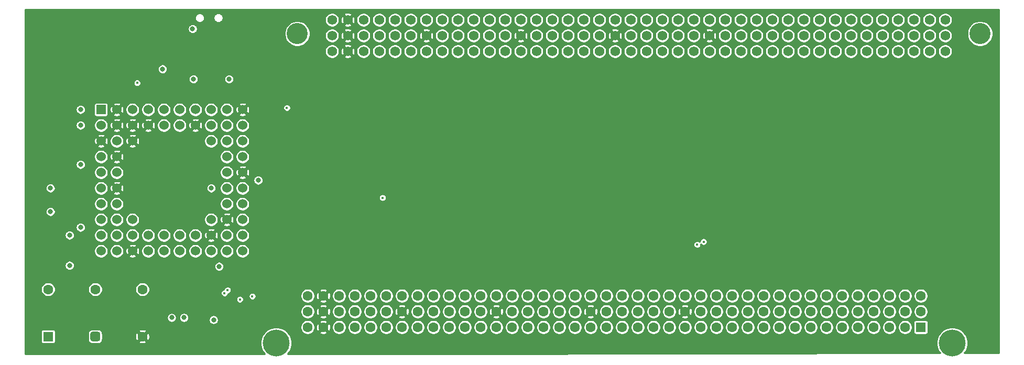
<source format=gbr>
%TF.GenerationSoftware,KiCad,Pcbnew,(5.1.9-0-10_14)*%
%TF.CreationDate,2023-05-03T15:09:17+02:00*%
%TF.ProjectId,IIsiPDSAdapter,49497369-5044-4534-9164-61707465722e,rev?*%
%TF.SameCoordinates,Original*%
%TF.FileFunction,Copper,L2,Inr*%
%TF.FilePolarity,Positive*%
%FSLAX46Y46*%
G04 Gerber Fmt 4.6, Leading zero omitted, Abs format (unit mm)*
G04 Created by KiCad (PCBNEW (5.1.9-0-10_14)) date 2023-05-03 15:09:17*
%MOMM*%
%LPD*%
G01*
G04 APERTURE LIST*
%TA.AperFunction,ComponentPad*%
%ADD10C,1.600000*%
%TD*%
%TA.AperFunction,ComponentPad*%
%ADD11R,1.600000X1.600000*%
%TD*%
%TA.AperFunction,ComponentPad*%
%ADD12C,1.524000*%
%TD*%
%TA.AperFunction,ComponentPad*%
%ADD13R,1.524000X1.524000*%
%TD*%
%TA.AperFunction,ComponentPad*%
%ADD14C,4.335000*%
%TD*%
%TA.AperFunction,ComponentPad*%
%ADD15C,1.605000*%
%TD*%
%TA.AperFunction,ComponentPad*%
%ADD16R,1.605000X1.605000*%
%TD*%
%TA.AperFunction,ComponentPad*%
%ADD17C,3.403600*%
%TD*%
%TA.AperFunction,ComponentPad*%
%ADD18C,1.574800*%
%TD*%
%TA.AperFunction,ViaPad*%
%ADD19C,0.800000*%
%TD*%
%TA.AperFunction,ViaPad*%
%ADD20C,0.450000*%
%TD*%
%TA.AperFunction,Conductor*%
%ADD21C,0.254000*%
%TD*%
%TA.AperFunction,Conductor*%
%ADD22C,0.100000*%
%TD*%
G04 APERTURE END LIST*
%TO.N,Net-(X1-PadEN1)*%
%TO.C,X1*%
%TA.AperFunction,ComponentPad*%
G36*
G01*
X65820000Y-151900000D02*
X65820000Y-151100000D01*
G75*
G02*
X66220000Y-150700000I400000J0D01*
G01*
X67020000Y-150700000D01*
G75*
G02*
X67420000Y-151100000I0J-400000D01*
G01*
X67420000Y-151900000D01*
G75*
G02*
X67020000Y-152300000I-400000J0D01*
G01*
X66220000Y-152300000D01*
G75*
G02*
X65820000Y-151900000I0J400000D01*
G01*
G37*
%TD.AperFunction*%
D10*
%TO.N,+5V*%
X66620000Y-143880000D03*
%TO.N,GND*%
X74240000Y-151500000D03*
%TO.N,CLK_32_000*%
X74240000Y-143880000D03*
%TO.N,+5V*%
X59000000Y-143880000D03*
D11*
%TO.N,Net-(X1-PadEN2)*%
X59000000Y-151500000D03*
%TD*%
D12*
%TO.N,GND*%
%TO.C,J2*%
X90430000Y-114820000D03*
%TO.N,D8*%
X87890000Y-114820000D03*
%TO.N,D7*%
X85350000Y-114820000D03*
%TO.N,D6*%
X82810000Y-114820000D03*
%TO.N,D4*%
X80270000Y-114820000D03*
%TO.N,D3*%
X77730000Y-114820000D03*
%TO.N,D1*%
X75190000Y-114820000D03*
%TO.N,D0*%
X72650000Y-114820000D03*
%TO.N,GND*%
X70110000Y-114820000D03*
D13*
%TO.N,+5V*%
X67570000Y-114820000D03*
D12*
%TO.N,D11*%
X90430000Y-117360000D03*
%TO.N,D10*%
X87890000Y-117360000D03*
%TO.N,+5V*%
X85350000Y-117360000D03*
%TO.N,GND*%
X82810000Y-117360000D03*
%TO.N,D5*%
X80270000Y-117360000D03*
%TO.N,D2*%
X77730000Y-117360000D03*
%TO.N,GND*%
X75190000Y-117360000D03*
X72650000Y-117360000D03*
X70110000Y-117360000D03*
%TO.N,+5V*%
X67570000Y-117360000D03*
%TO.N,D14*%
X90430000Y-119900000D03*
%TO.N,D13*%
X87890000Y-119900000D03*
%TO.N,D9*%
X85350000Y-119900000D03*
%TO.N,GND*%
X72650000Y-119900000D03*
%TO.N,FPUCLK*%
X70110000Y-119900000D03*
%TO.N,GND*%
X67570000Y-119900000D03*
%TO.N,D15*%
X90430000Y-122440000D03*
%TO.N,D12*%
X87890000Y-122440000D03*
%TO.N,GND*%
X70110000Y-122440000D03*
%TO.N,~RESET*%
X67570000Y-122440000D03*
%TO.N,GND*%
X90430000Y-124980000D03*
%TO.N,+5V*%
X87890000Y-124980000D03*
X70110000Y-124980000D03*
%TO.N,Net-(J2-PadE1)*%
X67570000Y-124980000D03*
%TO.N,D16*%
X90430000Y-127520000D03*
%TO.N,D17*%
X87890000Y-127520000D03*
%TO.N,GND*%
X70110000Y-127520000D03*
%TO.N,Net-(J2-PadF1)*%
X67570000Y-127520000D03*
%TO.N,D18*%
X90430000Y-130060000D03*
%TO.N,D20*%
X87890000Y-130060000D03*
%TO.N,A4*%
X70110000Y-130060000D03*
%TO.N,~DS*%
X67570000Y-130060000D03*
%TO.N,D19*%
X90430000Y-132600000D03*
%TO.N,GND*%
X87890000Y-132600000D03*
%TO.N,+5V*%
X85350000Y-132600000D03*
%TO.N,Net-(J2-PadH3)*%
X72650000Y-132600000D03*
%TO.N,A2*%
X70110000Y-132600000D03*
%TO.N,~AS*%
X67570000Y-132600000D03*
%TO.N,D21*%
X90430000Y-135140000D03*
%TO.N,D23*%
X87890000Y-135140000D03*
%TO.N,GND*%
X85350000Y-135140000D03*
%TO.N,D25*%
X82810000Y-135140000D03*
%TO.N,D28*%
X80270000Y-135140000D03*
%TO.N,D31*%
X77730000Y-135140000D03*
%TO.N,~DSACK0*%
X75190000Y-135140000D03*
%TO.N,~FPU*%
X72650000Y-135140000D03*
%TO.N,+5V*%
X70110000Y-135140000D03*
%TO.N,A3*%
X67570000Y-135140000D03*
%TO.N,D22*%
X90430000Y-137680000D03*
%TO.N,D24*%
X87890000Y-137680000D03*
%TO.N,D26*%
X85350000Y-137680000D03*
%TO.N,D27*%
X82810000Y-137680000D03*
%TO.N,D29*%
X80270000Y-137680000D03*
%TO.N,D30*%
X77730000Y-137680000D03*
%TO.N,~DSACK1*%
X75190000Y-137680000D03*
%TO.N,GND*%
X72650000Y-137680000D03*
%TO.N,~RW*%
X70110000Y-137680000D03*
%TO.N,A1*%
X67570000Y-137680000D03*
%TD*%
D14*
%TO.N,Net-(J1-PadMH2)*%
%TO.C,J1*%
X95860000Y-152540000D03*
%TO.N,Net-(J1-PadMH1)*%
X205080000Y-152540000D03*
D15*
%TO.N,+12V*%
X100940000Y-144920000D03*
%TO.N,GND*%
X103480000Y-144920000D03*
%TO.N,C16M*%
X106020000Y-144920000D03*
%TO.N,+5V*%
X108560000Y-144920000D03*
%TO.N,A0*%
X111100000Y-144920000D03*
%TO.N,A3*%
X113640000Y-144920000D03*
%TO.N,A6*%
X116180000Y-144920000D03*
%TO.N,A8*%
X118720000Y-144920000D03*
%TO.N,A11*%
X121260000Y-144920000D03*
%TO.N,A14*%
X123800000Y-144920000D03*
%TO.N,A16*%
X126340000Y-144920000D03*
%TO.N,A19*%
X128880000Y-144920000D03*
%TO.N,A22*%
X131420000Y-144920000D03*
%TO.N,A24*%
X133960000Y-144920000D03*
%TO.N,A27*%
X136500000Y-144920000D03*
%TO.N,A30*%
X139040000Y-144920000D03*
%TO.N,D31*%
X141580000Y-144920000D03*
%TO.N,D28*%
X144120000Y-144920000D03*
%TO.N,D25*%
X146660000Y-144920000D03*
%TO.N,D23*%
X149200000Y-144920000D03*
%TO.N,D20*%
X151740000Y-144920000D03*
%TO.N,D17*%
X154280000Y-144920000D03*
%TO.N,D15*%
X156820000Y-144920000D03*
%TO.N,D12*%
X159360000Y-144920000D03*
%TO.N,D9*%
X161900000Y-144920000D03*
%TO.N,D7*%
X164440000Y-144920000D03*
%TO.N,D4*%
X166980000Y-144920000D03*
%TO.N,D1*%
X169520000Y-144920000D03*
%TO.N,~HALT*%
X172060000Y-144920000D03*
%TO.N,FC0*%
X174600000Y-144920000D03*
%TO.N,~BR*%
X177140000Y-144920000D03*
%TO.N,~AS*%
X179680000Y-144920000D03*
%TO.N,~RW*%
X182220000Y-144920000D03*
%TO.N,~CBREQ*%
X184760000Y-144920000D03*
%TO.N,RMC*%
X187300000Y-144920000D03*
%TO.N,IPL0*%
X189840000Y-144920000D03*
%TO.N,~IRQ1*%
X192380000Y-144920000D03*
%TO.N,~TM0A*%
X194920000Y-144920000D03*
%TO.N,~NUBUS*%
X197460000Y-144920000D03*
%TO.N,~PFW*%
X200000000Y-144920000D03*
%TO.N,-5V*%
X100940000Y-147460000D03*
%TO.N,GND*%
X103480000Y-147460000D03*
%TO.N,ECLK*%
X106020000Y-147460000D03*
%TO.N,+5V*%
X108560000Y-147460000D03*
%TO.N,A1*%
X111100000Y-147460000D03*
%TO.N,A4*%
X113640000Y-147460000D03*
%TO.N,GND*%
X116180000Y-147460000D03*
%TO.N,A9*%
X118720000Y-147460000D03*
%TO.N,A12*%
X121260000Y-147460000D03*
%TO.N,+5V*%
X123800000Y-147460000D03*
%TO.N,A17*%
X126340000Y-147460000D03*
%TO.N,A20*%
X128880000Y-147460000D03*
%TO.N,GND*%
X131420000Y-147460000D03*
%TO.N,A25*%
X133960000Y-147460000D03*
%TO.N,A28*%
X136500000Y-147460000D03*
%TO.N,+5V*%
X139040000Y-147460000D03*
%TO.N,D30*%
X141580000Y-147460000D03*
%TO.N,D27*%
X144120000Y-147460000D03*
%TO.N,GND*%
X146660000Y-147460000D03*
%TO.N,D22*%
X149200000Y-147460000D03*
%TO.N,D19*%
X151740000Y-147460000D03*
%TO.N,+5V*%
X154280000Y-147460000D03*
%TO.N,D14*%
X156820000Y-147460000D03*
%TO.N,D11*%
X159360000Y-147460000D03*
%TO.N,GND*%
X161900000Y-147460000D03*
%TO.N,D6*%
X164440000Y-147460000D03*
%TO.N,D3*%
X166980000Y-147460000D03*
%TO.N,+5V*%
X169520000Y-147460000D03*
%TO.N,~BERR*%
X172060000Y-147460000D03*
%TO.N,FC1*%
X174600000Y-147460000D03*
%TO.N,~BG*%
X177140000Y-147460000D03*
%TO.N,SIZ0*%
X179680000Y-147460000D03*
%TO.N,~DSACK0*%
X182220000Y-147460000D03*
%TO.N,~CBACK*%
X184760000Y-147460000D03*
%TO.N,~DS*%
X187300000Y-147460000D03*
%TO.N,IPL1*%
X189840000Y-147460000D03*
%TO.N,~IRQ2*%
X192380000Y-147460000D03*
%TO.N,~TM1A*%
X194920000Y-147460000D03*
%TO.N,CACHE*%
X197460000Y-147460000D03*
%TO.N,C40M*%
X200000000Y-147460000D03*
%TO.N,-12V*%
X100940000Y-150000000D03*
%TO.N,GND*%
X103480000Y-150000000D03*
%TO.N,CPUCLK*%
X106020000Y-150000000D03*
%TO.N,+5V*%
X108560000Y-150000000D03*
%TO.N,A2*%
X111100000Y-150000000D03*
%TO.N,A5*%
X113640000Y-150000000D03*
%TO.N,A7*%
X116180000Y-150000000D03*
%TO.N,A10*%
X118720000Y-150000000D03*
%TO.N,A13*%
X121260000Y-150000000D03*
%TO.N,A15*%
X123800000Y-150000000D03*
%TO.N,A18*%
X126340000Y-150000000D03*
%TO.N,A21*%
X128880000Y-150000000D03*
%TO.N,A23*%
X131420000Y-150000000D03*
%TO.N,A26*%
X133960000Y-150000000D03*
%TO.N,A29*%
X136500000Y-150000000D03*
%TO.N,A31*%
X139040000Y-150000000D03*
%TO.N,D29*%
X141580000Y-150000000D03*
%TO.N,D26*%
X144120000Y-150000000D03*
%TO.N,D24*%
X146660000Y-150000000D03*
%TO.N,D21*%
X149200000Y-150000000D03*
%TO.N,D18*%
X151740000Y-150000000D03*
%TO.N,D16*%
X154280000Y-150000000D03*
%TO.N,D13*%
X156820000Y-150000000D03*
%TO.N,D10*%
X159360000Y-150000000D03*
%TO.N,D8*%
X161900000Y-150000000D03*
%TO.N,D5*%
X164440000Y-150000000D03*
%TO.N,D2*%
X166980000Y-150000000D03*
%TO.N,D0*%
X169520000Y-150000000D03*
%TO.N,~RESET*%
X172060000Y-150000000D03*
%TO.N,FC2*%
X174600000Y-150000000D03*
%TO.N,~BGACK*%
X177140000Y-150000000D03*
%TO.N,SIZ1*%
X179680000Y-150000000D03*
%TO.N,~DSACK1*%
X182220000Y-150000000D03*
%TO.N,~STERM*%
X184760000Y-150000000D03*
%TO.N,~CIOUT*%
X187300000Y-150000000D03*
%TO.N,IPL2*%
X189840000Y-150000000D03*
%TO.N,~IRQ3*%
X192380000Y-150000000D03*
%TO.N,~BUSLOCk*%
X194920000Y-150000000D03*
%TO.N,~FPU*%
X197460000Y-150000000D03*
D16*
%TO.N,~RBV*%
X200000000Y-150000000D03*
%TD*%
D17*
%TO.N,N/C*%
%TO.C,J3*%
X209576100Y-102535200D03*
X99263900Y-102535200D03*
D18*
%TO.N,+12V*%
X104890000Y-105380000D03*
%TO.N,GND*%
X107430000Y-105380000D03*
%TO.N,C16M*%
X109970000Y-105380000D03*
%TO.N,+5V*%
X112510000Y-105380000D03*
%TO.N,A0*%
X115050000Y-105380000D03*
%TO.N,A3*%
X117590000Y-105380000D03*
%TO.N,A6*%
X120130000Y-105380000D03*
%TO.N,A8*%
X122670000Y-105380000D03*
%TO.N,A11*%
X125210000Y-105380000D03*
%TO.N,A14*%
X127750000Y-105380000D03*
%TO.N,A16*%
X130290000Y-105380000D03*
%TO.N,A19*%
X132830000Y-105380000D03*
%TO.N,A22*%
X135370000Y-105380000D03*
%TO.N,A24*%
X137910000Y-105380000D03*
%TO.N,A27*%
X140450000Y-105380000D03*
%TO.N,A30*%
X142990000Y-105380000D03*
%TO.N,D31*%
X145530000Y-105380000D03*
%TO.N,D28*%
X148070000Y-105380000D03*
%TO.N,D25*%
X150610000Y-105380000D03*
%TO.N,D23*%
X153150000Y-105380000D03*
%TO.N,D20*%
X155690000Y-105380000D03*
%TO.N,D17*%
X158230000Y-105380000D03*
%TO.N,D15*%
X160770000Y-105380000D03*
%TO.N,D12*%
X163310000Y-105380000D03*
%TO.N,D9*%
X165850000Y-105380000D03*
%TO.N,D7*%
X168390000Y-105380000D03*
%TO.N,D4*%
X170930000Y-105380000D03*
%TO.N,D1*%
X173470000Y-105380000D03*
%TO.N,~HALT*%
X176010000Y-105380000D03*
%TO.N,FC0*%
X178550000Y-105380000D03*
%TO.N,~BR*%
X181090000Y-105380000D03*
%TO.N,~AS*%
X183630000Y-105380000D03*
%TO.N,~RW*%
X186170000Y-105380000D03*
%TO.N,~CBREQ*%
X188710000Y-105380000D03*
%TO.N,RMC*%
X191250000Y-105380000D03*
%TO.N,IPL0*%
X193790000Y-105380000D03*
%TO.N,~IRQ1*%
X196330000Y-105380000D03*
%TO.N,~TM0A*%
X198870000Y-105380000D03*
%TO.N,~NUBUS*%
X201410000Y-105380000D03*
%TO.N,~PFW*%
X203950000Y-105380000D03*
%TO.N,-5V*%
X104890000Y-102840000D03*
%TO.N,GND*%
X107430000Y-102840000D03*
%TO.N,ECLK*%
X109970000Y-102840000D03*
%TO.N,+5V*%
X112510000Y-102840000D03*
%TO.N,A1*%
X115050000Y-102840000D03*
%TO.N,A4*%
X117590000Y-102840000D03*
%TO.N,GND*%
X120130000Y-102840000D03*
%TO.N,A9*%
X122670000Y-102840000D03*
%TO.N,A12*%
X125210000Y-102840000D03*
%TO.N,+5V*%
X127750000Y-102840000D03*
%TO.N,A17*%
X130290000Y-102840000D03*
%TO.N,A20*%
X132830000Y-102840000D03*
%TO.N,GND*%
X135370000Y-102840000D03*
%TO.N,A25*%
X137910000Y-102840000D03*
%TO.N,A28*%
X140450000Y-102840000D03*
%TO.N,+5V*%
X142990000Y-102840000D03*
%TO.N,D30*%
X145530000Y-102840000D03*
%TO.N,D27*%
X148070000Y-102840000D03*
%TO.N,GND*%
X150610000Y-102840000D03*
%TO.N,D22*%
X153150000Y-102840000D03*
%TO.N,D19*%
X155690000Y-102840000D03*
%TO.N,+5V*%
X158230000Y-102840000D03*
%TO.N,D14*%
X160770000Y-102840000D03*
%TO.N,D11*%
X163310000Y-102840000D03*
%TO.N,GND*%
X165850000Y-102840000D03*
%TO.N,D6*%
X168390000Y-102840000D03*
%TO.N,D3*%
X170930000Y-102840000D03*
%TO.N,+5V*%
X173470000Y-102840000D03*
%TO.N,~BERR*%
X176010000Y-102840000D03*
%TO.N,FC1*%
X178550000Y-102840000D03*
%TO.N,~BG*%
X181090000Y-102840000D03*
%TO.N,SIZ0*%
X183630000Y-102840000D03*
%TO.N,~DSACK0*%
X186170000Y-102840000D03*
%TO.N,~CBACK*%
X188710000Y-102840000D03*
%TO.N,~DS*%
X191250000Y-102840000D03*
%TO.N,IPL1*%
X193790000Y-102840000D03*
%TO.N,~IRQ2*%
X196330000Y-102840000D03*
%TO.N,~TM1A*%
X198870000Y-102840000D03*
%TO.N,CACHE*%
X201410000Y-102840000D03*
%TO.N,C40M*%
X203950000Y-102840000D03*
%TO.N,-12V*%
X104890000Y-100300000D03*
%TO.N,GND*%
X107430000Y-100300000D03*
%TO.N,CPUCLK*%
X109970000Y-100300000D03*
%TO.N,+5V*%
X112510000Y-100300000D03*
%TO.N,A2*%
X115050000Y-100300000D03*
%TO.N,A5*%
X117590000Y-100300000D03*
%TO.N,A7*%
X120130000Y-100300000D03*
%TO.N,A10*%
X122670000Y-100300000D03*
%TO.N,A13*%
X125210000Y-100300000D03*
%TO.N,A15*%
X127750000Y-100300000D03*
%TO.N,A18*%
X130290000Y-100300000D03*
%TO.N,A21*%
X132830000Y-100300000D03*
%TO.N,A23*%
X135370000Y-100300000D03*
%TO.N,A26*%
X137910000Y-100300000D03*
%TO.N,A29*%
X140450000Y-100300000D03*
%TO.N,A31*%
X142990000Y-100300000D03*
%TO.N,D29*%
X145530000Y-100300000D03*
%TO.N,D26*%
X148070000Y-100300000D03*
%TO.N,D24*%
X150610000Y-100300000D03*
%TO.N,D21*%
X153150000Y-100300000D03*
%TO.N,D18*%
X155690000Y-100300000D03*
%TO.N,D16*%
X158230000Y-100300000D03*
%TO.N,D13*%
X160770000Y-100300000D03*
%TO.N,D10*%
X163310000Y-100300000D03*
%TO.N,D8*%
X165850000Y-100300000D03*
%TO.N,D5*%
X168390000Y-100300000D03*
%TO.N,D2*%
X170930000Y-100300000D03*
%TO.N,D0*%
X173470000Y-100300000D03*
%TO.N,~RESET*%
X176010000Y-100300000D03*
%TO.N,FC2*%
X178550000Y-100300000D03*
%TO.N,~BGACK*%
X181090000Y-100300000D03*
%TO.N,SIZ1*%
X183630000Y-100300000D03*
%TO.N,~DSACK1*%
X186170000Y-100300000D03*
%TO.N,~STERM*%
X188710000Y-100300000D03*
%TO.N,~CIOUT*%
X191250000Y-100300000D03*
%TO.N,IPL2*%
X193790000Y-100300000D03*
%TO.N,~IRQ3*%
X196330000Y-100300000D03*
%TO.N,~BUSLOCk*%
X198870000Y-100300000D03*
%TO.N,~FPU*%
X201410000Y-100300000D03*
%TO.N,~RBV*%
X203950000Y-100300000D03*
%TD*%
D19*
%TO.N,GND*%
X102000000Y-153000000D03*
X108250000Y-115500000D03*
X68000000Y-100000000D03*
X81750000Y-140500000D03*
X91000000Y-143500000D03*
X101000000Y-115500000D03*
X96000000Y-130500000D03*
X210000000Y-110000000D03*
X205000000Y-130000000D03*
X205000000Y-140000000D03*
X205000000Y-135000000D03*
X210000000Y-115000000D03*
X210000000Y-120000000D03*
X59445000Y-133870000D03*
X69000000Y-108325000D03*
X82500000Y-108325000D03*
X59445000Y-123710000D03*
X59770000Y-112750000D03*
X59770000Y-110000000D03*
X87641000Y-101750000D03*
X77500000Y-106700000D03*
X71750000Y-108250000D03*
X78970000Y-152950000D03*
X80970000Y-152950000D03*
X85750000Y-151500000D03*
X210000000Y-125000000D03*
X210000000Y-130000000D03*
X210000000Y-135000000D03*
X210000000Y-140000000D03*
X60920000Y-119000000D03*
X73000000Y-100000000D03*
X68000000Y-105000000D03*
X112000000Y-153000000D03*
X122000000Y-153000000D03*
X132000000Y-153000000D03*
X142000000Y-153000000D03*
X152000000Y-153000000D03*
X162000000Y-153000000D03*
X172000000Y-153000000D03*
X182000000Y-153000000D03*
X192000000Y-153000000D03*
X88250000Y-108325000D03*
%TO.N,+5V*%
X59395000Y-127520000D03*
X59395000Y-131330000D03*
X86620000Y-140170000D03*
X85350000Y-127520000D03*
X62470000Y-140000000D03*
X62470000Y-135140000D03*
X64250000Y-114820000D03*
X64250000Y-117360000D03*
X64250000Y-123710000D03*
X64250000Y-133870000D03*
X92950000Y-126250000D03*
X82350000Y-101750000D03*
X77500000Y-108250000D03*
X80970000Y-148450000D03*
X78970000Y-148450000D03*
X85750000Y-148800000D03*
X82500000Y-109875000D03*
X88250000Y-109875000D03*
D20*
%TO.N,A3*%
X92000000Y-145000000D03*
%TO.N,~AS*%
X164911799Y-136178201D03*
%TO.N,~RW*%
X163868201Y-136641799D03*
%TO.N,A1*%
X90000000Y-145500000D03*
%TO.N,A4*%
X88000000Y-144000000D03*
%TO.N,~DS*%
X113050601Y-129069399D03*
%TO.N,A2*%
X87500000Y-144500000D03*
%TO.N,~RESET*%
X97590000Y-114530000D03*
%TO.N,CLK_32_000*%
X73400000Y-110500000D03*
%TD*%
D21*
%TO.N,GND*%
X212594000Y-154189163D02*
X207028467Y-154195656D01*
X207059549Y-154164574D01*
X207338451Y-153747167D01*
X207530562Y-153283370D01*
X207628500Y-152791005D01*
X207628500Y-152288995D01*
X207530562Y-151796630D01*
X207338451Y-151332833D01*
X207059549Y-150915426D01*
X206704574Y-150560451D01*
X206287167Y-150281549D01*
X205823370Y-150089438D01*
X205331005Y-149991500D01*
X204828995Y-149991500D01*
X204336630Y-150089438D01*
X203872833Y-150281549D01*
X203455426Y-150560451D01*
X203100451Y-150915426D01*
X202821549Y-151332833D01*
X202629438Y-151796630D01*
X202531500Y-152288995D01*
X202531500Y-152791005D01*
X202629438Y-153283370D01*
X202821549Y-153747167D01*
X203100451Y-154164574D01*
X203136073Y-154200196D01*
X122722777Y-154294000D01*
X97710123Y-154294000D01*
X97839549Y-154164574D01*
X98118451Y-153747167D01*
X98310562Y-153283370D01*
X98408500Y-152791005D01*
X98408500Y-152288995D01*
X98310562Y-151796630D01*
X98118451Y-151332833D01*
X97839549Y-150915426D01*
X97484574Y-150560451D01*
X97067167Y-150281549D01*
X96603370Y-150089438D01*
X96111005Y-149991500D01*
X95608995Y-149991500D01*
X95116630Y-150089438D01*
X94652833Y-150281549D01*
X94235426Y-150560451D01*
X93880451Y-150915426D01*
X93601549Y-151332833D01*
X93409438Y-151796630D01*
X93311500Y-152288995D01*
X93311500Y-152791005D01*
X93409438Y-153283370D01*
X93601549Y-153747167D01*
X93880451Y-154164574D01*
X94009877Y-154294000D01*
X55306000Y-154294000D01*
X55306000Y-150700000D01*
X57817157Y-150700000D01*
X57817157Y-152300000D01*
X57824513Y-152374689D01*
X57846299Y-152446508D01*
X57881678Y-152512696D01*
X57929289Y-152570711D01*
X57987304Y-152618322D01*
X58053492Y-152653701D01*
X58125311Y-152675487D01*
X58200000Y-152682843D01*
X59800000Y-152682843D01*
X59874689Y-152675487D01*
X59946508Y-152653701D01*
X60012696Y-152618322D01*
X60070711Y-152570711D01*
X60118322Y-152512696D01*
X60153701Y-152446508D01*
X60175487Y-152374689D01*
X60182843Y-152300000D01*
X60182843Y-151100000D01*
X65437157Y-151100000D01*
X65437157Y-151900000D01*
X65452199Y-152052725D01*
X65496747Y-152199581D01*
X65569090Y-152334924D01*
X65666446Y-152453554D01*
X65785076Y-152550910D01*
X65920419Y-152623253D01*
X66067275Y-152667801D01*
X66220000Y-152682843D01*
X67020000Y-152682843D01*
X67172725Y-152667801D01*
X67319581Y-152623253D01*
X67454924Y-152550910D01*
X67573554Y-152453554D01*
X67653332Y-152356342D01*
X73563263Y-152356342D01*
X73649218Y-152529207D01*
X73861358Y-152624687D01*
X74088048Y-152676945D01*
X74320578Y-152683975D01*
X74550012Y-152645505D01*
X74767532Y-152563014D01*
X74830782Y-152529207D01*
X74916737Y-152356342D01*
X74240000Y-151679605D01*
X73563263Y-152356342D01*
X67653332Y-152356342D01*
X67670910Y-152334924D01*
X67743253Y-152199581D01*
X67787801Y-152052725D01*
X67802843Y-151900000D01*
X67802843Y-151580578D01*
X73056025Y-151580578D01*
X73094495Y-151810012D01*
X73176986Y-152027532D01*
X73210793Y-152090782D01*
X73383658Y-152176737D01*
X74060395Y-151500000D01*
X74419605Y-151500000D01*
X75096342Y-152176737D01*
X75269207Y-152090782D01*
X75364687Y-151878642D01*
X75416945Y-151651952D01*
X75423975Y-151419422D01*
X75385505Y-151189988D01*
X75303014Y-150972468D01*
X75269207Y-150909218D01*
X75096342Y-150823263D01*
X74419605Y-151500000D01*
X74060395Y-151500000D01*
X73383658Y-150823263D01*
X73210793Y-150909218D01*
X73115313Y-151121358D01*
X73063055Y-151348048D01*
X73056025Y-151580578D01*
X67802843Y-151580578D01*
X67802843Y-151100000D01*
X67787801Y-150947275D01*
X67743253Y-150800419D01*
X67670910Y-150665076D01*
X67653333Y-150643658D01*
X73563263Y-150643658D01*
X74240000Y-151320395D01*
X74916737Y-150643658D01*
X74830782Y-150470793D01*
X74618642Y-150375313D01*
X74391952Y-150323055D01*
X74159422Y-150316025D01*
X73929988Y-150354495D01*
X73712468Y-150436986D01*
X73649218Y-150470793D01*
X73563263Y-150643658D01*
X67653333Y-150643658D01*
X67573554Y-150546446D01*
X67454924Y-150449090D01*
X67319581Y-150376747D01*
X67172725Y-150332199D01*
X67020000Y-150317157D01*
X66220000Y-150317157D01*
X66067275Y-150332199D01*
X65920419Y-150376747D01*
X65785076Y-150449090D01*
X65666446Y-150546446D01*
X65569090Y-150665076D01*
X65496747Y-150800419D01*
X65452199Y-150947275D01*
X65437157Y-151100000D01*
X60182843Y-151100000D01*
X60182843Y-150700000D01*
X60175487Y-150625311D01*
X60153701Y-150553492D01*
X60118322Y-150487304D01*
X60070711Y-150429289D01*
X60012696Y-150381678D01*
X59946508Y-150346299D01*
X59874689Y-150324513D01*
X59800000Y-150317157D01*
X58200000Y-150317157D01*
X58125311Y-150324513D01*
X58053492Y-150346299D01*
X57987304Y-150381678D01*
X57929289Y-150429289D01*
X57881678Y-150487304D01*
X57846299Y-150553492D01*
X57824513Y-150625311D01*
X57817157Y-150700000D01*
X55306000Y-150700000D01*
X55306000Y-149883435D01*
X99756500Y-149883435D01*
X99756500Y-150116565D01*
X99801982Y-150345214D01*
X99891196Y-150560597D01*
X100020716Y-150754437D01*
X100185563Y-150919284D01*
X100379403Y-151048804D01*
X100594786Y-151138018D01*
X100823435Y-151183500D01*
X101056565Y-151183500D01*
X101285214Y-151138018D01*
X101500597Y-151048804D01*
X101694437Y-150919284D01*
X101755591Y-150858130D01*
X102801475Y-150858130D01*
X102887733Y-151031250D01*
X103100300Y-151126980D01*
X103327459Y-151179402D01*
X103560479Y-151186499D01*
X103790408Y-151148000D01*
X104008407Y-151065384D01*
X104072267Y-151031250D01*
X104158525Y-150858130D01*
X103480000Y-150179605D01*
X102801475Y-150858130D01*
X101755591Y-150858130D01*
X101859284Y-150754437D01*
X101988804Y-150560597D01*
X102078018Y-150345214D01*
X102123500Y-150116565D01*
X102123500Y-150080479D01*
X102293501Y-150080479D01*
X102332000Y-150310408D01*
X102414616Y-150528407D01*
X102448750Y-150592267D01*
X102621870Y-150678525D01*
X103300395Y-150000000D01*
X103659605Y-150000000D01*
X104338130Y-150678525D01*
X104511250Y-150592267D01*
X104606980Y-150379700D01*
X104659402Y-150152541D01*
X104666499Y-149919521D01*
X104660457Y-149883435D01*
X104836500Y-149883435D01*
X104836500Y-150116565D01*
X104881982Y-150345214D01*
X104971196Y-150560597D01*
X105100716Y-150754437D01*
X105265563Y-150919284D01*
X105459403Y-151048804D01*
X105674786Y-151138018D01*
X105903435Y-151183500D01*
X106136565Y-151183500D01*
X106365214Y-151138018D01*
X106580597Y-151048804D01*
X106774437Y-150919284D01*
X106939284Y-150754437D01*
X107068804Y-150560597D01*
X107158018Y-150345214D01*
X107203500Y-150116565D01*
X107203500Y-149883435D01*
X107376500Y-149883435D01*
X107376500Y-150116565D01*
X107421982Y-150345214D01*
X107511196Y-150560597D01*
X107640716Y-150754437D01*
X107805563Y-150919284D01*
X107999403Y-151048804D01*
X108214786Y-151138018D01*
X108443435Y-151183500D01*
X108676565Y-151183500D01*
X108905214Y-151138018D01*
X109120597Y-151048804D01*
X109314437Y-150919284D01*
X109479284Y-150754437D01*
X109608804Y-150560597D01*
X109698018Y-150345214D01*
X109743500Y-150116565D01*
X109743500Y-149883435D01*
X109916500Y-149883435D01*
X109916500Y-150116565D01*
X109961982Y-150345214D01*
X110051196Y-150560597D01*
X110180716Y-150754437D01*
X110345563Y-150919284D01*
X110539403Y-151048804D01*
X110754786Y-151138018D01*
X110983435Y-151183500D01*
X111216565Y-151183500D01*
X111445214Y-151138018D01*
X111660597Y-151048804D01*
X111854437Y-150919284D01*
X112019284Y-150754437D01*
X112148804Y-150560597D01*
X112238018Y-150345214D01*
X112283500Y-150116565D01*
X112283500Y-149883435D01*
X112456500Y-149883435D01*
X112456500Y-150116565D01*
X112501982Y-150345214D01*
X112591196Y-150560597D01*
X112720716Y-150754437D01*
X112885563Y-150919284D01*
X113079403Y-151048804D01*
X113294786Y-151138018D01*
X113523435Y-151183500D01*
X113756565Y-151183500D01*
X113985214Y-151138018D01*
X114200597Y-151048804D01*
X114394437Y-150919284D01*
X114559284Y-150754437D01*
X114688804Y-150560597D01*
X114778018Y-150345214D01*
X114823500Y-150116565D01*
X114823500Y-149883435D01*
X114996500Y-149883435D01*
X114996500Y-150116565D01*
X115041982Y-150345214D01*
X115131196Y-150560597D01*
X115260716Y-150754437D01*
X115425563Y-150919284D01*
X115619403Y-151048804D01*
X115834786Y-151138018D01*
X116063435Y-151183500D01*
X116296565Y-151183500D01*
X116525214Y-151138018D01*
X116740597Y-151048804D01*
X116934437Y-150919284D01*
X117099284Y-150754437D01*
X117228804Y-150560597D01*
X117318018Y-150345214D01*
X117363500Y-150116565D01*
X117363500Y-149883435D01*
X117536500Y-149883435D01*
X117536500Y-150116565D01*
X117581982Y-150345214D01*
X117671196Y-150560597D01*
X117800716Y-150754437D01*
X117965563Y-150919284D01*
X118159403Y-151048804D01*
X118374786Y-151138018D01*
X118603435Y-151183500D01*
X118836565Y-151183500D01*
X119065214Y-151138018D01*
X119280597Y-151048804D01*
X119474437Y-150919284D01*
X119639284Y-150754437D01*
X119768804Y-150560597D01*
X119858018Y-150345214D01*
X119903500Y-150116565D01*
X119903500Y-149883435D01*
X120076500Y-149883435D01*
X120076500Y-150116565D01*
X120121982Y-150345214D01*
X120211196Y-150560597D01*
X120340716Y-150754437D01*
X120505563Y-150919284D01*
X120699403Y-151048804D01*
X120914786Y-151138018D01*
X121143435Y-151183500D01*
X121376565Y-151183500D01*
X121605214Y-151138018D01*
X121820597Y-151048804D01*
X122014437Y-150919284D01*
X122179284Y-150754437D01*
X122308804Y-150560597D01*
X122398018Y-150345214D01*
X122443500Y-150116565D01*
X122443500Y-149883435D01*
X122616500Y-149883435D01*
X122616500Y-150116565D01*
X122661982Y-150345214D01*
X122751196Y-150560597D01*
X122880716Y-150754437D01*
X123045563Y-150919284D01*
X123239403Y-151048804D01*
X123454786Y-151138018D01*
X123683435Y-151183500D01*
X123916565Y-151183500D01*
X124145214Y-151138018D01*
X124360597Y-151048804D01*
X124554437Y-150919284D01*
X124719284Y-150754437D01*
X124848804Y-150560597D01*
X124938018Y-150345214D01*
X124983500Y-150116565D01*
X124983500Y-149883435D01*
X125156500Y-149883435D01*
X125156500Y-150116565D01*
X125201982Y-150345214D01*
X125291196Y-150560597D01*
X125420716Y-150754437D01*
X125585563Y-150919284D01*
X125779403Y-151048804D01*
X125994786Y-151138018D01*
X126223435Y-151183500D01*
X126456565Y-151183500D01*
X126685214Y-151138018D01*
X126900597Y-151048804D01*
X127094437Y-150919284D01*
X127259284Y-150754437D01*
X127388804Y-150560597D01*
X127478018Y-150345214D01*
X127523500Y-150116565D01*
X127523500Y-149883435D01*
X127696500Y-149883435D01*
X127696500Y-150116565D01*
X127741982Y-150345214D01*
X127831196Y-150560597D01*
X127960716Y-150754437D01*
X128125563Y-150919284D01*
X128319403Y-151048804D01*
X128534786Y-151138018D01*
X128763435Y-151183500D01*
X128996565Y-151183500D01*
X129225214Y-151138018D01*
X129440597Y-151048804D01*
X129634437Y-150919284D01*
X129799284Y-150754437D01*
X129928804Y-150560597D01*
X130018018Y-150345214D01*
X130063500Y-150116565D01*
X130063500Y-149883435D01*
X130236500Y-149883435D01*
X130236500Y-150116565D01*
X130281982Y-150345214D01*
X130371196Y-150560597D01*
X130500716Y-150754437D01*
X130665563Y-150919284D01*
X130859403Y-151048804D01*
X131074786Y-151138018D01*
X131303435Y-151183500D01*
X131536565Y-151183500D01*
X131765214Y-151138018D01*
X131980597Y-151048804D01*
X132174437Y-150919284D01*
X132339284Y-150754437D01*
X132468804Y-150560597D01*
X132558018Y-150345214D01*
X132603500Y-150116565D01*
X132603500Y-149883435D01*
X132776500Y-149883435D01*
X132776500Y-150116565D01*
X132821982Y-150345214D01*
X132911196Y-150560597D01*
X133040716Y-150754437D01*
X133205563Y-150919284D01*
X133399403Y-151048804D01*
X133614786Y-151138018D01*
X133843435Y-151183500D01*
X134076565Y-151183500D01*
X134305214Y-151138018D01*
X134520597Y-151048804D01*
X134714437Y-150919284D01*
X134879284Y-150754437D01*
X135008804Y-150560597D01*
X135098018Y-150345214D01*
X135143500Y-150116565D01*
X135143500Y-149883435D01*
X135316500Y-149883435D01*
X135316500Y-150116565D01*
X135361982Y-150345214D01*
X135451196Y-150560597D01*
X135580716Y-150754437D01*
X135745563Y-150919284D01*
X135939403Y-151048804D01*
X136154786Y-151138018D01*
X136383435Y-151183500D01*
X136616565Y-151183500D01*
X136845214Y-151138018D01*
X137060597Y-151048804D01*
X137254437Y-150919284D01*
X137419284Y-150754437D01*
X137548804Y-150560597D01*
X137638018Y-150345214D01*
X137683500Y-150116565D01*
X137683500Y-149883435D01*
X137856500Y-149883435D01*
X137856500Y-150116565D01*
X137901982Y-150345214D01*
X137991196Y-150560597D01*
X138120716Y-150754437D01*
X138285563Y-150919284D01*
X138479403Y-151048804D01*
X138694786Y-151138018D01*
X138923435Y-151183500D01*
X139156565Y-151183500D01*
X139385214Y-151138018D01*
X139600597Y-151048804D01*
X139794437Y-150919284D01*
X139959284Y-150754437D01*
X140088804Y-150560597D01*
X140178018Y-150345214D01*
X140223500Y-150116565D01*
X140223500Y-149883435D01*
X140396500Y-149883435D01*
X140396500Y-150116565D01*
X140441982Y-150345214D01*
X140531196Y-150560597D01*
X140660716Y-150754437D01*
X140825563Y-150919284D01*
X141019403Y-151048804D01*
X141234786Y-151138018D01*
X141463435Y-151183500D01*
X141696565Y-151183500D01*
X141925214Y-151138018D01*
X142140597Y-151048804D01*
X142334437Y-150919284D01*
X142499284Y-150754437D01*
X142628804Y-150560597D01*
X142718018Y-150345214D01*
X142763500Y-150116565D01*
X142763500Y-149883435D01*
X142936500Y-149883435D01*
X142936500Y-150116565D01*
X142981982Y-150345214D01*
X143071196Y-150560597D01*
X143200716Y-150754437D01*
X143365563Y-150919284D01*
X143559403Y-151048804D01*
X143774786Y-151138018D01*
X144003435Y-151183500D01*
X144236565Y-151183500D01*
X144465214Y-151138018D01*
X144680597Y-151048804D01*
X144874437Y-150919284D01*
X145039284Y-150754437D01*
X145168804Y-150560597D01*
X145258018Y-150345214D01*
X145303500Y-150116565D01*
X145303500Y-149883435D01*
X145476500Y-149883435D01*
X145476500Y-150116565D01*
X145521982Y-150345214D01*
X145611196Y-150560597D01*
X145740716Y-150754437D01*
X145905563Y-150919284D01*
X146099403Y-151048804D01*
X146314786Y-151138018D01*
X146543435Y-151183500D01*
X146776565Y-151183500D01*
X147005214Y-151138018D01*
X147220597Y-151048804D01*
X147414437Y-150919284D01*
X147579284Y-150754437D01*
X147708804Y-150560597D01*
X147798018Y-150345214D01*
X147843500Y-150116565D01*
X147843500Y-149883435D01*
X148016500Y-149883435D01*
X148016500Y-150116565D01*
X148061982Y-150345214D01*
X148151196Y-150560597D01*
X148280716Y-150754437D01*
X148445563Y-150919284D01*
X148639403Y-151048804D01*
X148854786Y-151138018D01*
X149083435Y-151183500D01*
X149316565Y-151183500D01*
X149545214Y-151138018D01*
X149760597Y-151048804D01*
X149954437Y-150919284D01*
X150119284Y-150754437D01*
X150248804Y-150560597D01*
X150338018Y-150345214D01*
X150383500Y-150116565D01*
X150383500Y-149883435D01*
X150556500Y-149883435D01*
X150556500Y-150116565D01*
X150601982Y-150345214D01*
X150691196Y-150560597D01*
X150820716Y-150754437D01*
X150985563Y-150919284D01*
X151179403Y-151048804D01*
X151394786Y-151138018D01*
X151623435Y-151183500D01*
X151856565Y-151183500D01*
X152085214Y-151138018D01*
X152300597Y-151048804D01*
X152494437Y-150919284D01*
X152659284Y-150754437D01*
X152788804Y-150560597D01*
X152878018Y-150345214D01*
X152923500Y-150116565D01*
X152923500Y-149883435D01*
X153096500Y-149883435D01*
X153096500Y-150116565D01*
X153141982Y-150345214D01*
X153231196Y-150560597D01*
X153360716Y-150754437D01*
X153525563Y-150919284D01*
X153719403Y-151048804D01*
X153934786Y-151138018D01*
X154163435Y-151183500D01*
X154396565Y-151183500D01*
X154625214Y-151138018D01*
X154840597Y-151048804D01*
X155034437Y-150919284D01*
X155199284Y-150754437D01*
X155328804Y-150560597D01*
X155418018Y-150345214D01*
X155463500Y-150116565D01*
X155463500Y-149883435D01*
X155636500Y-149883435D01*
X155636500Y-150116565D01*
X155681982Y-150345214D01*
X155771196Y-150560597D01*
X155900716Y-150754437D01*
X156065563Y-150919284D01*
X156259403Y-151048804D01*
X156474786Y-151138018D01*
X156703435Y-151183500D01*
X156936565Y-151183500D01*
X157165214Y-151138018D01*
X157380597Y-151048804D01*
X157574437Y-150919284D01*
X157739284Y-150754437D01*
X157868804Y-150560597D01*
X157958018Y-150345214D01*
X158003500Y-150116565D01*
X158003500Y-149883435D01*
X158176500Y-149883435D01*
X158176500Y-150116565D01*
X158221982Y-150345214D01*
X158311196Y-150560597D01*
X158440716Y-150754437D01*
X158605563Y-150919284D01*
X158799403Y-151048804D01*
X159014786Y-151138018D01*
X159243435Y-151183500D01*
X159476565Y-151183500D01*
X159705214Y-151138018D01*
X159920597Y-151048804D01*
X160114437Y-150919284D01*
X160279284Y-150754437D01*
X160408804Y-150560597D01*
X160498018Y-150345214D01*
X160543500Y-150116565D01*
X160543500Y-149883435D01*
X160716500Y-149883435D01*
X160716500Y-150116565D01*
X160761982Y-150345214D01*
X160851196Y-150560597D01*
X160980716Y-150754437D01*
X161145563Y-150919284D01*
X161339403Y-151048804D01*
X161554786Y-151138018D01*
X161783435Y-151183500D01*
X162016565Y-151183500D01*
X162245214Y-151138018D01*
X162460597Y-151048804D01*
X162654437Y-150919284D01*
X162819284Y-150754437D01*
X162948804Y-150560597D01*
X163038018Y-150345214D01*
X163083500Y-150116565D01*
X163083500Y-149883435D01*
X163256500Y-149883435D01*
X163256500Y-150116565D01*
X163301982Y-150345214D01*
X163391196Y-150560597D01*
X163520716Y-150754437D01*
X163685563Y-150919284D01*
X163879403Y-151048804D01*
X164094786Y-151138018D01*
X164323435Y-151183500D01*
X164556565Y-151183500D01*
X164785214Y-151138018D01*
X165000597Y-151048804D01*
X165194437Y-150919284D01*
X165359284Y-150754437D01*
X165488804Y-150560597D01*
X165578018Y-150345214D01*
X165623500Y-150116565D01*
X165623500Y-149883435D01*
X165796500Y-149883435D01*
X165796500Y-150116565D01*
X165841982Y-150345214D01*
X165931196Y-150560597D01*
X166060716Y-150754437D01*
X166225563Y-150919284D01*
X166419403Y-151048804D01*
X166634786Y-151138018D01*
X166863435Y-151183500D01*
X167096565Y-151183500D01*
X167325214Y-151138018D01*
X167540597Y-151048804D01*
X167734437Y-150919284D01*
X167899284Y-150754437D01*
X168028804Y-150560597D01*
X168118018Y-150345214D01*
X168163500Y-150116565D01*
X168163500Y-149883435D01*
X168336500Y-149883435D01*
X168336500Y-150116565D01*
X168381982Y-150345214D01*
X168471196Y-150560597D01*
X168600716Y-150754437D01*
X168765563Y-150919284D01*
X168959403Y-151048804D01*
X169174786Y-151138018D01*
X169403435Y-151183500D01*
X169636565Y-151183500D01*
X169865214Y-151138018D01*
X170080597Y-151048804D01*
X170274437Y-150919284D01*
X170439284Y-150754437D01*
X170568804Y-150560597D01*
X170658018Y-150345214D01*
X170703500Y-150116565D01*
X170703500Y-149883435D01*
X170876500Y-149883435D01*
X170876500Y-150116565D01*
X170921982Y-150345214D01*
X171011196Y-150560597D01*
X171140716Y-150754437D01*
X171305563Y-150919284D01*
X171499403Y-151048804D01*
X171714786Y-151138018D01*
X171943435Y-151183500D01*
X172176565Y-151183500D01*
X172405214Y-151138018D01*
X172620597Y-151048804D01*
X172814437Y-150919284D01*
X172979284Y-150754437D01*
X173108804Y-150560597D01*
X173198018Y-150345214D01*
X173243500Y-150116565D01*
X173243500Y-149883435D01*
X173416500Y-149883435D01*
X173416500Y-150116565D01*
X173461982Y-150345214D01*
X173551196Y-150560597D01*
X173680716Y-150754437D01*
X173845563Y-150919284D01*
X174039403Y-151048804D01*
X174254786Y-151138018D01*
X174483435Y-151183500D01*
X174716565Y-151183500D01*
X174945214Y-151138018D01*
X175160597Y-151048804D01*
X175354437Y-150919284D01*
X175519284Y-150754437D01*
X175648804Y-150560597D01*
X175738018Y-150345214D01*
X175783500Y-150116565D01*
X175783500Y-149883435D01*
X175956500Y-149883435D01*
X175956500Y-150116565D01*
X176001982Y-150345214D01*
X176091196Y-150560597D01*
X176220716Y-150754437D01*
X176385563Y-150919284D01*
X176579403Y-151048804D01*
X176794786Y-151138018D01*
X177023435Y-151183500D01*
X177256565Y-151183500D01*
X177485214Y-151138018D01*
X177700597Y-151048804D01*
X177894437Y-150919284D01*
X178059284Y-150754437D01*
X178188804Y-150560597D01*
X178278018Y-150345214D01*
X178323500Y-150116565D01*
X178323500Y-149883435D01*
X178496500Y-149883435D01*
X178496500Y-150116565D01*
X178541982Y-150345214D01*
X178631196Y-150560597D01*
X178760716Y-150754437D01*
X178925563Y-150919284D01*
X179119403Y-151048804D01*
X179334786Y-151138018D01*
X179563435Y-151183500D01*
X179796565Y-151183500D01*
X180025214Y-151138018D01*
X180240597Y-151048804D01*
X180434437Y-150919284D01*
X180599284Y-150754437D01*
X180728804Y-150560597D01*
X180818018Y-150345214D01*
X180863500Y-150116565D01*
X180863500Y-149883435D01*
X181036500Y-149883435D01*
X181036500Y-150116565D01*
X181081982Y-150345214D01*
X181171196Y-150560597D01*
X181300716Y-150754437D01*
X181465563Y-150919284D01*
X181659403Y-151048804D01*
X181874786Y-151138018D01*
X182103435Y-151183500D01*
X182336565Y-151183500D01*
X182565214Y-151138018D01*
X182780597Y-151048804D01*
X182974437Y-150919284D01*
X183139284Y-150754437D01*
X183268804Y-150560597D01*
X183358018Y-150345214D01*
X183403500Y-150116565D01*
X183403500Y-149883435D01*
X183576500Y-149883435D01*
X183576500Y-150116565D01*
X183621982Y-150345214D01*
X183711196Y-150560597D01*
X183840716Y-150754437D01*
X184005563Y-150919284D01*
X184199403Y-151048804D01*
X184414786Y-151138018D01*
X184643435Y-151183500D01*
X184876565Y-151183500D01*
X185105214Y-151138018D01*
X185320597Y-151048804D01*
X185514437Y-150919284D01*
X185679284Y-150754437D01*
X185808804Y-150560597D01*
X185898018Y-150345214D01*
X185943500Y-150116565D01*
X185943500Y-149883435D01*
X186116500Y-149883435D01*
X186116500Y-150116565D01*
X186161982Y-150345214D01*
X186251196Y-150560597D01*
X186380716Y-150754437D01*
X186545563Y-150919284D01*
X186739403Y-151048804D01*
X186954786Y-151138018D01*
X187183435Y-151183500D01*
X187416565Y-151183500D01*
X187645214Y-151138018D01*
X187860597Y-151048804D01*
X188054437Y-150919284D01*
X188219284Y-150754437D01*
X188348804Y-150560597D01*
X188438018Y-150345214D01*
X188483500Y-150116565D01*
X188483500Y-149883435D01*
X188656500Y-149883435D01*
X188656500Y-150116565D01*
X188701982Y-150345214D01*
X188791196Y-150560597D01*
X188920716Y-150754437D01*
X189085563Y-150919284D01*
X189279403Y-151048804D01*
X189494786Y-151138018D01*
X189723435Y-151183500D01*
X189956565Y-151183500D01*
X190185214Y-151138018D01*
X190400597Y-151048804D01*
X190594437Y-150919284D01*
X190759284Y-150754437D01*
X190888804Y-150560597D01*
X190978018Y-150345214D01*
X191023500Y-150116565D01*
X191023500Y-149883435D01*
X191196500Y-149883435D01*
X191196500Y-150116565D01*
X191241982Y-150345214D01*
X191331196Y-150560597D01*
X191460716Y-150754437D01*
X191625563Y-150919284D01*
X191819403Y-151048804D01*
X192034786Y-151138018D01*
X192263435Y-151183500D01*
X192496565Y-151183500D01*
X192725214Y-151138018D01*
X192940597Y-151048804D01*
X193134437Y-150919284D01*
X193299284Y-150754437D01*
X193428804Y-150560597D01*
X193518018Y-150345214D01*
X193563500Y-150116565D01*
X193563500Y-149883435D01*
X193736500Y-149883435D01*
X193736500Y-150116565D01*
X193781982Y-150345214D01*
X193871196Y-150560597D01*
X194000716Y-150754437D01*
X194165563Y-150919284D01*
X194359403Y-151048804D01*
X194574786Y-151138018D01*
X194803435Y-151183500D01*
X195036565Y-151183500D01*
X195265214Y-151138018D01*
X195480597Y-151048804D01*
X195674437Y-150919284D01*
X195839284Y-150754437D01*
X195968804Y-150560597D01*
X196058018Y-150345214D01*
X196103500Y-150116565D01*
X196103500Y-149883435D01*
X196276500Y-149883435D01*
X196276500Y-150116565D01*
X196321982Y-150345214D01*
X196411196Y-150560597D01*
X196540716Y-150754437D01*
X196705563Y-150919284D01*
X196899403Y-151048804D01*
X197114786Y-151138018D01*
X197343435Y-151183500D01*
X197576565Y-151183500D01*
X197805214Y-151138018D01*
X198020597Y-151048804D01*
X198214437Y-150919284D01*
X198379284Y-150754437D01*
X198508804Y-150560597D01*
X198598018Y-150345214D01*
X198643500Y-150116565D01*
X198643500Y-149883435D01*
X198598018Y-149654786D01*
X198508804Y-149439403D01*
X198379284Y-149245563D01*
X198331221Y-149197500D01*
X198814657Y-149197500D01*
X198814657Y-150802500D01*
X198822013Y-150877189D01*
X198843799Y-150949008D01*
X198879178Y-151015196D01*
X198926789Y-151073211D01*
X198984804Y-151120822D01*
X199050992Y-151156201D01*
X199122811Y-151177987D01*
X199197500Y-151185343D01*
X200802500Y-151185343D01*
X200877189Y-151177987D01*
X200949008Y-151156201D01*
X201015196Y-151120822D01*
X201073211Y-151073211D01*
X201120822Y-151015196D01*
X201156201Y-150949008D01*
X201177987Y-150877189D01*
X201185343Y-150802500D01*
X201185343Y-149197500D01*
X201177987Y-149122811D01*
X201156201Y-149050992D01*
X201120822Y-148984804D01*
X201073211Y-148926789D01*
X201015196Y-148879178D01*
X200949008Y-148843799D01*
X200877189Y-148822013D01*
X200802500Y-148814657D01*
X199197500Y-148814657D01*
X199122811Y-148822013D01*
X199050992Y-148843799D01*
X198984804Y-148879178D01*
X198926789Y-148926789D01*
X198879178Y-148984804D01*
X198843799Y-149050992D01*
X198822013Y-149122811D01*
X198814657Y-149197500D01*
X198331221Y-149197500D01*
X198214437Y-149080716D01*
X198020597Y-148951196D01*
X197805214Y-148861982D01*
X197576565Y-148816500D01*
X197343435Y-148816500D01*
X197114786Y-148861982D01*
X196899403Y-148951196D01*
X196705563Y-149080716D01*
X196540716Y-149245563D01*
X196411196Y-149439403D01*
X196321982Y-149654786D01*
X196276500Y-149883435D01*
X196103500Y-149883435D01*
X196058018Y-149654786D01*
X195968804Y-149439403D01*
X195839284Y-149245563D01*
X195674437Y-149080716D01*
X195480597Y-148951196D01*
X195265214Y-148861982D01*
X195036565Y-148816500D01*
X194803435Y-148816500D01*
X194574786Y-148861982D01*
X194359403Y-148951196D01*
X194165563Y-149080716D01*
X194000716Y-149245563D01*
X193871196Y-149439403D01*
X193781982Y-149654786D01*
X193736500Y-149883435D01*
X193563500Y-149883435D01*
X193518018Y-149654786D01*
X193428804Y-149439403D01*
X193299284Y-149245563D01*
X193134437Y-149080716D01*
X192940597Y-148951196D01*
X192725214Y-148861982D01*
X192496565Y-148816500D01*
X192263435Y-148816500D01*
X192034786Y-148861982D01*
X191819403Y-148951196D01*
X191625563Y-149080716D01*
X191460716Y-149245563D01*
X191331196Y-149439403D01*
X191241982Y-149654786D01*
X191196500Y-149883435D01*
X191023500Y-149883435D01*
X190978018Y-149654786D01*
X190888804Y-149439403D01*
X190759284Y-149245563D01*
X190594437Y-149080716D01*
X190400597Y-148951196D01*
X190185214Y-148861982D01*
X189956565Y-148816500D01*
X189723435Y-148816500D01*
X189494786Y-148861982D01*
X189279403Y-148951196D01*
X189085563Y-149080716D01*
X188920716Y-149245563D01*
X188791196Y-149439403D01*
X188701982Y-149654786D01*
X188656500Y-149883435D01*
X188483500Y-149883435D01*
X188438018Y-149654786D01*
X188348804Y-149439403D01*
X188219284Y-149245563D01*
X188054437Y-149080716D01*
X187860597Y-148951196D01*
X187645214Y-148861982D01*
X187416565Y-148816500D01*
X187183435Y-148816500D01*
X186954786Y-148861982D01*
X186739403Y-148951196D01*
X186545563Y-149080716D01*
X186380716Y-149245563D01*
X186251196Y-149439403D01*
X186161982Y-149654786D01*
X186116500Y-149883435D01*
X185943500Y-149883435D01*
X185898018Y-149654786D01*
X185808804Y-149439403D01*
X185679284Y-149245563D01*
X185514437Y-149080716D01*
X185320597Y-148951196D01*
X185105214Y-148861982D01*
X184876565Y-148816500D01*
X184643435Y-148816500D01*
X184414786Y-148861982D01*
X184199403Y-148951196D01*
X184005563Y-149080716D01*
X183840716Y-149245563D01*
X183711196Y-149439403D01*
X183621982Y-149654786D01*
X183576500Y-149883435D01*
X183403500Y-149883435D01*
X183358018Y-149654786D01*
X183268804Y-149439403D01*
X183139284Y-149245563D01*
X182974437Y-149080716D01*
X182780597Y-148951196D01*
X182565214Y-148861982D01*
X182336565Y-148816500D01*
X182103435Y-148816500D01*
X181874786Y-148861982D01*
X181659403Y-148951196D01*
X181465563Y-149080716D01*
X181300716Y-149245563D01*
X181171196Y-149439403D01*
X181081982Y-149654786D01*
X181036500Y-149883435D01*
X180863500Y-149883435D01*
X180818018Y-149654786D01*
X180728804Y-149439403D01*
X180599284Y-149245563D01*
X180434437Y-149080716D01*
X180240597Y-148951196D01*
X180025214Y-148861982D01*
X179796565Y-148816500D01*
X179563435Y-148816500D01*
X179334786Y-148861982D01*
X179119403Y-148951196D01*
X178925563Y-149080716D01*
X178760716Y-149245563D01*
X178631196Y-149439403D01*
X178541982Y-149654786D01*
X178496500Y-149883435D01*
X178323500Y-149883435D01*
X178278018Y-149654786D01*
X178188804Y-149439403D01*
X178059284Y-149245563D01*
X177894437Y-149080716D01*
X177700597Y-148951196D01*
X177485214Y-148861982D01*
X177256565Y-148816500D01*
X177023435Y-148816500D01*
X176794786Y-148861982D01*
X176579403Y-148951196D01*
X176385563Y-149080716D01*
X176220716Y-149245563D01*
X176091196Y-149439403D01*
X176001982Y-149654786D01*
X175956500Y-149883435D01*
X175783500Y-149883435D01*
X175738018Y-149654786D01*
X175648804Y-149439403D01*
X175519284Y-149245563D01*
X175354437Y-149080716D01*
X175160597Y-148951196D01*
X174945214Y-148861982D01*
X174716565Y-148816500D01*
X174483435Y-148816500D01*
X174254786Y-148861982D01*
X174039403Y-148951196D01*
X173845563Y-149080716D01*
X173680716Y-149245563D01*
X173551196Y-149439403D01*
X173461982Y-149654786D01*
X173416500Y-149883435D01*
X173243500Y-149883435D01*
X173198018Y-149654786D01*
X173108804Y-149439403D01*
X172979284Y-149245563D01*
X172814437Y-149080716D01*
X172620597Y-148951196D01*
X172405214Y-148861982D01*
X172176565Y-148816500D01*
X171943435Y-148816500D01*
X171714786Y-148861982D01*
X171499403Y-148951196D01*
X171305563Y-149080716D01*
X171140716Y-149245563D01*
X171011196Y-149439403D01*
X170921982Y-149654786D01*
X170876500Y-149883435D01*
X170703500Y-149883435D01*
X170658018Y-149654786D01*
X170568804Y-149439403D01*
X170439284Y-149245563D01*
X170274437Y-149080716D01*
X170080597Y-148951196D01*
X169865214Y-148861982D01*
X169636565Y-148816500D01*
X169403435Y-148816500D01*
X169174786Y-148861982D01*
X168959403Y-148951196D01*
X168765563Y-149080716D01*
X168600716Y-149245563D01*
X168471196Y-149439403D01*
X168381982Y-149654786D01*
X168336500Y-149883435D01*
X168163500Y-149883435D01*
X168118018Y-149654786D01*
X168028804Y-149439403D01*
X167899284Y-149245563D01*
X167734437Y-149080716D01*
X167540597Y-148951196D01*
X167325214Y-148861982D01*
X167096565Y-148816500D01*
X166863435Y-148816500D01*
X166634786Y-148861982D01*
X166419403Y-148951196D01*
X166225563Y-149080716D01*
X166060716Y-149245563D01*
X165931196Y-149439403D01*
X165841982Y-149654786D01*
X165796500Y-149883435D01*
X165623500Y-149883435D01*
X165578018Y-149654786D01*
X165488804Y-149439403D01*
X165359284Y-149245563D01*
X165194437Y-149080716D01*
X165000597Y-148951196D01*
X164785214Y-148861982D01*
X164556565Y-148816500D01*
X164323435Y-148816500D01*
X164094786Y-148861982D01*
X163879403Y-148951196D01*
X163685563Y-149080716D01*
X163520716Y-149245563D01*
X163391196Y-149439403D01*
X163301982Y-149654786D01*
X163256500Y-149883435D01*
X163083500Y-149883435D01*
X163038018Y-149654786D01*
X162948804Y-149439403D01*
X162819284Y-149245563D01*
X162654437Y-149080716D01*
X162460597Y-148951196D01*
X162245214Y-148861982D01*
X162016565Y-148816500D01*
X161783435Y-148816500D01*
X161554786Y-148861982D01*
X161339403Y-148951196D01*
X161145563Y-149080716D01*
X160980716Y-149245563D01*
X160851196Y-149439403D01*
X160761982Y-149654786D01*
X160716500Y-149883435D01*
X160543500Y-149883435D01*
X160498018Y-149654786D01*
X160408804Y-149439403D01*
X160279284Y-149245563D01*
X160114437Y-149080716D01*
X159920597Y-148951196D01*
X159705214Y-148861982D01*
X159476565Y-148816500D01*
X159243435Y-148816500D01*
X159014786Y-148861982D01*
X158799403Y-148951196D01*
X158605563Y-149080716D01*
X158440716Y-149245563D01*
X158311196Y-149439403D01*
X158221982Y-149654786D01*
X158176500Y-149883435D01*
X158003500Y-149883435D01*
X157958018Y-149654786D01*
X157868804Y-149439403D01*
X157739284Y-149245563D01*
X157574437Y-149080716D01*
X157380597Y-148951196D01*
X157165214Y-148861982D01*
X156936565Y-148816500D01*
X156703435Y-148816500D01*
X156474786Y-148861982D01*
X156259403Y-148951196D01*
X156065563Y-149080716D01*
X155900716Y-149245563D01*
X155771196Y-149439403D01*
X155681982Y-149654786D01*
X155636500Y-149883435D01*
X155463500Y-149883435D01*
X155418018Y-149654786D01*
X155328804Y-149439403D01*
X155199284Y-149245563D01*
X155034437Y-149080716D01*
X154840597Y-148951196D01*
X154625214Y-148861982D01*
X154396565Y-148816500D01*
X154163435Y-148816500D01*
X153934786Y-148861982D01*
X153719403Y-148951196D01*
X153525563Y-149080716D01*
X153360716Y-149245563D01*
X153231196Y-149439403D01*
X153141982Y-149654786D01*
X153096500Y-149883435D01*
X152923500Y-149883435D01*
X152878018Y-149654786D01*
X152788804Y-149439403D01*
X152659284Y-149245563D01*
X152494437Y-149080716D01*
X152300597Y-148951196D01*
X152085214Y-148861982D01*
X151856565Y-148816500D01*
X151623435Y-148816500D01*
X151394786Y-148861982D01*
X151179403Y-148951196D01*
X150985563Y-149080716D01*
X150820716Y-149245563D01*
X150691196Y-149439403D01*
X150601982Y-149654786D01*
X150556500Y-149883435D01*
X150383500Y-149883435D01*
X150338018Y-149654786D01*
X150248804Y-149439403D01*
X150119284Y-149245563D01*
X149954437Y-149080716D01*
X149760597Y-148951196D01*
X149545214Y-148861982D01*
X149316565Y-148816500D01*
X149083435Y-148816500D01*
X148854786Y-148861982D01*
X148639403Y-148951196D01*
X148445563Y-149080716D01*
X148280716Y-149245563D01*
X148151196Y-149439403D01*
X148061982Y-149654786D01*
X148016500Y-149883435D01*
X147843500Y-149883435D01*
X147798018Y-149654786D01*
X147708804Y-149439403D01*
X147579284Y-149245563D01*
X147414437Y-149080716D01*
X147220597Y-148951196D01*
X147005214Y-148861982D01*
X146776565Y-148816500D01*
X146543435Y-148816500D01*
X146314786Y-148861982D01*
X146099403Y-148951196D01*
X145905563Y-149080716D01*
X145740716Y-149245563D01*
X145611196Y-149439403D01*
X145521982Y-149654786D01*
X145476500Y-149883435D01*
X145303500Y-149883435D01*
X145258018Y-149654786D01*
X145168804Y-149439403D01*
X145039284Y-149245563D01*
X144874437Y-149080716D01*
X144680597Y-148951196D01*
X144465214Y-148861982D01*
X144236565Y-148816500D01*
X144003435Y-148816500D01*
X143774786Y-148861982D01*
X143559403Y-148951196D01*
X143365563Y-149080716D01*
X143200716Y-149245563D01*
X143071196Y-149439403D01*
X142981982Y-149654786D01*
X142936500Y-149883435D01*
X142763500Y-149883435D01*
X142718018Y-149654786D01*
X142628804Y-149439403D01*
X142499284Y-149245563D01*
X142334437Y-149080716D01*
X142140597Y-148951196D01*
X141925214Y-148861982D01*
X141696565Y-148816500D01*
X141463435Y-148816500D01*
X141234786Y-148861982D01*
X141019403Y-148951196D01*
X140825563Y-149080716D01*
X140660716Y-149245563D01*
X140531196Y-149439403D01*
X140441982Y-149654786D01*
X140396500Y-149883435D01*
X140223500Y-149883435D01*
X140178018Y-149654786D01*
X140088804Y-149439403D01*
X139959284Y-149245563D01*
X139794437Y-149080716D01*
X139600597Y-148951196D01*
X139385214Y-148861982D01*
X139156565Y-148816500D01*
X138923435Y-148816500D01*
X138694786Y-148861982D01*
X138479403Y-148951196D01*
X138285563Y-149080716D01*
X138120716Y-149245563D01*
X137991196Y-149439403D01*
X137901982Y-149654786D01*
X137856500Y-149883435D01*
X137683500Y-149883435D01*
X137638018Y-149654786D01*
X137548804Y-149439403D01*
X137419284Y-149245563D01*
X137254437Y-149080716D01*
X137060597Y-148951196D01*
X136845214Y-148861982D01*
X136616565Y-148816500D01*
X136383435Y-148816500D01*
X136154786Y-148861982D01*
X135939403Y-148951196D01*
X135745563Y-149080716D01*
X135580716Y-149245563D01*
X135451196Y-149439403D01*
X135361982Y-149654786D01*
X135316500Y-149883435D01*
X135143500Y-149883435D01*
X135098018Y-149654786D01*
X135008804Y-149439403D01*
X134879284Y-149245563D01*
X134714437Y-149080716D01*
X134520597Y-148951196D01*
X134305214Y-148861982D01*
X134076565Y-148816500D01*
X133843435Y-148816500D01*
X133614786Y-148861982D01*
X133399403Y-148951196D01*
X133205563Y-149080716D01*
X133040716Y-149245563D01*
X132911196Y-149439403D01*
X132821982Y-149654786D01*
X132776500Y-149883435D01*
X132603500Y-149883435D01*
X132558018Y-149654786D01*
X132468804Y-149439403D01*
X132339284Y-149245563D01*
X132174437Y-149080716D01*
X131980597Y-148951196D01*
X131765214Y-148861982D01*
X131536565Y-148816500D01*
X131303435Y-148816500D01*
X131074786Y-148861982D01*
X130859403Y-148951196D01*
X130665563Y-149080716D01*
X130500716Y-149245563D01*
X130371196Y-149439403D01*
X130281982Y-149654786D01*
X130236500Y-149883435D01*
X130063500Y-149883435D01*
X130018018Y-149654786D01*
X129928804Y-149439403D01*
X129799284Y-149245563D01*
X129634437Y-149080716D01*
X129440597Y-148951196D01*
X129225214Y-148861982D01*
X128996565Y-148816500D01*
X128763435Y-148816500D01*
X128534786Y-148861982D01*
X128319403Y-148951196D01*
X128125563Y-149080716D01*
X127960716Y-149245563D01*
X127831196Y-149439403D01*
X127741982Y-149654786D01*
X127696500Y-149883435D01*
X127523500Y-149883435D01*
X127478018Y-149654786D01*
X127388804Y-149439403D01*
X127259284Y-149245563D01*
X127094437Y-149080716D01*
X126900597Y-148951196D01*
X126685214Y-148861982D01*
X126456565Y-148816500D01*
X126223435Y-148816500D01*
X125994786Y-148861982D01*
X125779403Y-148951196D01*
X125585563Y-149080716D01*
X125420716Y-149245563D01*
X125291196Y-149439403D01*
X125201982Y-149654786D01*
X125156500Y-149883435D01*
X124983500Y-149883435D01*
X124938018Y-149654786D01*
X124848804Y-149439403D01*
X124719284Y-149245563D01*
X124554437Y-149080716D01*
X124360597Y-148951196D01*
X124145214Y-148861982D01*
X123916565Y-148816500D01*
X123683435Y-148816500D01*
X123454786Y-148861982D01*
X123239403Y-148951196D01*
X123045563Y-149080716D01*
X122880716Y-149245563D01*
X122751196Y-149439403D01*
X122661982Y-149654786D01*
X122616500Y-149883435D01*
X122443500Y-149883435D01*
X122398018Y-149654786D01*
X122308804Y-149439403D01*
X122179284Y-149245563D01*
X122014437Y-149080716D01*
X121820597Y-148951196D01*
X121605214Y-148861982D01*
X121376565Y-148816500D01*
X121143435Y-148816500D01*
X120914786Y-148861982D01*
X120699403Y-148951196D01*
X120505563Y-149080716D01*
X120340716Y-149245563D01*
X120211196Y-149439403D01*
X120121982Y-149654786D01*
X120076500Y-149883435D01*
X119903500Y-149883435D01*
X119858018Y-149654786D01*
X119768804Y-149439403D01*
X119639284Y-149245563D01*
X119474437Y-149080716D01*
X119280597Y-148951196D01*
X119065214Y-148861982D01*
X118836565Y-148816500D01*
X118603435Y-148816500D01*
X118374786Y-148861982D01*
X118159403Y-148951196D01*
X117965563Y-149080716D01*
X117800716Y-149245563D01*
X117671196Y-149439403D01*
X117581982Y-149654786D01*
X117536500Y-149883435D01*
X117363500Y-149883435D01*
X117318018Y-149654786D01*
X117228804Y-149439403D01*
X117099284Y-149245563D01*
X116934437Y-149080716D01*
X116740597Y-148951196D01*
X116525214Y-148861982D01*
X116296565Y-148816500D01*
X116063435Y-148816500D01*
X115834786Y-148861982D01*
X115619403Y-148951196D01*
X115425563Y-149080716D01*
X115260716Y-149245563D01*
X115131196Y-149439403D01*
X115041982Y-149654786D01*
X114996500Y-149883435D01*
X114823500Y-149883435D01*
X114778018Y-149654786D01*
X114688804Y-149439403D01*
X114559284Y-149245563D01*
X114394437Y-149080716D01*
X114200597Y-148951196D01*
X113985214Y-148861982D01*
X113756565Y-148816500D01*
X113523435Y-148816500D01*
X113294786Y-148861982D01*
X113079403Y-148951196D01*
X112885563Y-149080716D01*
X112720716Y-149245563D01*
X112591196Y-149439403D01*
X112501982Y-149654786D01*
X112456500Y-149883435D01*
X112283500Y-149883435D01*
X112238018Y-149654786D01*
X112148804Y-149439403D01*
X112019284Y-149245563D01*
X111854437Y-149080716D01*
X111660597Y-148951196D01*
X111445214Y-148861982D01*
X111216565Y-148816500D01*
X110983435Y-148816500D01*
X110754786Y-148861982D01*
X110539403Y-148951196D01*
X110345563Y-149080716D01*
X110180716Y-149245563D01*
X110051196Y-149439403D01*
X109961982Y-149654786D01*
X109916500Y-149883435D01*
X109743500Y-149883435D01*
X109698018Y-149654786D01*
X109608804Y-149439403D01*
X109479284Y-149245563D01*
X109314437Y-149080716D01*
X109120597Y-148951196D01*
X108905214Y-148861982D01*
X108676565Y-148816500D01*
X108443435Y-148816500D01*
X108214786Y-148861982D01*
X107999403Y-148951196D01*
X107805563Y-149080716D01*
X107640716Y-149245563D01*
X107511196Y-149439403D01*
X107421982Y-149654786D01*
X107376500Y-149883435D01*
X107203500Y-149883435D01*
X107158018Y-149654786D01*
X107068804Y-149439403D01*
X106939284Y-149245563D01*
X106774437Y-149080716D01*
X106580597Y-148951196D01*
X106365214Y-148861982D01*
X106136565Y-148816500D01*
X105903435Y-148816500D01*
X105674786Y-148861982D01*
X105459403Y-148951196D01*
X105265563Y-149080716D01*
X105100716Y-149245563D01*
X104971196Y-149439403D01*
X104881982Y-149654786D01*
X104836500Y-149883435D01*
X104660457Y-149883435D01*
X104628000Y-149689592D01*
X104545384Y-149471593D01*
X104511250Y-149407733D01*
X104338130Y-149321475D01*
X103659605Y-150000000D01*
X103300395Y-150000000D01*
X102621870Y-149321475D01*
X102448750Y-149407733D01*
X102353020Y-149620300D01*
X102300598Y-149847459D01*
X102293501Y-150080479D01*
X102123500Y-150080479D01*
X102123500Y-149883435D01*
X102078018Y-149654786D01*
X101988804Y-149439403D01*
X101859284Y-149245563D01*
X101755591Y-149141870D01*
X102801475Y-149141870D01*
X103480000Y-149820395D01*
X104158525Y-149141870D01*
X104072267Y-148968750D01*
X103859700Y-148873020D01*
X103632541Y-148820598D01*
X103399521Y-148813501D01*
X103169592Y-148852000D01*
X102951593Y-148934616D01*
X102887733Y-148968750D01*
X102801475Y-149141870D01*
X101755591Y-149141870D01*
X101694437Y-149080716D01*
X101500597Y-148951196D01*
X101285214Y-148861982D01*
X101056565Y-148816500D01*
X100823435Y-148816500D01*
X100594786Y-148861982D01*
X100379403Y-148951196D01*
X100185563Y-149080716D01*
X100020716Y-149245563D01*
X99891196Y-149439403D01*
X99801982Y-149654786D01*
X99756500Y-149883435D01*
X55306000Y-149883435D01*
X55306000Y-148373078D01*
X78189000Y-148373078D01*
X78189000Y-148526922D01*
X78219013Y-148677809D01*
X78277887Y-148819942D01*
X78363358Y-148947859D01*
X78472141Y-149056642D01*
X78600058Y-149142113D01*
X78742191Y-149200987D01*
X78893078Y-149231000D01*
X79046922Y-149231000D01*
X79197809Y-149200987D01*
X79339942Y-149142113D01*
X79467859Y-149056642D01*
X79576642Y-148947859D01*
X79662113Y-148819942D01*
X79720987Y-148677809D01*
X79751000Y-148526922D01*
X79751000Y-148373078D01*
X80189000Y-148373078D01*
X80189000Y-148526922D01*
X80219013Y-148677809D01*
X80277887Y-148819942D01*
X80363358Y-148947859D01*
X80472141Y-149056642D01*
X80600058Y-149142113D01*
X80742191Y-149200987D01*
X80893078Y-149231000D01*
X81046922Y-149231000D01*
X81197809Y-149200987D01*
X81339942Y-149142113D01*
X81467859Y-149056642D01*
X81576642Y-148947859D01*
X81662113Y-148819942D01*
X81702235Y-148723078D01*
X84969000Y-148723078D01*
X84969000Y-148876922D01*
X84999013Y-149027809D01*
X85057887Y-149169942D01*
X85143358Y-149297859D01*
X85252141Y-149406642D01*
X85380058Y-149492113D01*
X85522191Y-149550987D01*
X85673078Y-149581000D01*
X85826922Y-149581000D01*
X85977809Y-149550987D01*
X86119942Y-149492113D01*
X86247859Y-149406642D01*
X86356642Y-149297859D01*
X86442113Y-149169942D01*
X86500987Y-149027809D01*
X86531000Y-148876922D01*
X86531000Y-148723078D01*
X86500987Y-148572191D01*
X86442113Y-148430058D01*
X86356642Y-148302141D01*
X86247859Y-148193358D01*
X86119942Y-148107887D01*
X85977809Y-148049013D01*
X85826922Y-148019000D01*
X85673078Y-148019000D01*
X85522191Y-148049013D01*
X85380058Y-148107887D01*
X85252141Y-148193358D01*
X85143358Y-148302141D01*
X85057887Y-148430058D01*
X84999013Y-148572191D01*
X84969000Y-148723078D01*
X81702235Y-148723078D01*
X81720987Y-148677809D01*
X81751000Y-148526922D01*
X81751000Y-148373078D01*
X81720987Y-148222191D01*
X81662113Y-148080058D01*
X81576642Y-147952141D01*
X81467859Y-147843358D01*
X81339942Y-147757887D01*
X81197809Y-147699013D01*
X81046922Y-147669000D01*
X80893078Y-147669000D01*
X80742191Y-147699013D01*
X80600058Y-147757887D01*
X80472141Y-147843358D01*
X80363358Y-147952141D01*
X80277887Y-148080058D01*
X80219013Y-148222191D01*
X80189000Y-148373078D01*
X79751000Y-148373078D01*
X79720987Y-148222191D01*
X79662113Y-148080058D01*
X79576642Y-147952141D01*
X79467859Y-147843358D01*
X79339942Y-147757887D01*
X79197809Y-147699013D01*
X79046922Y-147669000D01*
X78893078Y-147669000D01*
X78742191Y-147699013D01*
X78600058Y-147757887D01*
X78472141Y-147843358D01*
X78363358Y-147952141D01*
X78277887Y-148080058D01*
X78219013Y-148222191D01*
X78189000Y-148373078D01*
X55306000Y-148373078D01*
X55306000Y-147343435D01*
X99756500Y-147343435D01*
X99756500Y-147576565D01*
X99801982Y-147805214D01*
X99891196Y-148020597D01*
X100020716Y-148214437D01*
X100185563Y-148379284D01*
X100379403Y-148508804D01*
X100594786Y-148598018D01*
X100823435Y-148643500D01*
X101056565Y-148643500D01*
X101285214Y-148598018D01*
X101500597Y-148508804D01*
X101694437Y-148379284D01*
X101755591Y-148318130D01*
X102801475Y-148318130D01*
X102887733Y-148491250D01*
X103100300Y-148586980D01*
X103327459Y-148639402D01*
X103560479Y-148646499D01*
X103790408Y-148608000D01*
X104008407Y-148525384D01*
X104072267Y-148491250D01*
X104158525Y-148318130D01*
X103480000Y-147639605D01*
X102801475Y-148318130D01*
X101755591Y-148318130D01*
X101859284Y-148214437D01*
X101988804Y-148020597D01*
X102078018Y-147805214D01*
X102123500Y-147576565D01*
X102123500Y-147540479D01*
X102293501Y-147540479D01*
X102332000Y-147770408D01*
X102414616Y-147988407D01*
X102448750Y-148052267D01*
X102621870Y-148138525D01*
X103300395Y-147460000D01*
X103659605Y-147460000D01*
X104338130Y-148138525D01*
X104511250Y-148052267D01*
X104606980Y-147839700D01*
X104659402Y-147612541D01*
X104666499Y-147379521D01*
X104660457Y-147343435D01*
X104836500Y-147343435D01*
X104836500Y-147576565D01*
X104881982Y-147805214D01*
X104971196Y-148020597D01*
X105100716Y-148214437D01*
X105265563Y-148379284D01*
X105459403Y-148508804D01*
X105674786Y-148598018D01*
X105903435Y-148643500D01*
X106136565Y-148643500D01*
X106365214Y-148598018D01*
X106580597Y-148508804D01*
X106774437Y-148379284D01*
X106939284Y-148214437D01*
X107068804Y-148020597D01*
X107158018Y-147805214D01*
X107203500Y-147576565D01*
X107203500Y-147343435D01*
X107376500Y-147343435D01*
X107376500Y-147576565D01*
X107421982Y-147805214D01*
X107511196Y-148020597D01*
X107640716Y-148214437D01*
X107805563Y-148379284D01*
X107999403Y-148508804D01*
X108214786Y-148598018D01*
X108443435Y-148643500D01*
X108676565Y-148643500D01*
X108905214Y-148598018D01*
X109120597Y-148508804D01*
X109314437Y-148379284D01*
X109479284Y-148214437D01*
X109608804Y-148020597D01*
X109698018Y-147805214D01*
X109743500Y-147576565D01*
X109743500Y-147343435D01*
X109916500Y-147343435D01*
X109916500Y-147576565D01*
X109961982Y-147805214D01*
X110051196Y-148020597D01*
X110180716Y-148214437D01*
X110345563Y-148379284D01*
X110539403Y-148508804D01*
X110754786Y-148598018D01*
X110983435Y-148643500D01*
X111216565Y-148643500D01*
X111445214Y-148598018D01*
X111660597Y-148508804D01*
X111854437Y-148379284D01*
X112019284Y-148214437D01*
X112148804Y-148020597D01*
X112238018Y-147805214D01*
X112283500Y-147576565D01*
X112283500Y-147343435D01*
X112456500Y-147343435D01*
X112456500Y-147576565D01*
X112501982Y-147805214D01*
X112591196Y-148020597D01*
X112720716Y-148214437D01*
X112885563Y-148379284D01*
X113079403Y-148508804D01*
X113294786Y-148598018D01*
X113523435Y-148643500D01*
X113756565Y-148643500D01*
X113985214Y-148598018D01*
X114200597Y-148508804D01*
X114394437Y-148379284D01*
X114455591Y-148318130D01*
X115501475Y-148318130D01*
X115587733Y-148491250D01*
X115800300Y-148586980D01*
X116027459Y-148639402D01*
X116260479Y-148646499D01*
X116490408Y-148608000D01*
X116708407Y-148525384D01*
X116772267Y-148491250D01*
X116858525Y-148318130D01*
X116180000Y-147639605D01*
X115501475Y-148318130D01*
X114455591Y-148318130D01*
X114559284Y-148214437D01*
X114688804Y-148020597D01*
X114778018Y-147805214D01*
X114823500Y-147576565D01*
X114823500Y-147540479D01*
X114993501Y-147540479D01*
X115032000Y-147770408D01*
X115114616Y-147988407D01*
X115148750Y-148052267D01*
X115321870Y-148138525D01*
X116000395Y-147460000D01*
X116359605Y-147460000D01*
X117038130Y-148138525D01*
X117211250Y-148052267D01*
X117306980Y-147839700D01*
X117359402Y-147612541D01*
X117366499Y-147379521D01*
X117360457Y-147343435D01*
X117536500Y-147343435D01*
X117536500Y-147576565D01*
X117581982Y-147805214D01*
X117671196Y-148020597D01*
X117800716Y-148214437D01*
X117965563Y-148379284D01*
X118159403Y-148508804D01*
X118374786Y-148598018D01*
X118603435Y-148643500D01*
X118836565Y-148643500D01*
X119065214Y-148598018D01*
X119280597Y-148508804D01*
X119474437Y-148379284D01*
X119639284Y-148214437D01*
X119768804Y-148020597D01*
X119858018Y-147805214D01*
X119903500Y-147576565D01*
X119903500Y-147343435D01*
X120076500Y-147343435D01*
X120076500Y-147576565D01*
X120121982Y-147805214D01*
X120211196Y-148020597D01*
X120340716Y-148214437D01*
X120505563Y-148379284D01*
X120699403Y-148508804D01*
X120914786Y-148598018D01*
X121143435Y-148643500D01*
X121376565Y-148643500D01*
X121605214Y-148598018D01*
X121820597Y-148508804D01*
X122014437Y-148379284D01*
X122179284Y-148214437D01*
X122308804Y-148020597D01*
X122398018Y-147805214D01*
X122443500Y-147576565D01*
X122443500Y-147343435D01*
X122616500Y-147343435D01*
X122616500Y-147576565D01*
X122661982Y-147805214D01*
X122751196Y-148020597D01*
X122880716Y-148214437D01*
X123045563Y-148379284D01*
X123239403Y-148508804D01*
X123454786Y-148598018D01*
X123683435Y-148643500D01*
X123916565Y-148643500D01*
X124145214Y-148598018D01*
X124360597Y-148508804D01*
X124554437Y-148379284D01*
X124719284Y-148214437D01*
X124848804Y-148020597D01*
X124938018Y-147805214D01*
X124983500Y-147576565D01*
X124983500Y-147343435D01*
X125156500Y-147343435D01*
X125156500Y-147576565D01*
X125201982Y-147805214D01*
X125291196Y-148020597D01*
X125420716Y-148214437D01*
X125585563Y-148379284D01*
X125779403Y-148508804D01*
X125994786Y-148598018D01*
X126223435Y-148643500D01*
X126456565Y-148643500D01*
X126685214Y-148598018D01*
X126900597Y-148508804D01*
X127094437Y-148379284D01*
X127259284Y-148214437D01*
X127388804Y-148020597D01*
X127478018Y-147805214D01*
X127523500Y-147576565D01*
X127523500Y-147343435D01*
X127696500Y-147343435D01*
X127696500Y-147576565D01*
X127741982Y-147805214D01*
X127831196Y-148020597D01*
X127960716Y-148214437D01*
X128125563Y-148379284D01*
X128319403Y-148508804D01*
X128534786Y-148598018D01*
X128763435Y-148643500D01*
X128996565Y-148643500D01*
X129225214Y-148598018D01*
X129440597Y-148508804D01*
X129634437Y-148379284D01*
X129695591Y-148318130D01*
X130741475Y-148318130D01*
X130827733Y-148491250D01*
X131040300Y-148586980D01*
X131267459Y-148639402D01*
X131500479Y-148646499D01*
X131730408Y-148608000D01*
X131948407Y-148525384D01*
X132012267Y-148491250D01*
X132098525Y-148318130D01*
X131420000Y-147639605D01*
X130741475Y-148318130D01*
X129695591Y-148318130D01*
X129799284Y-148214437D01*
X129928804Y-148020597D01*
X130018018Y-147805214D01*
X130063500Y-147576565D01*
X130063500Y-147540479D01*
X130233501Y-147540479D01*
X130272000Y-147770408D01*
X130354616Y-147988407D01*
X130388750Y-148052267D01*
X130561870Y-148138525D01*
X131240395Y-147460000D01*
X131599605Y-147460000D01*
X132278130Y-148138525D01*
X132451250Y-148052267D01*
X132546980Y-147839700D01*
X132599402Y-147612541D01*
X132606499Y-147379521D01*
X132600457Y-147343435D01*
X132776500Y-147343435D01*
X132776500Y-147576565D01*
X132821982Y-147805214D01*
X132911196Y-148020597D01*
X133040716Y-148214437D01*
X133205563Y-148379284D01*
X133399403Y-148508804D01*
X133614786Y-148598018D01*
X133843435Y-148643500D01*
X134076565Y-148643500D01*
X134305214Y-148598018D01*
X134520597Y-148508804D01*
X134714437Y-148379284D01*
X134879284Y-148214437D01*
X135008804Y-148020597D01*
X135098018Y-147805214D01*
X135143500Y-147576565D01*
X135143500Y-147343435D01*
X135316500Y-147343435D01*
X135316500Y-147576565D01*
X135361982Y-147805214D01*
X135451196Y-148020597D01*
X135580716Y-148214437D01*
X135745563Y-148379284D01*
X135939403Y-148508804D01*
X136154786Y-148598018D01*
X136383435Y-148643500D01*
X136616565Y-148643500D01*
X136845214Y-148598018D01*
X137060597Y-148508804D01*
X137254437Y-148379284D01*
X137419284Y-148214437D01*
X137548804Y-148020597D01*
X137638018Y-147805214D01*
X137683500Y-147576565D01*
X137683500Y-147343435D01*
X137856500Y-147343435D01*
X137856500Y-147576565D01*
X137901982Y-147805214D01*
X137991196Y-148020597D01*
X138120716Y-148214437D01*
X138285563Y-148379284D01*
X138479403Y-148508804D01*
X138694786Y-148598018D01*
X138923435Y-148643500D01*
X139156565Y-148643500D01*
X139385214Y-148598018D01*
X139600597Y-148508804D01*
X139794437Y-148379284D01*
X139959284Y-148214437D01*
X140088804Y-148020597D01*
X140178018Y-147805214D01*
X140223500Y-147576565D01*
X140223500Y-147343435D01*
X140396500Y-147343435D01*
X140396500Y-147576565D01*
X140441982Y-147805214D01*
X140531196Y-148020597D01*
X140660716Y-148214437D01*
X140825563Y-148379284D01*
X141019403Y-148508804D01*
X141234786Y-148598018D01*
X141463435Y-148643500D01*
X141696565Y-148643500D01*
X141925214Y-148598018D01*
X142140597Y-148508804D01*
X142334437Y-148379284D01*
X142499284Y-148214437D01*
X142628804Y-148020597D01*
X142718018Y-147805214D01*
X142763500Y-147576565D01*
X142763500Y-147343435D01*
X142936500Y-147343435D01*
X142936500Y-147576565D01*
X142981982Y-147805214D01*
X143071196Y-148020597D01*
X143200716Y-148214437D01*
X143365563Y-148379284D01*
X143559403Y-148508804D01*
X143774786Y-148598018D01*
X144003435Y-148643500D01*
X144236565Y-148643500D01*
X144465214Y-148598018D01*
X144680597Y-148508804D01*
X144874437Y-148379284D01*
X144935591Y-148318130D01*
X145981475Y-148318130D01*
X146067733Y-148491250D01*
X146280300Y-148586980D01*
X146507459Y-148639402D01*
X146740479Y-148646499D01*
X146970408Y-148608000D01*
X147188407Y-148525384D01*
X147252267Y-148491250D01*
X147338525Y-148318130D01*
X146660000Y-147639605D01*
X145981475Y-148318130D01*
X144935591Y-148318130D01*
X145039284Y-148214437D01*
X145168804Y-148020597D01*
X145258018Y-147805214D01*
X145303500Y-147576565D01*
X145303500Y-147540479D01*
X145473501Y-147540479D01*
X145512000Y-147770408D01*
X145594616Y-147988407D01*
X145628750Y-148052267D01*
X145801870Y-148138525D01*
X146480395Y-147460000D01*
X146839605Y-147460000D01*
X147518130Y-148138525D01*
X147691250Y-148052267D01*
X147786980Y-147839700D01*
X147839402Y-147612541D01*
X147846499Y-147379521D01*
X147840457Y-147343435D01*
X148016500Y-147343435D01*
X148016500Y-147576565D01*
X148061982Y-147805214D01*
X148151196Y-148020597D01*
X148280716Y-148214437D01*
X148445563Y-148379284D01*
X148639403Y-148508804D01*
X148854786Y-148598018D01*
X149083435Y-148643500D01*
X149316565Y-148643500D01*
X149545214Y-148598018D01*
X149760597Y-148508804D01*
X149954437Y-148379284D01*
X150119284Y-148214437D01*
X150248804Y-148020597D01*
X150338018Y-147805214D01*
X150383500Y-147576565D01*
X150383500Y-147343435D01*
X150556500Y-147343435D01*
X150556500Y-147576565D01*
X150601982Y-147805214D01*
X150691196Y-148020597D01*
X150820716Y-148214437D01*
X150985563Y-148379284D01*
X151179403Y-148508804D01*
X151394786Y-148598018D01*
X151623435Y-148643500D01*
X151856565Y-148643500D01*
X152085214Y-148598018D01*
X152300597Y-148508804D01*
X152494437Y-148379284D01*
X152659284Y-148214437D01*
X152788804Y-148020597D01*
X152878018Y-147805214D01*
X152923500Y-147576565D01*
X152923500Y-147343435D01*
X153096500Y-147343435D01*
X153096500Y-147576565D01*
X153141982Y-147805214D01*
X153231196Y-148020597D01*
X153360716Y-148214437D01*
X153525563Y-148379284D01*
X153719403Y-148508804D01*
X153934786Y-148598018D01*
X154163435Y-148643500D01*
X154396565Y-148643500D01*
X154625214Y-148598018D01*
X154840597Y-148508804D01*
X155034437Y-148379284D01*
X155199284Y-148214437D01*
X155328804Y-148020597D01*
X155418018Y-147805214D01*
X155463500Y-147576565D01*
X155463500Y-147343435D01*
X155636500Y-147343435D01*
X155636500Y-147576565D01*
X155681982Y-147805214D01*
X155771196Y-148020597D01*
X155900716Y-148214437D01*
X156065563Y-148379284D01*
X156259403Y-148508804D01*
X156474786Y-148598018D01*
X156703435Y-148643500D01*
X156936565Y-148643500D01*
X157165214Y-148598018D01*
X157380597Y-148508804D01*
X157574437Y-148379284D01*
X157739284Y-148214437D01*
X157868804Y-148020597D01*
X157958018Y-147805214D01*
X158003500Y-147576565D01*
X158003500Y-147343435D01*
X158176500Y-147343435D01*
X158176500Y-147576565D01*
X158221982Y-147805214D01*
X158311196Y-148020597D01*
X158440716Y-148214437D01*
X158605563Y-148379284D01*
X158799403Y-148508804D01*
X159014786Y-148598018D01*
X159243435Y-148643500D01*
X159476565Y-148643500D01*
X159705214Y-148598018D01*
X159920597Y-148508804D01*
X160114437Y-148379284D01*
X160175591Y-148318130D01*
X161221475Y-148318130D01*
X161307733Y-148491250D01*
X161520300Y-148586980D01*
X161747459Y-148639402D01*
X161980479Y-148646499D01*
X162210408Y-148608000D01*
X162428407Y-148525384D01*
X162492267Y-148491250D01*
X162578525Y-148318130D01*
X161900000Y-147639605D01*
X161221475Y-148318130D01*
X160175591Y-148318130D01*
X160279284Y-148214437D01*
X160408804Y-148020597D01*
X160498018Y-147805214D01*
X160543500Y-147576565D01*
X160543500Y-147540479D01*
X160713501Y-147540479D01*
X160752000Y-147770408D01*
X160834616Y-147988407D01*
X160868750Y-148052267D01*
X161041870Y-148138525D01*
X161720395Y-147460000D01*
X162079605Y-147460000D01*
X162758130Y-148138525D01*
X162931250Y-148052267D01*
X163026980Y-147839700D01*
X163079402Y-147612541D01*
X163086499Y-147379521D01*
X163080457Y-147343435D01*
X163256500Y-147343435D01*
X163256500Y-147576565D01*
X163301982Y-147805214D01*
X163391196Y-148020597D01*
X163520716Y-148214437D01*
X163685563Y-148379284D01*
X163879403Y-148508804D01*
X164094786Y-148598018D01*
X164323435Y-148643500D01*
X164556565Y-148643500D01*
X164785214Y-148598018D01*
X165000597Y-148508804D01*
X165194437Y-148379284D01*
X165359284Y-148214437D01*
X165488804Y-148020597D01*
X165578018Y-147805214D01*
X165623500Y-147576565D01*
X165623500Y-147343435D01*
X165796500Y-147343435D01*
X165796500Y-147576565D01*
X165841982Y-147805214D01*
X165931196Y-148020597D01*
X166060716Y-148214437D01*
X166225563Y-148379284D01*
X166419403Y-148508804D01*
X166634786Y-148598018D01*
X166863435Y-148643500D01*
X167096565Y-148643500D01*
X167325214Y-148598018D01*
X167540597Y-148508804D01*
X167734437Y-148379284D01*
X167899284Y-148214437D01*
X168028804Y-148020597D01*
X168118018Y-147805214D01*
X168163500Y-147576565D01*
X168163500Y-147343435D01*
X168336500Y-147343435D01*
X168336500Y-147576565D01*
X168381982Y-147805214D01*
X168471196Y-148020597D01*
X168600716Y-148214437D01*
X168765563Y-148379284D01*
X168959403Y-148508804D01*
X169174786Y-148598018D01*
X169403435Y-148643500D01*
X169636565Y-148643500D01*
X169865214Y-148598018D01*
X170080597Y-148508804D01*
X170274437Y-148379284D01*
X170439284Y-148214437D01*
X170568804Y-148020597D01*
X170658018Y-147805214D01*
X170703500Y-147576565D01*
X170703500Y-147343435D01*
X170876500Y-147343435D01*
X170876500Y-147576565D01*
X170921982Y-147805214D01*
X171011196Y-148020597D01*
X171140716Y-148214437D01*
X171305563Y-148379284D01*
X171499403Y-148508804D01*
X171714786Y-148598018D01*
X171943435Y-148643500D01*
X172176565Y-148643500D01*
X172405214Y-148598018D01*
X172620597Y-148508804D01*
X172814437Y-148379284D01*
X172979284Y-148214437D01*
X173108804Y-148020597D01*
X173198018Y-147805214D01*
X173243500Y-147576565D01*
X173243500Y-147343435D01*
X173416500Y-147343435D01*
X173416500Y-147576565D01*
X173461982Y-147805214D01*
X173551196Y-148020597D01*
X173680716Y-148214437D01*
X173845563Y-148379284D01*
X174039403Y-148508804D01*
X174254786Y-148598018D01*
X174483435Y-148643500D01*
X174716565Y-148643500D01*
X174945214Y-148598018D01*
X175160597Y-148508804D01*
X175354437Y-148379284D01*
X175519284Y-148214437D01*
X175648804Y-148020597D01*
X175738018Y-147805214D01*
X175783500Y-147576565D01*
X175783500Y-147343435D01*
X175956500Y-147343435D01*
X175956500Y-147576565D01*
X176001982Y-147805214D01*
X176091196Y-148020597D01*
X176220716Y-148214437D01*
X176385563Y-148379284D01*
X176579403Y-148508804D01*
X176794786Y-148598018D01*
X177023435Y-148643500D01*
X177256565Y-148643500D01*
X177485214Y-148598018D01*
X177700597Y-148508804D01*
X177894437Y-148379284D01*
X178059284Y-148214437D01*
X178188804Y-148020597D01*
X178278018Y-147805214D01*
X178323500Y-147576565D01*
X178323500Y-147343435D01*
X178496500Y-147343435D01*
X178496500Y-147576565D01*
X178541982Y-147805214D01*
X178631196Y-148020597D01*
X178760716Y-148214437D01*
X178925563Y-148379284D01*
X179119403Y-148508804D01*
X179334786Y-148598018D01*
X179563435Y-148643500D01*
X179796565Y-148643500D01*
X180025214Y-148598018D01*
X180240597Y-148508804D01*
X180434437Y-148379284D01*
X180599284Y-148214437D01*
X180728804Y-148020597D01*
X180818018Y-147805214D01*
X180863500Y-147576565D01*
X180863500Y-147343435D01*
X181036500Y-147343435D01*
X181036500Y-147576565D01*
X181081982Y-147805214D01*
X181171196Y-148020597D01*
X181300716Y-148214437D01*
X181465563Y-148379284D01*
X181659403Y-148508804D01*
X181874786Y-148598018D01*
X182103435Y-148643500D01*
X182336565Y-148643500D01*
X182565214Y-148598018D01*
X182780597Y-148508804D01*
X182974437Y-148379284D01*
X183139284Y-148214437D01*
X183268804Y-148020597D01*
X183358018Y-147805214D01*
X183403500Y-147576565D01*
X183403500Y-147343435D01*
X183576500Y-147343435D01*
X183576500Y-147576565D01*
X183621982Y-147805214D01*
X183711196Y-148020597D01*
X183840716Y-148214437D01*
X184005563Y-148379284D01*
X184199403Y-148508804D01*
X184414786Y-148598018D01*
X184643435Y-148643500D01*
X184876565Y-148643500D01*
X185105214Y-148598018D01*
X185320597Y-148508804D01*
X185514437Y-148379284D01*
X185679284Y-148214437D01*
X185808804Y-148020597D01*
X185898018Y-147805214D01*
X185943500Y-147576565D01*
X185943500Y-147343435D01*
X186116500Y-147343435D01*
X186116500Y-147576565D01*
X186161982Y-147805214D01*
X186251196Y-148020597D01*
X186380716Y-148214437D01*
X186545563Y-148379284D01*
X186739403Y-148508804D01*
X186954786Y-148598018D01*
X187183435Y-148643500D01*
X187416565Y-148643500D01*
X187645214Y-148598018D01*
X187860597Y-148508804D01*
X188054437Y-148379284D01*
X188219284Y-148214437D01*
X188348804Y-148020597D01*
X188438018Y-147805214D01*
X188483500Y-147576565D01*
X188483500Y-147343435D01*
X188656500Y-147343435D01*
X188656500Y-147576565D01*
X188701982Y-147805214D01*
X188791196Y-148020597D01*
X188920716Y-148214437D01*
X189085563Y-148379284D01*
X189279403Y-148508804D01*
X189494786Y-148598018D01*
X189723435Y-148643500D01*
X189956565Y-148643500D01*
X190185214Y-148598018D01*
X190400597Y-148508804D01*
X190594437Y-148379284D01*
X190759284Y-148214437D01*
X190888804Y-148020597D01*
X190978018Y-147805214D01*
X191023500Y-147576565D01*
X191023500Y-147343435D01*
X191196500Y-147343435D01*
X191196500Y-147576565D01*
X191241982Y-147805214D01*
X191331196Y-148020597D01*
X191460716Y-148214437D01*
X191625563Y-148379284D01*
X191819403Y-148508804D01*
X192034786Y-148598018D01*
X192263435Y-148643500D01*
X192496565Y-148643500D01*
X192725214Y-148598018D01*
X192940597Y-148508804D01*
X193134437Y-148379284D01*
X193299284Y-148214437D01*
X193428804Y-148020597D01*
X193518018Y-147805214D01*
X193563500Y-147576565D01*
X193563500Y-147343435D01*
X193736500Y-147343435D01*
X193736500Y-147576565D01*
X193781982Y-147805214D01*
X193871196Y-148020597D01*
X194000716Y-148214437D01*
X194165563Y-148379284D01*
X194359403Y-148508804D01*
X194574786Y-148598018D01*
X194803435Y-148643500D01*
X195036565Y-148643500D01*
X195265214Y-148598018D01*
X195480597Y-148508804D01*
X195674437Y-148379284D01*
X195839284Y-148214437D01*
X195968804Y-148020597D01*
X196058018Y-147805214D01*
X196103500Y-147576565D01*
X196103500Y-147343435D01*
X196276500Y-147343435D01*
X196276500Y-147576565D01*
X196321982Y-147805214D01*
X196411196Y-148020597D01*
X196540716Y-148214437D01*
X196705563Y-148379284D01*
X196899403Y-148508804D01*
X197114786Y-148598018D01*
X197343435Y-148643500D01*
X197576565Y-148643500D01*
X197805214Y-148598018D01*
X198020597Y-148508804D01*
X198214437Y-148379284D01*
X198379284Y-148214437D01*
X198508804Y-148020597D01*
X198598018Y-147805214D01*
X198643500Y-147576565D01*
X198643500Y-147343435D01*
X198816500Y-147343435D01*
X198816500Y-147576565D01*
X198861982Y-147805214D01*
X198951196Y-148020597D01*
X199080716Y-148214437D01*
X199245563Y-148379284D01*
X199439403Y-148508804D01*
X199654786Y-148598018D01*
X199883435Y-148643500D01*
X200116565Y-148643500D01*
X200345214Y-148598018D01*
X200560597Y-148508804D01*
X200754437Y-148379284D01*
X200919284Y-148214437D01*
X201048804Y-148020597D01*
X201138018Y-147805214D01*
X201183500Y-147576565D01*
X201183500Y-147343435D01*
X201138018Y-147114786D01*
X201048804Y-146899403D01*
X200919284Y-146705563D01*
X200754437Y-146540716D01*
X200560597Y-146411196D01*
X200345214Y-146321982D01*
X200116565Y-146276500D01*
X199883435Y-146276500D01*
X199654786Y-146321982D01*
X199439403Y-146411196D01*
X199245563Y-146540716D01*
X199080716Y-146705563D01*
X198951196Y-146899403D01*
X198861982Y-147114786D01*
X198816500Y-147343435D01*
X198643500Y-147343435D01*
X198598018Y-147114786D01*
X198508804Y-146899403D01*
X198379284Y-146705563D01*
X198214437Y-146540716D01*
X198020597Y-146411196D01*
X197805214Y-146321982D01*
X197576565Y-146276500D01*
X197343435Y-146276500D01*
X197114786Y-146321982D01*
X196899403Y-146411196D01*
X196705563Y-146540716D01*
X196540716Y-146705563D01*
X196411196Y-146899403D01*
X196321982Y-147114786D01*
X196276500Y-147343435D01*
X196103500Y-147343435D01*
X196058018Y-147114786D01*
X195968804Y-146899403D01*
X195839284Y-146705563D01*
X195674437Y-146540716D01*
X195480597Y-146411196D01*
X195265214Y-146321982D01*
X195036565Y-146276500D01*
X194803435Y-146276500D01*
X194574786Y-146321982D01*
X194359403Y-146411196D01*
X194165563Y-146540716D01*
X194000716Y-146705563D01*
X193871196Y-146899403D01*
X193781982Y-147114786D01*
X193736500Y-147343435D01*
X193563500Y-147343435D01*
X193518018Y-147114786D01*
X193428804Y-146899403D01*
X193299284Y-146705563D01*
X193134437Y-146540716D01*
X192940597Y-146411196D01*
X192725214Y-146321982D01*
X192496565Y-146276500D01*
X192263435Y-146276500D01*
X192034786Y-146321982D01*
X191819403Y-146411196D01*
X191625563Y-146540716D01*
X191460716Y-146705563D01*
X191331196Y-146899403D01*
X191241982Y-147114786D01*
X191196500Y-147343435D01*
X191023500Y-147343435D01*
X190978018Y-147114786D01*
X190888804Y-146899403D01*
X190759284Y-146705563D01*
X190594437Y-146540716D01*
X190400597Y-146411196D01*
X190185214Y-146321982D01*
X189956565Y-146276500D01*
X189723435Y-146276500D01*
X189494786Y-146321982D01*
X189279403Y-146411196D01*
X189085563Y-146540716D01*
X188920716Y-146705563D01*
X188791196Y-146899403D01*
X188701982Y-147114786D01*
X188656500Y-147343435D01*
X188483500Y-147343435D01*
X188438018Y-147114786D01*
X188348804Y-146899403D01*
X188219284Y-146705563D01*
X188054437Y-146540716D01*
X187860597Y-146411196D01*
X187645214Y-146321982D01*
X187416565Y-146276500D01*
X187183435Y-146276500D01*
X186954786Y-146321982D01*
X186739403Y-146411196D01*
X186545563Y-146540716D01*
X186380716Y-146705563D01*
X186251196Y-146899403D01*
X186161982Y-147114786D01*
X186116500Y-147343435D01*
X185943500Y-147343435D01*
X185898018Y-147114786D01*
X185808804Y-146899403D01*
X185679284Y-146705563D01*
X185514437Y-146540716D01*
X185320597Y-146411196D01*
X185105214Y-146321982D01*
X184876565Y-146276500D01*
X184643435Y-146276500D01*
X184414786Y-146321982D01*
X184199403Y-146411196D01*
X184005563Y-146540716D01*
X183840716Y-146705563D01*
X183711196Y-146899403D01*
X183621982Y-147114786D01*
X183576500Y-147343435D01*
X183403500Y-147343435D01*
X183358018Y-147114786D01*
X183268804Y-146899403D01*
X183139284Y-146705563D01*
X182974437Y-146540716D01*
X182780597Y-146411196D01*
X182565214Y-146321982D01*
X182336565Y-146276500D01*
X182103435Y-146276500D01*
X181874786Y-146321982D01*
X181659403Y-146411196D01*
X181465563Y-146540716D01*
X181300716Y-146705563D01*
X181171196Y-146899403D01*
X181081982Y-147114786D01*
X181036500Y-147343435D01*
X180863500Y-147343435D01*
X180818018Y-147114786D01*
X180728804Y-146899403D01*
X180599284Y-146705563D01*
X180434437Y-146540716D01*
X180240597Y-146411196D01*
X180025214Y-146321982D01*
X179796565Y-146276500D01*
X179563435Y-146276500D01*
X179334786Y-146321982D01*
X179119403Y-146411196D01*
X178925563Y-146540716D01*
X178760716Y-146705563D01*
X178631196Y-146899403D01*
X178541982Y-147114786D01*
X178496500Y-147343435D01*
X178323500Y-147343435D01*
X178278018Y-147114786D01*
X178188804Y-146899403D01*
X178059284Y-146705563D01*
X177894437Y-146540716D01*
X177700597Y-146411196D01*
X177485214Y-146321982D01*
X177256565Y-146276500D01*
X177023435Y-146276500D01*
X176794786Y-146321982D01*
X176579403Y-146411196D01*
X176385563Y-146540716D01*
X176220716Y-146705563D01*
X176091196Y-146899403D01*
X176001982Y-147114786D01*
X175956500Y-147343435D01*
X175783500Y-147343435D01*
X175738018Y-147114786D01*
X175648804Y-146899403D01*
X175519284Y-146705563D01*
X175354437Y-146540716D01*
X175160597Y-146411196D01*
X174945214Y-146321982D01*
X174716565Y-146276500D01*
X174483435Y-146276500D01*
X174254786Y-146321982D01*
X174039403Y-146411196D01*
X173845563Y-146540716D01*
X173680716Y-146705563D01*
X173551196Y-146899403D01*
X173461982Y-147114786D01*
X173416500Y-147343435D01*
X173243500Y-147343435D01*
X173198018Y-147114786D01*
X173108804Y-146899403D01*
X172979284Y-146705563D01*
X172814437Y-146540716D01*
X172620597Y-146411196D01*
X172405214Y-146321982D01*
X172176565Y-146276500D01*
X171943435Y-146276500D01*
X171714786Y-146321982D01*
X171499403Y-146411196D01*
X171305563Y-146540716D01*
X171140716Y-146705563D01*
X171011196Y-146899403D01*
X170921982Y-147114786D01*
X170876500Y-147343435D01*
X170703500Y-147343435D01*
X170658018Y-147114786D01*
X170568804Y-146899403D01*
X170439284Y-146705563D01*
X170274437Y-146540716D01*
X170080597Y-146411196D01*
X169865214Y-146321982D01*
X169636565Y-146276500D01*
X169403435Y-146276500D01*
X169174786Y-146321982D01*
X168959403Y-146411196D01*
X168765563Y-146540716D01*
X168600716Y-146705563D01*
X168471196Y-146899403D01*
X168381982Y-147114786D01*
X168336500Y-147343435D01*
X168163500Y-147343435D01*
X168118018Y-147114786D01*
X168028804Y-146899403D01*
X167899284Y-146705563D01*
X167734437Y-146540716D01*
X167540597Y-146411196D01*
X167325214Y-146321982D01*
X167096565Y-146276500D01*
X166863435Y-146276500D01*
X166634786Y-146321982D01*
X166419403Y-146411196D01*
X166225563Y-146540716D01*
X166060716Y-146705563D01*
X165931196Y-146899403D01*
X165841982Y-147114786D01*
X165796500Y-147343435D01*
X165623500Y-147343435D01*
X165578018Y-147114786D01*
X165488804Y-146899403D01*
X165359284Y-146705563D01*
X165194437Y-146540716D01*
X165000597Y-146411196D01*
X164785214Y-146321982D01*
X164556565Y-146276500D01*
X164323435Y-146276500D01*
X164094786Y-146321982D01*
X163879403Y-146411196D01*
X163685563Y-146540716D01*
X163520716Y-146705563D01*
X163391196Y-146899403D01*
X163301982Y-147114786D01*
X163256500Y-147343435D01*
X163080457Y-147343435D01*
X163048000Y-147149592D01*
X162965384Y-146931593D01*
X162931250Y-146867733D01*
X162758130Y-146781475D01*
X162079605Y-147460000D01*
X161720395Y-147460000D01*
X161041870Y-146781475D01*
X160868750Y-146867733D01*
X160773020Y-147080300D01*
X160720598Y-147307459D01*
X160713501Y-147540479D01*
X160543500Y-147540479D01*
X160543500Y-147343435D01*
X160498018Y-147114786D01*
X160408804Y-146899403D01*
X160279284Y-146705563D01*
X160175591Y-146601870D01*
X161221475Y-146601870D01*
X161900000Y-147280395D01*
X162578525Y-146601870D01*
X162492267Y-146428750D01*
X162279700Y-146333020D01*
X162052541Y-146280598D01*
X161819521Y-146273501D01*
X161589592Y-146312000D01*
X161371593Y-146394616D01*
X161307733Y-146428750D01*
X161221475Y-146601870D01*
X160175591Y-146601870D01*
X160114437Y-146540716D01*
X159920597Y-146411196D01*
X159705214Y-146321982D01*
X159476565Y-146276500D01*
X159243435Y-146276500D01*
X159014786Y-146321982D01*
X158799403Y-146411196D01*
X158605563Y-146540716D01*
X158440716Y-146705563D01*
X158311196Y-146899403D01*
X158221982Y-147114786D01*
X158176500Y-147343435D01*
X158003500Y-147343435D01*
X157958018Y-147114786D01*
X157868804Y-146899403D01*
X157739284Y-146705563D01*
X157574437Y-146540716D01*
X157380597Y-146411196D01*
X157165214Y-146321982D01*
X156936565Y-146276500D01*
X156703435Y-146276500D01*
X156474786Y-146321982D01*
X156259403Y-146411196D01*
X156065563Y-146540716D01*
X155900716Y-146705563D01*
X155771196Y-146899403D01*
X155681982Y-147114786D01*
X155636500Y-147343435D01*
X155463500Y-147343435D01*
X155418018Y-147114786D01*
X155328804Y-146899403D01*
X155199284Y-146705563D01*
X155034437Y-146540716D01*
X154840597Y-146411196D01*
X154625214Y-146321982D01*
X154396565Y-146276500D01*
X154163435Y-146276500D01*
X153934786Y-146321982D01*
X153719403Y-146411196D01*
X153525563Y-146540716D01*
X153360716Y-146705563D01*
X153231196Y-146899403D01*
X153141982Y-147114786D01*
X153096500Y-147343435D01*
X152923500Y-147343435D01*
X152878018Y-147114786D01*
X152788804Y-146899403D01*
X152659284Y-146705563D01*
X152494437Y-146540716D01*
X152300597Y-146411196D01*
X152085214Y-146321982D01*
X151856565Y-146276500D01*
X151623435Y-146276500D01*
X151394786Y-146321982D01*
X151179403Y-146411196D01*
X150985563Y-146540716D01*
X150820716Y-146705563D01*
X150691196Y-146899403D01*
X150601982Y-147114786D01*
X150556500Y-147343435D01*
X150383500Y-147343435D01*
X150338018Y-147114786D01*
X150248804Y-146899403D01*
X150119284Y-146705563D01*
X149954437Y-146540716D01*
X149760597Y-146411196D01*
X149545214Y-146321982D01*
X149316565Y-146276500D01*
X149083435Y-146276500D01*
X148854786Y-146321982D01*
X148639403Y-146411196D01*
X148445563Y-146540716D01*
X148280716Y-146705563D01*
X148151196Y-146899403D01*
X148061982Y-147114786D01*
X148016500Y-147343435D01*
X147840457Y-147343435D01*
X147808000Y-147149592D01*
X147725384Y-146931593D01*
X147691250Y-146867733D01*
X147518130Y-146781475D01*
X146839605Y-147460000D01*
X146480395Y-147460000D01*
X145801870Y-146781475D01*
X145628750Y-146867733D01*
X145533020Y-147080300D01*
X145480598Y-147307459D01*
X145473501Y-147540479D01*
X145303500Y-147540479D01*
X145303500Y-147343435D01*
X145258018Y-147114786D01*
X145168804Y-146899403D01*
X145039284Y-146705563D01*
X144935591Y-146601870D01*
X145981475Y-146601870D01*
X146660000Y-147280395D01*
X147338525Y-146601870D01*
X147252267Y-146428750D01*
X147039700Y-146333020D01*
X146812541Y-146280598D01*
X146579521Y-146273501D01*
X146349592Y-146312000D01*
X146131593Y-146394616D01*
X146067733Y-146428750D01*
X145981475Y-146601870D01*
X144935591Y-146601870D01*
X144874437Y-146540716D01*
X144680597Y-146411196D01*
X144465214Y-146321982D01*
X144236565Y-146276500D01*
X144003435Y-146276500D01*
X143774786Y-146321982D01*
X143559403Y-146411196D01*
X143365563Y-146540716D01*
X143200716Y-146705563D01*
X143071196Y-146899403D01*
X142981982Y-147114786D01*
X142936500Y-147343435D01*
X142763500Y-147343435D01*
X142718018Y-147114786D01*
X142628804Y-146899403D01*
X142499284Y-146705563D01*
X142334437Y-146540716D01*
X142140597Y-146411196D01*
X141925214Y-146321982D01*
X141696565Y-146276500D01*
X141463435Y-146276500D01*
X141234786Y-146321982D01*
X141019403Y-146411196D01*
X140825563Y-146540716D01*
X140660716Y-146705563D01*
X140531196Y-146899403D01*
X140441982Y-147114786D01*
X140396500Y-147343435D01*
X140223500Y-147343435D01*
X140178018Y-147114786D01*
X140088804Y-146899403D01*
X139959284Y-146705563D01*
X139794437Y-146540716D01*
X139600597Y-146411196D01*
X139385214Y-146321982D01*
X139156565Y-146276500D01*
X138923435Y-146276500D01*
X138694786Y-146321982D01*
X138479403Y-146411196D01*
X138285563Y-146540716D01*
X138120716Y-146705563D01*
X137991196Y-146899403D01*
X137901982Y-147114786D01*
X137856500Y-147343435D01*
X137683500Y-147343435D01*
X137638018Y-147114786D01*
X137548804Y-146899403D01*
X137419284Y-146705563D01*
X137254437Y-146540716D01*
X137060597Y-146411196D01*
X136845214Y-146321982D01*
X136616565Y-146276500D01*
X136383435Y-146276500D01*
X136154786Y-146321982D01*
X135939403Y-146411196D01*
X135745563Y-146540716D01*
X135580716Y-146705563D01*
X135451196Y-146899403D01*
X135361982Y-147114786D01*
X135316500Y-147343435D01*
X135143500Y-147343435D01*
X135098018Y-147114786D01*
X135008804Y-146899403D01*
X134879284Y-146705563D01*
X134714437Y-146540716D01*
X134520597Y-146411196D01*
X134305214Y-146321982D01*
X134076565Y-146276500D01*
X133843435Y-146276500D01*
X133614786Y-146321982D01*
X133399403Y-146411196D01*
X133205563Y-146540716D01*
X133040716Y-146705563D01*
X132911196Y-146899403D01*
X132821982Y-147114786D01*
X132776500Y-147343435D01*
X132600457Y-147343435D01*
X132568000Y-147149592D01*
X132485384Y-146931593D01*
X132451250Y-146867733D01*
X132278130Y-146781475D01*
X131599605Y-147460000D01*
X131240395Y-147460000D01*
X130561870Y-146781475D01*
X130388750Y-146867733D01*
X130293020Y-147080300D01*
X130240598Y-147307459D01*
X130233501Y-147540479D01*
X130063500Y-147540479D01*
X130063500Y-147343435D01*
X130018018Y-147114786D01*
X129928804Y-146899403D01*
X129799284Y-146705563D01*
X129695591Y-146601870D01*
X130741475Y-146601870D01*
X131420000Y-147280395D01*
X132098525Y-146601870D01*
X132012267Y-146428750D01*
X131799700Y-146333020D01*
X131572541Y-146280598D01*
X131339521Y-146273501D01*
X131109592Y-146312000D01*
X130891593Y-146394616D01*
X130827733Y-146428750D01*
X130741475Y-146601870D01*
X129695591Y-146601870D01*
X129634437Y-146540716D01*
X129440597Y-146411196D01*
X129225214Y-146321982D01*
X128996565Y-146276500D01*
X128763435Y-146276500D01*
X128534786Y-146321982D01*
X128319403Y-146411196D01*
X128125563Y-146540716D01*
X127960716Y-146705563D01*
X127831196Y-146899403D01*
X127741982Y-147114786D01*
X127696500Y-147343435D01*
X127523500Y-147343435D01*
X127478018Y-147114786D01*
X127388804Y-146899403D01*
X127259284Y-146705563D01*
X127094437Y-146540716D01*
X126900597Y-146411196D01*
X126685214Y-146321982D01*
X126456565Y-146276500D01*
X126223435Y-146276500D01*
X125994786Y-146321982D01*
X125779403Y-146411196D01*
X125585563Y-146540716D01*
X125420716Y-146705563D01*
X125291196Y-146899403D01*
X125201982Y-147114786D01*
X125156500Y-147343435D01*
X124983500Y-147343435D01*
X124938018Y-147114786D01*
X124848804Y-146899403D01*
X124719284Y-146705563D01*
X124554437Y-146540716D01*
X124360597Y-146411196D01*
X124145214Y-146321982D01*
X123916565Y-146276500D01*
X123683435Y-146276500D01*
X123454786Y-146321982D01*
X123239403Y-146411196D01*
X123045563Y-146540716D01*
X122880716Y-146705563D01*
X122751196Y-146899403D01*
X122661982Y-147114786D01*
X122616500Y-147343435D01*
X122443500Y-147343435D01*
X122398018Y-147114786D01*
X122308804Y-146899403D01*
X122179284Y-146705563D01*
X122014437Y-146540716D01*
X121820597Y-146411196D01*
X121605214Y-146321982D01*
X121376565Y-146276500D01*
X121143435Y-146276500D01*
X120914786Y-146321982D01*
X120699403Y-146411196D01*
X120505563Y-146540716D01*
X120340716Y-146705563D01*
X120211196Y-146899403D01*
X120121982Y-147114786D01*
X120076500Y-147343435D01*
X119903500Y-147343435D01*
X119858018Y-147114786D01*
X119768804Y-146899403D01*
X119639284Y-146705563D01*
X119474437Y-146540716D01*
X119280597Y-146411196D01*
X119065214Y-146321982D01*
X118836565Y-146276500D01*
X118603435Y-146276500D01*
X118374786Y-146321982D01*
X118159403Y-146411196D01*
X117965563Y-146540716D01*
X117800716Y-146705563D01*
X117671196Y-146899403D01*
X117581982Y-147114786D01*
X117536500Y-147343435D01*
X117360457Y-147343435D01*
X117328000Y-147149592D01*
X117245384Y-146931593D01*
X117211250Y-146867733D01*
X117038130Y-146781475D01*
X116359605Y-147460000D01*
X116000395Y-147460000D01*
X115321870Y-146781475D01*
X115148750Y-146867733D01*
X115053020Y-147080300D01*
X115000598Y-147307459D01*
X114993501Y-147540479D01*
X114823500Y-147540479D01*
X114823500Y-147343435D01*
X114778018Y-147114786D01*
X114688804Y-146899403D01*
X114559284Y-146705563D01*
X114455591Y-146601870D01*
X115501475Y-146601870D01*
X116180000Y-147280395D01*
X116858525Y-146601870D01*
X116772267Y-146428750D01*
X116559700Y-146333020D01*
X116332541Y-146280598D01*
X116099521Y-146273501D01*
X115869592Y-146312000D01*
X115651593Y-146394616D01*
X115587733Y-146428750D01*
X115501475Y-146601870D01*
X114455591Y-146601870D01*
X114394437Y-146540716D01*
X114200597Y-146411196D01*
X113985214Y-146321982D01*
X113756565Y-146276500D01*
X113523435Y-146276500D01*
X113294786Y-146321982D01*
X113079403Y-146411196D01*
X112885563Y-146540716D01*
X112720716Y-146705563D01*
X112591196Y-146899403D01*
X112501982Y-147114786D01*
X112456500Y-147343435D01*
X112283500Y-147343435D01*
X112238018Y-147114786D01*
X112148804Y-146899403D01*
X112019284Y-146705563D01*
X111854437Y-146540716D01*
X111660597Y-146411196D01*
X111445214Y-146321982D01*
X111216565Y-146276500D01*
X110983435Y-146276500D01*
X110754786Y-146321982D01*
X110539403Y-146411196D01*
X110345563Y-146540716D01*
X110180716Y-146705563D01*
X110051196Y-146899403D01*
X109961982Y-147114786D01*
X109916500Y-147343435D01*
X109743500Y-147343435D01*
X109698018Y-147114786D01*
X109608804Y-146899403D01*
X109479284Y-146705563D01*
X109314437Y-146540716D01*
X109120597Y-146411196D01*
X108905214Y-146321982D01*
X108676565Y-146276500D01*
X108443435Y-146276500D01*
X108214786Y-146321982D01*
X107999403Y-146411196D01*
X107805563Y-146540716D01*
X107640716Y-146705563D01*
X107511196Y-146899403D01*
X107421982Y-147114786D01*
X107376500Y-147343435D01*
X107203500Y-147343435D01*
X107158018Y-147114786D01*
X107068804Y-146899403D01*
X106939284Y-146705563D01*
X106774437Y-146540716D01*
X106580597Y-146411196D01*
X106365214Y-146321982D01*
X106136565Y-146276500D01*
X105903435Y-146276500D01*
X105674786Y-146321982D01*
X105459403Y-146411196D01*
X105265563Y-146540716D01*
X105100716Y-146705563D01*
X104971196Y-146899403D01*
X104881982Y-147114786D01*
X104836500Y-147343435D01*
X104660457Y-147343435D01*
X104628000Y-147149592D01*
X104545384Y-146931593D01*
X104511250Y-146867733D01*
X104338130Y-146781475D01*
X103659605Y-147460000D01*
X103300395Y-147460000D01*
X102621870Y-146781475D01*
X102448750Y-146867733D01*
X102353020Y-147080300D01*
X102300598Y-147307459D01*
X102293501Y-147540479D01*
X102123500Y-147540479D01*
X102123500Y-147343435D01*
X102078018Y-147114786D01*
X101988804Y-146899403D01*
X101859284Y-146705563D01*
X101755591Y-146601870D01*
X102801475Y-146601870D01*
X103480000Y-147280395D01*
X104158525Y-146601870D01*
X104072267Y-146428750D01*
X103859700Y-146333020D01*
X103632541Y-146280598D01*
X103399521Y-146273501D01*
X103169592Y-146312000D01*
X102951593Y-146394616D01*
X102887733Y-146428750D01*
X102801475Y-146601870D01*
X101755591Y-146601870D01*
X101694437Y-146540716D01*
X101500597Y-146411196D01*
X101285214Y-146321982D01*
X101056565Y-146276500D01*
X100823435Y-146276500D01*
X100594786Y-146321982D01*
X100379403Y-146411196D01*
X100185563Y-146540716D01*
X100020716Y-146705563D01*
X99891196Y-146899403D01*
X99801982Y-147114786D01*
X99756500Y-147343435D01*
X55306000Y-147343435D01*
X55306000Y-145440314D01*
X89394000Y-145440314D01*
X89394000Y-145559686D01*
X89417288Y-145676764D01*
X89462970Y-145787049D01*
X89529289Y-145886302D01*
X89613698Y-145970711D01*
X89712951Y-146037030D01*
X89823236Y-146082712D01*
X89940314Y-146106000D01*
X90059686Y-146106000D01*
X90176764Y-146082712D01*
X90287049Y-146037030D01*
X90386302Y-145970711D01*
X90470711Y-145886302D01*
X90537030Y-145787049D01*
X90582712Y-145676764D01*
X90606000Y-145559686D01*
X90606000Y-145440314D01*
X90582712Y-145323236D01*
X90537030Y-145212951D01*
X90470711Y-145113698D01*
X90386302Y-145029289D01*
X90287049Y-144962970D01*
X90232354Y-144940314D01*
X91394000Y-144940314D01*
X91394000Y-145059686D01*
X91417288Y-145176764D01*
X91462970Y-145287049D01*
X91529289Y-145386302D01*
X91613698Y-145470711D01*
X91712951Y-145537030D01*
X91823236Y-145582712D01*
X91940314Y-145606000D01*
X92059686Y-145606000D01*
X92176764Y-145582712D01*
X92287049Y-145537030D01*
X92386302Y-145470711D01*
X92470711Y-145386302D01*
X92537030Y-145287049D01*
X92582712Y-145176764D01*
X92606000Y-145059686D01*
X92606000Y-144940314D01*
X92582712Y-144823236D01*
X92574511Y-144803435D01*
X99756500Y-144803435D01*
X99756500Y-145036565D01*
X99801982Y-145265214D01*
X99891196Y-145480597D01*
X100020716Y-145674437D01*
X100185563Y-145839284D01*
X100379403Y-145968804D01*
X100594786Y-146058018D01*
X100823435Y-146103500D01*
X101056565Y-146103500D01*
X101285214Y-146058018D01*
X101500597Y-145968804D01*
X101694437Y-145839284D01*
X101755591Y-145778130D01*
X102801475Y-145778130D01*
X102887733Y-145951250D01*
X103100300Y-146046980D01*
X103327459Y-146099402D01*
X103560479Y-146106499D01*
X103790408Y-146068000D01*
X104008407Y-145985384D01*
X104072267Y-145951250D01*
X104158525Y-145778130D01*
X103480000Y-145099605D01*
X102801475Y-145778130D01*
X101755591Y-145778130D01*
X101859284Y-145674437D01*
X101988804Y-145480597D01*
X102078018Y-145265214D01*
X102123500Y-145036565D01*
X102123500Y-145000479D01*
X102293501Y-145000479D01*
X102332000Y-145230408D01*
X102414616Y-145448407D01*
X102448750Y-145512267D01*
X102621870Y-145598525D01*
X103300395Y-144920000D01*
X103659605Y-144920000D01*
X104338130Y-145598525D01*
X104511250Y-145512267D01*
X104606980Y-145299700D01*
X104659402Y-145072541D01*
X104666499Y-144839521D01*
X104660457Y-144803435D01*
X104836500Y-144803435D01*
X104836500Y-145036565D01*
X104881982Y-145265214D01*
X104971196Y-145480597D01*
X105100716Y-145674437D01*
X105265563Y-145839284D01*
X105459403Y-145968804D01*
X105674786Y-146058018D01*
X105903435Y-146103500D01*
X106136565Y-146103500D01*
X106365214Y-146058018D01*
X106580597Y-145968804D01*
X106774437Y-145839284D01*
X106939284Y-145674437D01*
X107068804Y-145480597D01*
X107158018Y-145265214D01*
X107203500Y-145036565D01*
X107203500Y-144803435D01*
X107376500Y-144803435D01*
X107376500Y-145036565D01*
X107421982Y-145265214D01*
X107511196Y-145480597D01*
X107640716Y-145674437D01*
X107805563Y-145839284D01*
X107999403Y-145968804D01*
X108214786Y-146058018D01*
X108443435Y-146103500D01*
X108676565Y-146103500D01*
X108905214Y-146058018D01*
X109120597Y-145968804D01*
X109314437Y-145839284D01*
X109479284Y-145674437D01*
X109608804Y-145480597D01*
X109698018Y-145265214D01*
X109743500Y-145036565D01*
X109743500Y-144803435D01*
X109916500Y-144803435D01*
X109916500Y-145036565D01*
X109961982Y-145265214D01*
X110051196Y-145480597D01*
X110180716Y-145674437D01*
X110345563Y-145839284D01*
X110539403Y-145968804D01*
X110754786Y-146058018D01*
X110983435Y-146103500D01*
X111216565Y-146103500D01*
X111445214Y-146058018D01*
X111660597Y-145968804D01*
X111854437Y-145839284D01*
X112019284Y-145674437D01*
X112148804Y-145480597D01*
X112238018Y-145265214D01*
X112283500Y-145036565D01*
X112283500Y-144803435D01*
X112456500Y-144803435D01*
X112456500Y-145036565D01*
X112501982Y-145265214D01*
X112591196Y-145480597D01*
X112720716Y-145674437D01*
X112885563Y-145839284D01*
X113079403Y-145968804D01*
X113294786Y-146058018D01*
X113523435Y-146103500D01*
X113756565Y-146103500D01*
X113985214Y-146058018D01*
X114200597Y-145968804D01*
X114394437Y-145839284D01*
X114559284Y-145674437D01*
X114688804Y-145480597D01*
X114778018Y-145265214D01*
X114823500Y-145036565D01*
X114823500Y-144803435D01*
X114996500Y-144803435D01*
X114996500Y-145036565D01*
X115041982Y-145265214D01*
X115131196Y-145480597D01*
X115260716Y-145674437D01*
X115425563Y-145839284D01*
X115619403Y-145968804D01*
X115834786Y-146058018D01*
X116063435Y-146103500D01*
X116296565Y-146103500D01*
X116525214Y-146058018D01*
X116740597Y-145968804D01*
X116934437Y-145839284D01*
X117099284Y-145674437D01*
X117228804Y-145480597D01*
X117318018Y-145265214D01*
X117363500Y-145036565D01*
X117363500Y-144803435D01*
X117536500Y-144803435D01*
X117536500Y-145036565D01*
X117581982Y-145265214D01*
X117671196Y-145480597D01*
X117800716Y-145674437D01*
X117965563Y-145839284D01*
X118159403Y-145968804D01*
X118374786Y-146058018D01*
X118603435Y-146103500D01*
X118836565Y-146103500D01*
X119065214Y-146058018D01*
X119280597Y-145968804D01*
X119474437Y-145839284D01*
X119639284Y-145674437D01*
X119768804Y-145480597D01*
X119858018Y-145265214D01*
X119903500Y-145036565D01*
X119903500Y-144803435D01*
X120076500Y-144803435D01*
X120076500Y-145036565D01*
X120121982Y-145265214D01*
X120211196Y-145480597D01*
X120340716Y-145674437D01*
X120505563Y-145839284D01*
X120699403Y-145968804D01*
X120914786Y-146058018D01*
X121143435Y-146103500D01*
X121376565Y-146103500D01*
X121605214Y-146058018D01*
X121820597Y-145968804D01*
X122014437Y-145839284D01*
X122179284Y-145674437D01*
X122308804Y-145480597D01*
X122398018Y-145265214D01*
X122443500Y-145036565D01*
X122443500Y-144803435D01*
X122616500Y-144803435D01*
X122616500Y-145036565D01*
X122661982Y-145265214D01*
X122751196Y-145480597D01*
X122880716Y-145674437D01*
X123045563Y-145839284D01*
X123239403Y-145968804D01*
X123454786Y-146058018D01*
X123683435Y-146103500D01*
X123916565Y-146103500D01*
X124145214Y-146058018D01*
X124360597Y-145968804D01*
X124554437Y-145839284D01*
X124719284Y-145674437D01*
X124848804Y-145480597D01*
X124938018Y-145265214D01*
X124983500Y-145036565D01*
X124983500Y-144803435D01*
X125156500Y-144803435D01*
X125156500Y-145036565D01*
X125201982Y-145265214D01*
X125291196Y-145480597D01*
X125420716Y-145674437D01*
X125585563Y-145839284D01*
X125779403Y-145968804D01*
X125994786Y-146058018D01*
X126223435Y-146103500D01*
X126456565Y-146103500D01*
X126685214Y-146058018D01*
X126900597Y-145968804D01*
X127094437Y-145839284D01*
X127259284Y-145674437D01*
X127388804Y-145480597D01*
X127478018Y-145265214D01*
X127523500Y-145036565D01*
X127523500Y-144803435D01*
X127696500Y-144803435D01*
X127696500Y-145036565D01*
X127741982Y-145265214D01*
X127831196Y-145480597D01*
X127960716Y-145674437D01*
X128125563Y-145839284D01*
X128319403Y-145968804D01*
X128534786Y-146058018D01*
X128763435Y-146103500D01*
X128996565Y-146103500D01*
X129225214Y-146058018D01*
X129440597Y-145968804D01*
X129634437Y-145839284D01*
X129799284Y-145674437D01*
X129928804Y-145480597D01*
X130018018Y-145265214D01*
X130063500Y-145036565D01*
X130063500Y-144803435D01*
X130236500Y-144803435D01*
X130236500Y-145036565D01*
X130281982Y-145265214D01*
X130371196Y-145480597D01*
X130500716Y-145674437D01*
X130665563Y-145839284D01*
X130859403Y-145968804D01*
X131074786Y-146058018D01*
X131303435Y-146103500D01*
X131536565Y-146103500D01*
X131765214Y-146058018D01*
X131980597Y-145968804D01*
X132174437Y-145839284D01*
X132339284Y-145674437D01*
X132468804Y-145480597D01*
X132558018Y-145265214D01*
X132603500Y-145036565D01*
X132603500Y-144803435D01*
X132776500Y-144803435D01*
X132776500Y-145036565D01*
X132821982Y-145265214D01*
X132911196Y-145480597D01*
X133040716Y-145674437D01*
X133205563Y-145839284D01*
X133399403Y-145968804D01*
X133614786Y-146058018D01*
X133843435Y-146103500D01*
X134076565Y-146103500D01*
X134305214Y-146058018D01*
X134520597Y-145968804D01*
X134714437Y-145839284D01*
X134879284Y-145674437D01*
X135008804Y-145480597D01*
X135098018Y-145265214D01*
X135143500Y-145036565D01*
X135143500Y-144803435D01*
X135316500Y-144803435D01*
X135316500Y-145036565D01*
X135361982Y-145265214D01*
X135451196Y-145480597D01*
X135580716Y-145674437D01*
X135745563Y-145839284D01*
X135939403Y-145968804D01*
X136154786Y-146058018D01*
X136383435Y-146103500D01*
X136616565Y-146103500D01*
X136845214Y-146058018D01*
X137060597Y-145968804D01*
X137254437Y-145839284D01*
X137419284Y-145674437D01*
X137548804Y-145480597D01*
X137638018Y-145265214D01*
X137683500Y-145036565D01*
X137683500Y-144803435D01*
X137856500Y-144803435D01*
X137856500Y-145036565D01*
X137901982Y-145265214D01*
X137991196Y-145480597D01*
X138120716Y-145674437D01*
X138285563Y-145839284D01*
X138479403Y-145968804D01*
X138694786Y-146058018D01*
X138923435Y-146103500D01*
X139156565Y-146103500D01*
X139385214Y-146058018D01*
X139600597Y-145968804D01*
X139794437Y-145839284D01*
X139959284Y-145674437D01*
X140088804Y-145480597D01*
X140178018Y-145265214D01*
X140223500Y-145036565D01*
X140223500Y-144803435D01*
X140396500Y-144803435D01*
X140396500Y-145036565D01*
X140441982Y-145265214D01*
X140531196Y-145480597D01*
X140660716Y-145674437D01*
X140825563Y-145839284D01*
X141019403Y-145968804D01*
X141234786Y-146058018D01*
X141463435Y-146103500D01*
X141696565Y-146103500D01*
X141925214Y-146058018D01*
X142140597Y-145968804D01*
X142334437Y-145839284D01*
X142499284Y-145674437D01*
X142628804Y-145480597D01*
X142718018Y-145265214D01*
X142763500Y-145036565D01*
X142763500Y-144803435D01*
X142936500Y-144803435D01*
X142936500Y-145036565D01*
X142981982Y-145265214D01*
X143071196Y-145480597D01*
X143200716Y-145674437D01*
X143365563Y-145839284D01*
X143559403Y-145968804D01*
X143774786Y-146058018D01*
X144003435Y-146103500D01*
X144236565Y-146103500D01*
X144465214Y-146058018D01*
X144680597Y-145968804D01*
X144874437Y-145839284D01*
X145039284Y-145674437D01*
X145168804Y-145480597D01*
X145258018Y-145265214D01*
X145303500Y-145036565D01*
X145303500Y-144803435D01*
X145476500Y-144803435D01*
X145476500Y-145036565D01*
X145521982Y-145265214D01*
X145611196Y-145480597D01*
X145740716Y-145674437D01*
X145905563Y-145839284D01*
X146099403Y-145968804D01*
X146314786Y-146058018D01*
X146543435Y-146103500D01*
X146776565Y-146103500D01*
X147005214Y-146058018D01*
X147220597Y-145968804D01*
X147414437Y-145839284D01*
X147579284Y-145674437D01*
X147708804Y-145480597D01*
X147798018Y-145265214D01*
X147843500Y-145036565D01*
X147843500Y-144803435D01*
X148016500Y-144803435D01*
X148016500Y-145036565D01*
X148061982Y-145265214D01*
X148151196Y-145480597D01*
X148280716Y-145674437D01*
X148445563Y-145839284D01*
X148639403Y-145968804D01*
X148854786Y-146058018D01*
X149083435Y-146103500D01*
X149316565Y-146103500D01*
X149545214Y-146058018D01*
X149760597Y-145968804D01*
X149954437Y-145839284D01*
X150119284Y-145674437D01*
X150248804Y-145480597D01*
X150338018Y-145265214D01*
X150383500Y-145036565D01*
X150383500Y-144803435D01*
X150556500Y-144803435D01*
X150556500Y-145036565D01*
X150601982Y-145265214D01*
X150691196Y-145480597D01*
X150820716Y-145674437D01*
X150985563Y-145839284D01*
X151179403Y-145968804D01*
X151394786Y-146058018D01*
X151623435Y-146103500D01*
X151856565Y-146103500D01*
X152085214Y-146058018D01*
X152300597Y-145968804D01*
X152494437Y-145839284D01*
X152659284Y-145674437D01*
X152788804Y-145480597D01*
X152878018Y-145265214D01*
X152923500Y-145036565D01*
X152923500Y-144803435D01*
X153096500Y-144803435D01*
X153096500Y-145036565D01*
X153141982Y-145265214D01*
X153231196Y-145480597D01*
X153360716Y-145674437D01*
X153525563Y-145839284D01*
X153719403Y-145968804D01*
X153934786Y-146058018D01*
X154163435Y-146103500D01*
X154396565Y-146103500D01*
X154625214Y-146058018D01*
X154840597Y-145968804D01*
X155034437Y-145839284D01*
X155199284Y-145674437D01*
X155328804Y-145480597D01*
X155418018Y-145265214D01*
X155463500Y-145036565D01*
X155463500Y-144803435D01*
X155636500Y-144803435D01*
X155636500Y-145036565D01*
X155681982Y-145265214D01*
X155771196Y-145480597D01*
X155900716Y-145674437D01*
X156065563Y-145839284D01*
X156259403Y-145968804D01*
X156474786Y-146058018D01*
X156703435Y-146103500D01*
X156936565Y-146103500D01*
X157165214Y-146058018D01*
X157380597Y-145968804D01*
X157574437Y-145839284D01*
X157739284Y-145674437D01*
X157868804Y-145480597D01*
X157958018Y-145265214D01*
X158003500Y-145036565D01*
X158003500Y-144803435D01*
X158176500Y-144803435D01*
X158176500Y-145036565D01*
X158221982Y-145265214D01*
X158311196Y-145480597D01*
X158440716Y-145674437D01*
X158605563Y-145839284D01*
X158799403Y-145968804D01*
X159014786Y-146058018D01*
X159243435Y-146103500D01*
X159476565Y-146103500D01*
X159705214Y-146058018D01*
X159920597Y-145968804D01*
X160114437Y-145839284D01*
X160279284Y-145674437D01*
X160408804Y-145480597D01*
X160498018Y-145265214D01*
X160543500Y-145036565D01*
X160543500Y-144803435D01*
X160716500Y-144803435D01*
X160716500Y-145036565D01*
X160761982Y-145265214D01*
X160851196Y-145480597D01*
X160980716Y-145674437D01*
X161145563Y-145839284D01*
X161339403Y-145968804D01*
X161554786Y-146058018D01*
X161783435Y-146103500D01*
X162016565Y-146103500D01*
X162245214Y-146058018D01*
X162460597Y-145968804D01*
X162654437Y-145839284D01*
X162819284Y-145674437D01*
X162948804Y-145480597D01*
X163038018Y-145265214D01*
X163083500Y-145036565D01*
X163083500Y-144803435D01*
X163256500Y-144803435D01*
X163256500Y-145036565D01*
X163301982Y-145265214D01*
X163391196Y-145480597D01*
X163520716Y-145674437D01*
X163685563Y-145839284D01*
X163879403Y-145968804D01*
X164094786Y-146058018D01*
X164323435Y-146103500D01*
X164556565Y-146103500D01*
X164785214Y-146058018D01*
X165000597Y-145968804D01*
X165194437Y-145839284D01*
X165359284Y-145674437D01*
X165488804Y-145480597D01*
X165578018Y-145265214D01*
X165623500Y-145036565D01*
X165623500Y-144803435D01*
X165796500Y-144803435D01*
X165796500Y-145036565D01*
X165841982Y-145265214D01*
X165931196Y-145480597D01*
X166060716Y-145674437D01*
X166225563Y-145839284D01*
X166419403Y-145968804D01*
X166634786Y-146058018D01*
X166863435Y-146103500D01*
X167096565Y-146103500D01*
X167325214Y-146058018D01*
X167540597Y-145968804D01*
X167734437Y-145839284D01*
X167899284Y-145674437D01*
X168028804Y-145480597D01*
X168118018Y-145265214D01*
X168163500Y-145036565D01*
X168163500Y-144803435D01*
X168336500Y-144803435D01*
X168336500Y-145036565D01*
X168381982Y-145265214D01*
X168471196Y-145480597D01*
X168600716Y-145674437D01*
X168765563Y-145839284D01*
X168959403Y-145968804D01*
X169174786Y-146058018D01*
X169403435Y-146103500D01*
X169636565Y-146103500D01*
X169865214Y-146058018D01*
X170080597Y-145968804D01*
X170274437Y-145839284D01*
X170439284Y-145674437D01*
X170568804Y-145480597D01*
X170658018Y-145265214D01*
X170703500Y-145036565D01*
X170703500Y-144803435D01*
X170876500Y-144803435D01*
X170876500Y-145036565D01*
X170921982Y-145265214D01*
X171011196Y-145480597D01*
X171140716Y-145674437D01*
X171305563Y-145839284D01*
X171499403Y-145968804D01*
X171714786Y-146058018D01*
X171943435Y-146103500D01*
X172176565Y-146103500D01*
X172405214Y-146058018D01*
X172620597Y-145968804D01*
X172814437Y-145839284D01*
X172979284Y-145674437D01*
X173108804Y-145480597D01*
X173198018Y-145265214D01*
X173243500Y-145036565D01*
X173243500Y-144803435D01*
X173416500Y-144803435D01*
X173416500Y-145036565D01*
X173461982Y-145265214D01*
X173551196Y-145480597D01*
X173680716Y-145674437D01*
X173845563Y-145839284D01*
X174039403Y-145968804D01*
X174254786Y-146058018D01*
X174483435Y-146103500D01*
X174716565Y-146103500D01*
X174945214Y-146058018D01*
X175160597Y-145968804D01*
X175354437Y-145839284D01*
X175519284Y-145674437D01*
X175648804Y-145480597D01*
X175738018Y-145265214D01*
X175783500Y-145036565D01*
X175783500Y-144803435D01*
X175956500Y-144803435D01*
X175956500Y-145036565D01*
X176001982Y-145265214D01*
X176091196Y-145480597D01*
X176220716Y-145674437D01*
X176385563Y-145839284D01*
X176579403Y-145968804D01*
X176794786Y-146058018D01*
X177023435Y-146103500D01*
X177256565Y-146103500D01*
X177485214Y-146058018D01*
X177700597Y-145968804D01*
X177894437Y-145839284D01*
X178059284Y-145674437D01*
X178188804Y-145480597D01*
X178278018Y-145265214D01*
X178323500Y-145036565D01*
X178323500Y-144803435D01*
X178496500Y-144803435D01*
X178496500Y-145036565D01*
X178541982Y-145265214D01*
X178631196Y-145480597D01*
X178760716Y-145674437D01*
X178925563Y-145839284D01*
X179119403Y-145968804D01*
X179334786Y-146058018D01*
X179563435Y-146103500D01*
X179796565Y-146103500D01*
X180025214Y-146058018D01*
X180240597Y-145968804D01*
X180434437Y-145839284D01*
X180599284Y-145674437D01*
X180728804Y-145480597D01*
X180818018Y-145265214D01*
X180863500Y-145036565D01*
X180863500Y-144803435D01*
X181036500Y-144803435D01*
X181036500Y-145036565D01*
X181081982Y-145265214D01*
X181171196Y-145480597D01*
X181300716Y-145674437D01*
X181465563Y-145839284D01*
X181659403Y-145968804D01*
X181874786Y-146058018D01*
X182103435Y-146103500D01*
X182336565Y-146103500D01*
X182565214Y-146058018D01*
X182780597Y-145968804D01*
X182974437Y-145839284D01*
X183139284Y-145674437D01*
X183268804Y-145480597D01*
X183358018Y-145265214D01*
X183403500Y-145036565D01*
X183403500Y-144803435D01*
X183576500Y-144803435D01*
X183576500Y-145036565D01*
X183621982Y-145265214D01*
X183711196Y-145480597D01*
X183840716Y-145674437D01*
X184005563Y-145839284D01*
X184199403Y-145968804D01*
X184414786Y-146058018D01*
X184643435Y-146103500D01*
X184876565Y-146103500D01*
X185105214Y-146058018D01*
X185320597Y-145968804D01*
X185514437Y-145839284D01*
X185679284Y-145674437D01*
X185808804Y-145480597D01*
X185898018Y-145265214D01*
X185943500Y-145036565D01*
X185943500Y-144803435D01*
X186116500Y-144803435D01*
X186116500Y-145036565D01*
X186161982Y-145265214D01*
X186251196Y-145480597D01*
X186380716Y-145674437D01*
X186545563Y-145839284D01*
X186739403Y-145968804D01*
X186954786Y-146058018D01*
X187183435Y-146103500D01*
X187416565Y-146103500D01*
X187645214Y-146058018D01*
X187860597Y-145968804D01*
X188054437Y-145839284D01*
X188219284Y-145674437D01*
X188348804Y-145480597D01*
X188438018Y-145265214D01*
X188483500Y-145036565D01*
X188483500Y-144803435D01*
X188656500Y-144803435D01*
X188656500Y-145036565D01*
X188701982Y-145265214D01*
X188791196Y-145480597D01*
X188920716Y-145674437D01*
X189085563Y-145839284D01*
X189279403Y-145968804D01*
X189494786Y-146058018D01*
X189723435Y-146103500D01*
X189956565Y-146103500D01*
X190185214Y-146058018D01*
X190400597Y-145968804D01*
X190594437Y-145839284D01*
X190759284Y-145674437D01*
X190888804Y-145480597D01*
X190978018Y-145265214D01*
X191023500Y-145036565D01*
X191023500Y-144803435D01*
X191196500Y-144803435D01*
X191196500Y-145036565D01*
X191241982Y-145265214D01*
X191331196Y-145480597D01*
X191460716Y-145674437D01*
X191625563Y-145839284D01*
X191819403Y-145968804D01*
X192034786Y-146058018D01*
X192263435Y-146103500D01*
X192496565Y-146103500D01*
X192725214Y-146058018D01*
X192940597Y-145968804D01*
X193134437Y-145839284D01*
X193299284Y-145674437D01*
X193428804Y-145480597D01*
X193518018Y-145265214D01*
X193563500Y-145036565D01*
X193563500Y-144803435D01*
X193736500Y-144803435D01*
X193736500Y-145036565D01*
X193781982Y-145265214D01*
X193871196Y-145480597D01*
X194000716Y-145674437D01*
X194165563Y-145839284D01*
X194359403Y-145968804D01*
X194574786Y-146058018D01*
X194803435Y-146103500D01*
X195036565Y-146103500D01*
X195265214Y-146058018D01*
X195480597Y-145968804D01*
X195674437Y-145839284D01*
X195839284Y-145674437D01*
X195968804Y-145480597D01*
X196058018Y-145265214D01*
X196103500Y-145036565D01*
X196103500Y-144803435D01*
X196276500Y-144803435D01*
X196276500Y-145036565D01*
X196321982Y-145265214D01*
X196411196Y-145480597D01*
X196540716Y-145674437D01*
X196705563Y-145839284D01*
X196899403Y-145968804D01*
X197114786Y-146058018D01*
X197343435Y-146103500D01*
X197576565Y-146103500D01*
X197805214Y-146058018D01*
X198020597Y-145968804D01*
X198214437Y-145839284D01*
X198379284Y-145674437D01*
X198508804Y-145480597D01*
X198598018Y-145265214D01*
X198643500Y-145036565D01*
X198643500Y-144803435D01*
X198816500Y-144803435D01*
X198816500Y-145036565D01*
X198861982Y-145265214D01*
X198951196Y-145480597D01*
X199080716Y-145674437D01*
X199245563Y-145839284D01*
X199439403Y-145968804D01*
X199654786Y-146058018D01*
X199883435Y-146103500D01*
X200116565Y-146103500D01*
X200345214Y-146058018D01*
X200560597Y-145968804D01*
X200754437Y-145839284D01*
X200919284Y-145674437D01*
X201048804Y-145480597D01*
X201138018Y-145265214D01*
X201183500Y-145036565D01*
X201183500Y-144803435D01*
X201138018Y-144574786D01*
X201048804Y-144359403D01*
X200919284Y-144165563D01*
X200754437Y-144000716D01*
X200560597Y-143871196D01*
X200345214Y-143781982D01*
X200116565Y-143736500D01*
X199883435Y-143736500D01*
X199654786Y-143781982D01*
X199439403Y-143871196D01*
X199245563Y-144000716D01*
X199080716Y-144165563D01*
X198951196Y-144359403D01*
X198861982Y-144574786D01*
X198816500Y-144803435D01*
X198643500Y-144803435D01*
X198598018Y-144574786D01*
X198508804Y-144359403D01*
X198379284Y-144165563D01*
X198214437Y-144000716D01*
X198020597Y-143871196D01*
X197805214Y-143781982D01*
X197576565Y-143736500D01*
X197343435Y-143736500D01*
X197114786Y-143781982D01*
X196899403Y-143871196D01*
X196705563Y-144000716D01*
X196540716Y-144165563D01*
X196411196Y-144359403D01*
X196321982Y-144574786D01*
X196276500Y-144803435D01*
X196103500Y-144803435D01*
X196058018Y-144574786D01*
X195968804Y-144359403D01*
X195839284Y-144165563D01*
X195674437Y-144000716D01*
X195480597Y-143871196D01*
X195265214Y-143781982D01*
X195036565Y-143736500D01*
X194803435Y-143736500D01*
X194574786Y-143781982D01*
X194359403Y-143871196D01*
X194165563Y-144000716D01*
X194000716Y-144165563D01*
X193871196Y-144359403D01*
X193781982Y-144574786D01*
X193736500Y-144803435D01*
X193563500Y-144803435D01*
X193518018Y-144574786D01*
X193428804Y-144359403D01*
X193299284Y-144165563D01*
X193134437Y-144000716D01*
X192940597Y-143871196D01*
X192725214Y-143781982D01*
X192496565Y-143736500D01*
X192263435Y-143736500D01*
X192034786Y-143781982D01*
X191819403Y-143871196D01*
X191625563Y-144000716D01*
X191460716Y-144165563D01*
X191331196Y-144359403D01*
X191241982Y-144574786D01*
X191196500Y-144803435D01*
X191023500Y-144803435D01*
X190978018Y-144574786D01*
X190888804Y-144359403D01*
X190759284Y-144165563D01*
X190594437Y-144000716D01*
X190400597Y-143871196D01*
X190185214Y-143781982D01*
X189956565Y-143736500D01*
X189723435Y-143736500D01*
X189494786Y-143781982D01*
X189279403Y-143871196D01*
X189085563Y-144000716D01*
X188920716Y-144165563D01*
X188791196Y-144359403D01*
X188701982Y-144574786D01*
X188656500Y-144803435D01*
X188483500Y-144803435D01*
X188438018Y-144574786D01*
X188348804Y-144359403D01*
X188219284Y-144165563D01*
X188054437Y-144000716D01*
X187860597Y-143871196D01*
X187645214Y-143781982D01*
X187416565Y-143736500D01*
X187183435Y-143736500D01*
X186954786Y-143781982D01*
X186739403Y-143871196D01*
X186545563Y-144000716D01*
X186380716Y-144165563D01*
X186251196Y-144359403D01*
X186161982Y-144574786D01*
X186116500Y-144803435D01*
X185943500Y-144803435D01*
X185898018Y-144574786D01*
X185808804Y-144359403D01*
X185679284Y-144165563D01*
X185514437Y-144000716D01*
X185320597Y-143871196D01*
X185105214Y-143781982D01*
X184876565Y-143736500D01*
X184643435Y-143736500D01*
X184414786Y-143781982D01*
X184199403Y-143871196D01*
X184005563Y-144000716D01*
X183840716Y-144165563D01*
X183711196Y-144359403D01*
X183621982Y-144574786D01*
X183576500Y-144803435D01*
X183403500Y-144803435D01*
X183358018Y-144574786D01*
X183268804Y-144359403D01*
X183139284Y-144165563D01*
X182974437Y-144000716D01*
X182780597Y-143871196D01*
X182565214Y-143781982D01*
X182336565Y-143736500D01*
X182103435Y-143736500D01*
X181874786Y-143781982D01*
X181659403Y-143871196D01*
X181465563Y-144000716D01*
X181300716Y-144165563D01*
X181171196Y-144359403D01*
X181081982Y-144574786D01*
X181036500Y-144803435D01*
X180863500Y-144803435D01*
X180818018Y-144574786D01*
X180728804Y-144359403D01*
X180599284Y-144165563D01*
X180434437Y-144000716D01*
X180240597Y-143871196D01*
X180025214Y-143781982D01*
X179796565Y-143736500D01*
X179563435Y-143736500D01*
X179334786Y-143781982D01*
X179119403Y-143871196D01*
X178925563Y-144000716D01*
X178760716Y-144165563D01*
X178631196Y-144359403D01*
X178541982Y-144574786D01*
X178496500Y-144803435D01*
X178323500Y-144803435D01*
X178278018Y-144574786D01*
X178188804Y-144359403D01*
X178059284Y-144165563D01*
X177894437Y-144000716D01*
X177700597Y-143871196D01*
X177485214Y-143781982D01*
X177256565Y-143736500D01*
X177023435Y-143736500D01*
X176794786Y-143781982D01*
X176579403Y-143871196D01*
X176385563Y-144000716D01*
X176220716Y-144165563D01*
X176091196Y-144359403D01*
X176001982Y-144574786D01*
X175956500Y-144803435D01*
X175783500Y-144803435D01*
X175738018Y-144574786D01*
X175648804Y-144359403D01*
X175519284Y-144165563D01*
X175354437Y-144000716D01*
X175160597Y-143871196D01*
X174945214Y-143781982D01*
X174716565Y-143736500D01*
X174483435Y-143736500D01*
X174254786Y-143781982D01*
X174039403Y-143871196D01*
X173845563Y-144000716D01*
X173680716Y-144165563D01*
X173551196Y-144359403D01*
X173461982Y-144574786D01*
X173416500Y-144803435D01*
X173243500Y-144803435D01*
X173198018Y-144574786D01*
X173108804Y-144359403D01*
X172979284Y-144165563D01*
X172814437Y-144000716D01*
X172620597Y-143871196D01*
X172405214Y-143781982D01*
X172176565Y-143736500D01*
X171943435Y-143736500D01*
X171714786Y-143781982D01*
X171499403Y-143871196D01*
X171305563Y-144000716D01*
X171140716Y-144165563D01*
X171011196Y-144359403D01*
X170921982Y-144574786D01*
X170876500Y-144803435D01*
X170703500Y-144803435D01*
X170658018Y-144574786D01*
X170568804Y-144359403D01*
X170439284Y-144165563D01*
X170274437Y-144000716D01*
X170080597Y-143871196D01*
X169865214Y-143781982D01*
X169636565Y-143736500D01*
X169403435Y-143736500D01*
X169174786Y-143781982D01*
X168959403Y-143871196D01*
X168765563Y-144000716D01*
X168600716Y-144165563D01*
X168471196Y-144359403D01*
X168381982Y-144574786D01*
X168336500Y-144803435D01*
X168163500Y-144803435D01*
X168118018Y-144574786D01*
X168028804Y-144359403D01*
X167899284Y-144165563D01*
X167734437Y-144000716D01*
X167540597Y-143871196D01*
X167325214Y-143781982D01*
X167096565Y-143736500D01*
X166863435Y-143736500D01*
X166634786Y-143781982D01*
X166419403Y-143871196D01*
X166225563Y-144000716D01*
X166060716Y-144165563D01*
X165931196Y-144359403D01*
X165841982Y-144574786D01*
X165796500Y-144803435D01*
X165623500Y-144803435D01*
X165578018Y-144574786D01*
X165488804Y-144359403D01*
X165359284Y-144165563D01*
X165194437Y-144000716D01*
X165000597Y-143871196D01*
X164785214Y-143781982D01*
X164556565Y-143736500D01*
X164323435Y-143736500D01*
X164094786Y-143781982D01*
X163879403Y-143871196D01*
X163685563Y-144000716D01*
X163520716Y-144165563D01*
X163391196Y-144359403D01*
X163301982Y-144574786D01*
X163256500Y-144803435D01*
X163083500Y-144803435D01*
X163038018Y-144574786D01*
X162948804Y-144359403D01*
X162819284Y-144165563D01*
X162654437Y-144000716D01*
X162460597Y-143871196D01*
X162245214Y-143781982D01*
X162016565Y-143736500D01*
X161783435Y-143736500D01*
X161554786Y-143781982D01*
X161339403Y-143871196D01*
X161145563Y-144000716D01*
X160980716Y-144165563D01*
X160851196Y-144359403D01*
X160761982Y-144574786D01*
X160716500Y-144803435D01*
X160543500Y-144803435D01*
X160498018Y-144574786D01*
X160408804Y-144359403D01*
X160279284Y-144165563D01*
X160114437Y-144000716D01*
X159920597Y-143871196D01*
X159705214Y-143781982D01*
X159476565Y-143736500D01*
X159243435Y-143736500D01*
X159014786Y-143781982D01*
X158799403Y-143871196D01*
X158605563Y-144000716D01*
X158440716Y-144165563D01*
X158311196Y-144359403D01*
X158221982Y-144574786D01*
X158176500Y-144803435D01*
X158003500Y-144803435D01*
X157958018Y-144574786D01*
X157868804Y-144359403D01*
X157739284Y-144165563D01*
X157574437Y-144000716D01*
X157380597Y-143871196D01*
X157165214Y-143781982D01*
X156936565Y-143736500D01*
X156703435Y-143736500D01*
X156474786Y-143781982D01*
X156259403Y-143871196D01*
X156065563Y-144000716D01*
X155900716Y-144165563D01*
X155771196Y-144359403D01*
X155681982Y-144574786D01*
X155636500Y-144803435D01*
X155463500Y-144803435D01*
X155418018Y-144574786D01*
X155328804Y-144359403D01*
X155199284Y-144165563D01*
X155034437Y-144000716D01*
X154840597Y-143871196D01*
X154625214Y-143781982D01*
X154396565Y-143736500D01*
X154163435Y-143736500D01*
X153934786Y-143781982D01*
X153719403Y-143871196D01*
X153525563Y-144000716D01*
X153360716Y-144165563D01*
X153231196Y-144359403D01*
X153141982Y-144574786D01*
X153096500Y-144803435D01*
X152923500Y-144803435D01*
X152878018Y-144574786D01*
X152788804Y-144359403D01*
X152659284Y-144165563D01*
X152494437Y-144000716D01*
X152300597Y-143871196D01*
X152085214Y-143781982D01*
X151856565Y-143736500D01*
X151623435Y-143736500D01*
X151394786Y-143781982D01*
X151179403Y-143871196D01*
X150985563Y-144000716D01*
X150820716Y-144165563D01*
X150691196Y-144359403D01*
X150601982Y-144574786D01*
X150556500Y-144803435D01*
X150383500Y-144803435D01*
X150338018Y-144574786D01*
X150248804Y-144359403D01*
X150119284Y-144165563D01*
X149954437Y-144000716D01*
X149760597Y-143871196D01*
X149545214Y-143781982D01*
X149316565Y-143736500D01*
X149083435Y-143736500D01*
X148854786Y-143781982D01*
X148639403Y-143871196D01*
X148445563Y-144000716D01*
X148280716Y-144165563D01*
X148151196Y-144359403D01*
X148061982Y-144574786D01*
X148016500Y-144803435D01*
X147843500Y-144803435D01*
X147798018Y-144574786D01*
X147708804Y-144359403D01*
X147579284Y-144165563D01*
X147414437Y-144000716D01*
X147220597Y-143871196D01*
X147005214Y-143781982D01*
X146776565Y-143736500D01*
X146543435Y-143736500D01*
X146314786Y-143781982D01*
X146099403Y-143871196D01*
X145905563Y-144000716D01*
X145740716Y-144165563D01*
X145611196Y-144359403D01*
X145521982Y-144574786D01*
X145476500Y-144803435D01*
X145303500Y-144803435D01*
X145258018Y-144574786D01*
X145168804Y-144359403D01*
X145039284Y-144165563D01*
X144874437Y-144000716D01*
X144680597Y-143871196D01*
X144465214Y-143781982D01*
X144236565Y-143736500D01*
X144003435Y-143736500D01*
X143774786Y-143781982D01*
X143559403Y-143871196D01*
X143365563Y-144000716D01*
X143200716Y-144165563D01*
X143071196Y-144359403D01*
X142981982Y-144574786D01*
X142936500Y-144803435D01*
X142763500Y-144803435D01*
X142718018Y-144574786D01*
X142628804Y-144359403D01*
X142499284Y-144165563D01*
X142334437Y-144000716D01*
X142140597Y-143871196D01*
X141925214Y-143781982D01*
X141696565Y-143736500D01*
X141463435Y-143736500D01*
X141234786Y-143781982D01*
X141019403Y-143871196D01*
X140825563Y-144000716D01*
X140660716Y-144165563D01*
X140531196Y-144359403D01*
X140441982Y-144574786D01*
X140396500Y-144803435D01*
X140223500Y-144803435D01*
X140178018Y-144574786D01*
X140088804Y-144359403D01*
X139959284Y-144165563D01*
X139794437Y-144000716D01*
X139600597Y-143871196D01*
X139385214Y-143781982D01*
X139156565Y-143736500D01*
X138923435Y-143736500D01*
X138694786Y-143781982D01*
X138479403Y-143871196D01*
X138285563Y-144000716D01*
X138120716Y-144165563D01*
X137991196Y-144359403D01*
X137901982Y-144574786D01*
X137856500Y-144803435D01*
X137683500Y-144803435D01*
X137638018Y-144574786D01*
X137548804Y-144359403D01*
X137419284Y-144165563D01*
X137254437Y-144000716D01*
X137060597Y-143871196D01*
X136845214Y-143781982D01*
X136616565Y-143736500D01*
X136383435Y-143736500D01*
X136154786Y-143781982D01*
X135939403Y-143871196D01*
X135745563Y-144000716D01*
X135580716Y-144165563D01*
X135451196Y-144359403D01*
X135361982Y-144574786D01*
X135316500Y-144803435D01*
X135143500Y-144803435D01*
X135098018Y-144574786D01*
X135008804Y-144359403D01*
X134879284Y-144165563D01*
X134714437Y-144000716D01*
X134520597Y-143871196D01*
X134305214Y-143781982D01*
X134076565Y-143736500D01*
X133843435Y-143736500D01*
X133614786Y-143781982D01*
X133399403Y-143871196D01*
X133205563Y-144000716D01*
X133040716Y-144165563D01*
X132911196Y-144359403D01*
X132821982Y-144574786D01*
X132776500Y-144803435D01*
X132603500Y-144803435D01*
X132558018Y-144574786D01*
X132468804Y-144359403D01*
X132339284Y-144165563D01*
X132174437Y-144000716D01*
X131980597Y-143871196D01*
X131765214Y-143781982D01*
X131536565Y-143736500D01*
X131303435Y-143736500D01*
X131074786Y-143781982D01*
X130859403Y-143871196D01*
X130665563Y-144000716D01*
X130500716Y-144165563D01*
X130371196Y-144359403D01*
X130281982Y-144574786D01*
X130236500Y-144803435D01*
X130063500Y-144803435D01*
X130018018Y-144574786D01*
X129928804Y-144359403D01*
X129799284Y-144165563D01*
X129634437Y-144000716D01*
X129440597Y-143871196D01*
X129225214Y-143781982D01*
X128996565Y-143736500D01*
X128763435Y-143736500D01*
X128534786Y-143781982D01*
X128319403Y-143871196D01*
X128125563Y-144000716D01*
X127960716Y-144165563D01*
X127831196Y-144359403D01*
X127741982Y-144574786D01*
X127696500Y-144803435D01*
X127523500Y-144803435D01*
X127478018Y-144574786D01*
X127388804Y-144359403D01*
X127259284Y-144165563D01*
X127094437Y-144000716D01*
X126900597Y-143871196D01*
X126685214Y-143781982D01*
X126456565Y-143736500D01*
X126223435Y-143736500D01*
X125994786Y-143781982D01*
X125779403Y-143871196D01*
X125585563Y-144000716D01*
X125420716Y-144165563D01*
X125291196Y-144359403D01*
X125201982Y-144574786D01*
X125156500Y-144803435D01*
X124983500Y-144803435D01*
X124938018Y-144574786D01*
X124848804Y-144359403D01*
X124719284Y-144165563D01*
X124554437Y-144000716D01*
X124360597Y-143871196D01*
X124145214Y-143781982D01*
X123916565Y-143736500D01*
X123683435Y-143736500D01*
X123454786Y-143781982D01*
X123239403Y-143871196D01*
X123045563Y-144000716D01*
X122880716Y-144165563D01*
X122751196Y-144359403D01*
X122661982Y-144574786D01*
X122616500Y-144803435D01*
X122443500Y-144803435D01*
X122398018Y-144574786D01*
X122308804Y-144359403D01*
X122179284Y-144165563D01*
X122014437Y-144000716D01*
X121820597Y-143871196D01*
X121605214Y-143781982D01*
X121376565Y-143736500D01*
X121143435Y-143736500D01*
X120914786Y-143781982D01*
X120699403Y-143871196D01*
X120505563Y-144000716D01*
X120340716Y-144165563D01*
X120211196Y-144359403D01*
X120121982Y-144574786D01*
X120076500Y-144803435D01*
X119903500Y-144803435D01*
X119858018Y-144574786D01*
X119768804Y-144359403D01*
X119639284Y-144165563D01*
X119474437Y-144000716D01*
X119280597Y-143871196D01*
X119065214Y-143781982D01*
X118836565Y-143736500D01*
X118603435Y-143736500D01*
X118374786Y-143781982D01*
X118159403Y-143871196D01*
X117965563Y-144000716D01*
X117800716Y-144165563D01*
X117671196Y-144359403D01*
X117581982Y-144574786D01*
X117536500Y-144803435D01*
X117363500Y-144803435D01*
X117318018Y-144574786D01*
X117228804Y-144359403D01*
X117099284Y-144165563D01*
X116934437Y-144000716D01*
X116740597Y-143871196D01*
X116525214Y-143781982D01*
X116296565Y-143736500D01*
X116063435Y-143736500D01*
X115834786Y-143781982D01*
X115619403Y-143871196D01*
X115425563Y-144000716D01*
X115260716Y-144165563D01*
X115131196Y-144359403D01*
X115041982Y-144574786D01*
X114996500Y-144803435D01*
X114823500Y-144803435D01*
X114778018Y-144574786D01*
X114688804Y-144359403D01*
X114559284Y-144165563D01*
X114394437Y-144000716D01*
X114200597Y-143871196D01*
X113985214Y-143781982D01*
X113756565Y-143736500D01*
X113523435Y-143736500D01*
X113294786Y-143781982D01*
X113079403Y-143871196D01*
X112885563Y-144000716D01*
X112720716Y-144165563D01*
X112591196Y-144359403D01*
X112501982Y-144574786D01*
X112456500Y-144803435D01*
X112283500Y-144803435D01*
X112238018Y-144574786D01*
X112148804Y-144359403D01*
X112019284Y-144165563D01*
X111854437Y-144000716D01*
X111660597Y-143871196D01*
X111445214Y-143781982D01*
X111216565Y-143736500D01*
X110983435Y-143736500D01*
X110754786Y-143781982D01*
X110539403Y-143871196D01*
X110345563Y-144000716D01*
X110180716Y-144165563D01*
X110051196Y-144359403D01*
X109961982Y-144574786D01*
X109916500Y-144803435D01*
X109743500Y-144803435D01*
X109698018Y-144574786D01*
X109608804Y-144359403D01*
X109479284Y-144165563D01*
X109314437Y-144000716D01*
X109120597Y-143871196D01*
X108905214Y-143781982D01*
X108676565Y-143736500D01*
X108443435Y-143736500D01*
X108214786Y-143781982D01*
X107999403Y-143871196D01*
X107805563Y-144000716D01*
X107640716Y-144165563D01*
X107511196Y-144359403D01*
X107421982Y-144574786D01*
X107376500Y-144803435D01*
X107203500Y-144803435D01*
X107158018Y-144574786D01*
X107068804Y-144359403D01*
X106939284Y-144165563D01*
X106774437Y-144000716D01*
X106580597Y-143871196D01*
X106365214Y-143781982D01*
X106136565Y-143736500D01*
X105903435Y-143736500D01*
X105674786Y-143781982D01*
X105459403Y-143871196D01*
X105265563Y-144000716D01*
X105100716Y-144165563D01*
X104971196Y-144359403D01*
X104881982Y-144574786D01*
X104836500Y-144803435D01*
X104660457Y-144803435D01*
X104628000Y-144609592D01*
X104545384Y-144391593D01*
X104511250Y-144327733D01*
X104338130Y-144241475D01*
X103659605Y-144920000D01*
X103300395Y-144920000D01*
X102621870Y-144241475D01*
X102448750Y-144327733D01*
X102353020Y-144540300D01*
X102300598Y-144767459D01*
X102293501Y-145000479D01*
X102123500Y-145000479D01*
X102123500Y-144803435D01*
X102078018Y-144574786D01*
X101988804Y-144359403D01*
X101859284Y-144165563D01*
X101755591Y-144061870D01*
X102801475Y-144061870D01*
X103480000Y-144740395D01*
X104158525Y-144061870D01*
X104072267Y-143888750D01*
X103859700Y-143793020D01*
X103632541Y-143740598D01*
X103399521Y-143733501D01*
X103169592Y-143772000D01*
X102951593Y-143854616D01*
X102887733Y-143888750D01*
X102801475Y-144061870D01*
X101755591Y-144061870D01*
X101694437Y-144000716D01*
X101500597Y-143871196D01*
X101285214Y-143781982D01*
X101056565Y-143736500D01*
X100823435Y-143736500D01*
X100594786Y-143781982D01*
X100379403Y-143871196D01*
X100185563Y-144000716D01*
X100020716Y-144165563D01*
X99891196Y-144359403D01*
X99801982Y-144574786D01*
X99756500Y-144803435D01*
X92574511Y-144803435D01*
X92537030Y-144712951D01*
X92470711Y-144613698D01*
X92386302Y-144529289D01*
X92287049Y-144462970D01*
X92176764Y-144417288D01*
X92059686Y-144394000D01*
X91940314Y-144394000D01*
X91823236Y-144417288D01*
X91712951Y-144462970D01*
X91613698Y-144529289D01*
X91529289Y-144613698D01*
X91462970Y-144712951D01*
X91417288Y-144823236D01*
X91394000Y-144940314D01*
X90232354Y-144940314D01*
X90176764Y-144917288D01*
X90059686Y-144894000D01*
X89940314Y-144894000D01*
X89823236Y-144917288D01*
X89712951Y-144962970D01*
X89613698Y-145029289D01*
X89529289Y-145113698D01*
X89462970Y-145212951D01*
X89417288Y-145323236D01*
X89394000Y-145440314D01*
X55306000Y-145440314D01*
X55306000Y-143763682D01*
X57819000Y-143763682D01*
X57819000Y-143996318D01*
X57864386Y-144224485D01*
X57953412Y-144439413D01*
X58082658Y-144632843D01*
X58247157Y-144797342D01*
X58440587Y-144926588D01*
X58655515Y-145015614D01*
X58883682Y-145061000D01*
X59116318Y-145061000D01*
X59344485Y-145015614D01*
X59559413Y-144926588D01*
X59752843Y-144797342D01*
X59917342Y-144632843D01*
X60046588Y-144439413D01*
X60135614Y-144224485D01*
X60181000Y-143996318D01*
X60181000Y-143763682D01*
X65439000Y-143763682D01*
X65439000Y-143996318D01*
X65484386Y-144224485D01*
X65573412Y-144439413D01*
X65702658Y-144632843D01*
X65867157Y-144797342D01*
X66060587Y-144926588D01*
X66275515Y-145015614D01*
X66503682Y-145061000D01*
X66736318Y-145061000D01*
X66964485Y-145015614D01*
X67179413Y-144926588D01*
X67372843Y-144797342D01*
X67537342Y-144632843D01*
X67666588Y-144439413D01*
X67755614Y-144224485D01*
X67801000Y-143996318D01*
X67801000Y-143763682D01*
X73059000Y-143763682D01*
X73059000Y-143996318D01*
X73104386Y-144224485D01*
X73193412Y-144439413D01*
X73322658Y-144632843D01*
X73487157Y-144797342D01*
X73680587Y-144926588D01*
X73895515Y-145015614D01*
X74123682Y-145061000D01*
X74356318Y-145061000D01*
X74584485Y-145015614D01*
X74799413Y-144926588D01*
X74992843Y-144797342D01*
X75157342Y-144632843D01*
X75285985Y-144440314D01*
X86894000Y-144440314D01*
X86894000Y-144559686D01*
X86917288Y-144676764D01*
X86962970Y-144787049D01*
X87029289Y-144886302D01*
X87113698Y-144970711D01*
X87212951Y-145037030D01*
X87323236Y-145082712D01*
X87440314Y-145106000D01*
X87559686Y-145106000D01*
X87676764Y-145082712D01*
X87787049Y-145037030D01*
X87886302Y-144970711D01*
X87970711Y-144886302D01*
X88037030Y-144787049D01*
X88082712Y-144676764D01*
X88098316Y-144598316D01*
X88176764Y-144582712D01*
X88287049Y-144537030D01*
X88386302Y-144470711D01*
X88470711Y-144386302D01*
X88537030Y-144287049D01*
X88582712Y-144176764D01*
X88606000Y-144059686D01*
X88606000Y-143940314D01*
X88582712Y-143823236D01*
X88537030Y-143712951D01*
X88470711Y-143613698D01*
X88386302Y-143529289D01*
X88287049Y-143462970D01*
X88176764Y-143417288D01*
X88059686Y-143394000D01*
X87940314Y-143394000D01*
X87823236Y-143417288D01*
X87712951Y-143462970D01*
X87613698Y-143529289D01*
X87529289Y-143613698D01*
X87462970Y-143712951D01*
X87417288Y-143823236D01*
X87401684Y-143901684D01*
X87323236Y-143917288D01*
X87212951Y-143962970D01*
X87113698Y-144029289D01*
X87029289Y-144113698D01*
X86962970Y-144212951D01*
X86917288Y-144323236D01*
X86894000Y-144440314D01*
X75285985Y-144440314D01*
X75286588Y-144439413D01*
X75375614Y-144224485D01*
X75421000Y-143996318D01*
X75421000Y-143763682D01*
X75375614Y-143535515D01*
X75286588Y-143320587D01*
X75157342Y-143127157D01*
X74992843Y-142962658D01*
X74799413Y-142833412D01*
X74584485Y-142744386D01*
X74356318Y-142699000D01*
X74123682Y-142699000D01*
X73895515Y-142744386D01*
X73680587Y-142833412D01*
X73487157Y-142962658D01*
X73322658Y-143127157D01*
X73193412Y-143320587D01*
X73104386Y-143535515D01*
X73059000Y-143763682D01*
X67801000Y-143763682D01*
X67755614Y-143535515D01*
X67666588Y-143320587D01*
X67537342Y-143127157D01*
X67372843Y-142962658D01*
X67179413Y-142833412D01*
X66964485Y-142744386D01*
X66736318Y-142699000D01*
X66503682Y-142699000D01*
X66275515Y-142744386D01*
X66060587Y-142833412D01*
X65867157Y-142962658D01*
X65702658Y-143127157D01*
X65573412Y-143320587D01*
X65484386Y-143535515D01*
X65439000Y-143763682D01*
X60181000Y-143763682D01*
X60135614Y-143535515D01*
X60046588Y-143320587D01*
X59917342Y-143127157D01*
X59752843Y-142962658D01*
X59559413Y-142833412D01*
X59344485Y-142744386D01*
X59116318Y-142699000D01*
X58883682Y-142699000D01*
X58655515Y-142744386D01*
X58440587Y-142833412D01*
X58247157Y-142962658D01*
X58082658Y-143127157D01*
X57953412Y-143320587D01*
X57864386Y-143535515D01*
X57819000Y-143763682D01*
X55306000Y-143763682D01*
X55306000Y-139923078D01*
X61689000Y-139923078D01*
X61689000Y-140076922D01*
X61719013Y-140227809D01*
X61777887Y-140369942D01*
X61863358Y-140497859D01*
X61972141Y-140606642D01*
X62100058Y-140692113D01*
X62242191Y-140750987D01*
X62393078Y-140781000D01*
X62546922Y-140781000D01*
X62697809Y-140750987D01*
X62839942Y-140692113D01*
X62967859Y-140606642D01*
X63076642Y-140497859D01*
X63162113Y-140369942D01*
X63220987Y-140227809D01*
X63247786Y-140093078D01*
X85839000Y-140093078D01*
X85839000Y-140246922D01*
X85869013Y-140397809D01*
X85927887Y-140539942D01*
X86013358Y-140667859D01*
X86122141Y-140776642D01*
X86250058Y-140862113D01*
X86392191Y-140920987D01*
X86543078Y-140951000D01*
X86696922Y-140951000D01*
X86847809Y-140920987D01*
X86989942Y-140862113D01*
X87117859Y-140776642D01*
X87226642Y-140667859D01*
X87312113Y-140539942D01*
X87370987Y-140397809D01*
X87401000Y-140246922D01*
X87401000Y-140093078D01*
X87370987Y-139942191D01*
X87312113Y-139800058D01*
X87226642Y-139672141D01*
X87117859Y-139563358D01*
X86989942Y-139477887D01*
X86847809Y-139419013D01*
X86696922Y-139389000D01*
X86543078Y-139389000D01*
X86392191Y-139419013D01*
X86250058Y-139477887D01*
X86122141Y-139563358D01*
X86013358Y-139672141D01*
X85927887Y-139800058D01*
X85869013Y-139942191D01*
X85839000Y-140093078D01*
X63247786Y-140093078D01*
X63251000Y-140076922D01*
X63251000Y-139923078D01*
X63220987Y-139772191D01*
X63162113Y-139630058D01*
X63076642Y-139502141D01*
X62967859Y-139393358D01*
X62839942Y-139307887D01*
X62697809Y-139249013D01*
X62546922Y-139219000D01*
X62393078Y-139219000D01*
X62242191Y-139249013D01*
X62100058Y-139307887D01*
X61972141Y-139393358D01*
X61863358Y-139502141D01*
X61777887Y-139630058D01*
X61719013Y-139772191D01*
X61689000Y-139923078D01*
X55306000Y-139923078D01*
X55306000Y-137567424D01*
X66427000Y-137567424D01*
X66427000Y-137792576D01*
X66470925Y-138013401D01*
X66557087Y-138221413D01*
X66682174Y-138408620D01*
X66841380Y-138567826D01*
X67028587Y-138692913D01*
X67236599Y-138779075D01*
X67457424Y-138823000D01*
X67682576Y-138823000D01*
X67903401Y-138779075D01*
X68111413Y-138692913D01*
X68298620Y-138567826D01*
X68457826Y-138408620D01*
X68582913Y-138221413D01*
X68669075Y-138013401D01*
X68713000Y-137792576D01*
X68713000Y-137567424D01*
X68967000Y-137567424D01*
X68967000Y-137792576D01*
X69010925Y-138013401D01*
X69097087Y-138221413D01*
X69222174Y-138408620D01*
X69381380Y-138567826D01*
X69568587Y-138692913D01*
X69776599Y-138779075D01*
X69997424Y-138823000D01*
X70222576Y-138823000D01*
X70443401Y-138779075D01*
X70651413Y-138692913D01*
X70838620Y-138567826D01*
X70897296Y-138509150D01*
X72000455Y-138509150D01*
X72081796Y-138678131D01*
X72287439Y-138769803D01*
X72507016Y-138819595D01*
X72732087Y-138825593D01*
X72954004Y-138787566D01*
X73164238Y-138706976D01*
X73218204Y-138678131D01*
X73299545Y-138509150D01*
X72650000Y-137859605D01*
X72000455Y-138509150D01*
X70897296Y-138509150D01*
X70997826Y-138408620D01*
X71122913Y-138221413D01*
X71209075Y-138013401D01*
X71253000Y-137792576D01*
X71253000Y-137762087D01*
X71504407Y-137762087D01*
X71542434Y-137984004D01*
X71623024Y-138194238D01*
X71651869Y-138248204D01*
X71820850Y-138329545D01*
X72470395Y-137680000D01*
X72829605Y-137680000D01*
X73479150Y-138329545D01*
X73648131Y-138248204D01*
X73739803Y-138042561D01*
X73789595Y-137822984D01*
X73795593Y-137597913D01*
X73790369Y-137567424D01*
X74047000Y-137567424D01*
X74047000Y-137792576D01*
X74090925Y-138013401D01*
X74177087Y-138221413D01*
X74302174Y-138408620D01*
X74461380Y-138567826D01*
X74648587Y-138692913D01*
X74856599Y-138779075D01*
X75077424Y-138823000D01*
X75302576Y-138823000D01*
X75523401Y-138779075D01*
X75731413Y-138692913D01*
X75918620Y-138567826D01*
X76077826Y-138408620D01*
X76202913Y-138221413D01*
X76289075Y-138013401D01*
X76333000Y-137792576D01*
X76333000Y-137567424D01*
X76587000Y-137567424D01*
X76587000Y-137792576D01*
X76630925Y-138013401D01*
X76717087Y-138221413D01*
X76842174Y-138408620D01*
X77001380Y-138567826D01*
X77188587Y-138692913D01*
X77396599Y-138779075D01*
X77617424Y-138823000D01*
X77842576Y-138823000D01*
X78063401Y-138779075D01*
X78271413Y-138692913D01*
X78458620Y-138567826D01*
X78617826Y-138408620D01*
X78742913Y-138221413D01*
X78829075Y-138013401D01*
X78873000Y-137792576D01*
X78873000Y-137567424D01*
X79127000Y-137567424D01*
X79127000Y-137792576D01*
X79170925Y-138013401D01*
X79257087Y-138221413D01*
X79382174Y-138408620D01*
X79541380Y-138567826D01*
X79728587Y-138692913D01*
X79936599Y-138779075D01*
X80157424Y-138823000D01*
X80382576Y-138823000D01*
X80603401Y-138779075D01*
X80811413Y-138692913D01*
X80998620Y-138567826D01*
X81157826Y-138408620D01*
X81282913Y-138221413D01*
X81369075Y-138013401D01*
X81413000Y-137792576D01*
X81413000Y-137567424D01*
X81667000Y-137567424D01*
X81667000Y-137792576D01*
X81710925Y-138013401D01*
X81797087Y-138221413D01*
X81922174Y-138408620D01*
X82081380Y-138567826D01*
X82268587Y-138692913D01*
X82476599Y-138779075D01*
X82697424Y-138823000D01*
X82922576Y-138823000D01*
X83143401Y-138779075D01*
X83351413Y-138692913D01*
X83538620Y-138567826D01*
X83697826Y-138408620D01*
X83822913Y-138221413D01*
X83909075Y-138013401D01*
X83953000Y-137792576D01*
X83953000Y-137567424D01*
X84207000Y-137567424D01*
X84207000Y-137792576D01*
X84250925Y-138013401D01*
X84337087Y-138221413D01*
X84462174Y-138408620D01*
X84621380Y-138567826D01*
X84808587Y-138692913D01*
X85016599Y-138779075D01*
X85237424Y-138823000D01*
X85462576Y-138823000D01*
X85683401Y-138779075D01*
X85891413Y-138692913D01*
X86078620Y-138567826D01*
X86237826Y-138408620D01*
X86362913Y-138221413D01*
X86449075Y-138013401D01*
X86493000Y-137792576D01*
X86493000Y-137567424D01*
X86747000Y-137567424D01*
X86747000Y-137792576D01*
X86790925Y-138013401D01*
X86877087Y-138221413D01*
X87002174Y-138408620D01*
X87161380Y-138567826D01*
X87348587Y-138692913D01*
X87556599Y-138779075D01*
X87777424Y-138823000D01*
X88002576Y-138823000D01*
X88223401Y-138779075D01*
X88431413Y-138692913D01*
X88618620Y-138567826D01*
X88777826Y-138408620D01*
X88902913Y-138221413D01*
X88989075Y-138013401D01*
X89033000Y-137792576D01*
X89033000Y-137567424D01*
X89287000Y-137567424D01*
X89287000Y-137792576D01*
X89330925Y-138013401D01*
X89417087Y-138221413D01*
X89542174Y-138408620D01*
X89701380Y-138567826D01*
X89888587Y-138692913D01*
X90096599Y-138779075D01*
X90317424Y-138823000D01*
X90542576Y-138823000D01*
X90763401Y-138779075D01*
X90971413Y-138692913D01*
X91158620Y-138567826D01*
X91317826Y-138408620D01*
X91442913Y-138221413D01*
X91529075Y-138013401D01*
X91573000Y-137792576D01*
X91573000Y-137567424D01*
X91529075Y-137346599D01*
X91442913Y-137138587D01*
X91317826Y-136951380D01*
X91158620Y-136792174D01*
X90971413Y-136667087D01*
X90766270Y-136582113D01*
X163262201Y-136582113D01*
X163262201Y-136701485D01*
X163285489Y-136818563D01*
X163331171Y-136928848D01*
X163397490Y-137028101D01*
X163481899Y-137112510D01*
X163581152Y-137178829D01*
X163691437Y-137224511D01*
X163808515Y-137247799D01*
X163927887Y-137247799D01*
X164044965Y-137224511D01*
X164155250Y-137178829D01*
X164254503Y-137112510D01*
X164338912Y-137028101D01*
X164405231Y-136928848D01*
X164450913Y-136818563D01*
X164474201Y-136701485D01*
X164474201Y-136597616D01*
X164525497Y-136648912D01*
X164624750Y-136715231D01*
X164735035Y-136760913D01*
X164852113Y-136784201D01*
X164971485Y-136784201D01*
X165088563Y-136760913D01*
X165198848Y-136715231D01*
X165298101Y-136648912D01*
X165382510Y-136564503D01*
X165448829Y-136465250D01*
X165494511Y-136354965D01*
X165517799Y-136237887D01*
X165517799Y-136118515D01*
X165494511Y-136001437D01*
X165448829Y-135891152D01*
X165382510Y-135791899D01*
X165298101Y-135707490D01*
X165198848Y-135641171D01*
X165088563Y-135595489D01*
X164971485Y-135572201D01*
X164852113Y-135572201D01*
X164735035Y-135595489D01*
X164624750Y-135641171D01*
X164525497Y-135707490D01*
X164441088Y-135791899D01*
X164374769Y-135891152D01*
X164329087Y-136001437D01*
X164305799Y-136118515D01*
X164305799Y-136222384D01*
X164254503Y-136171088D01*
X164155250Y-136104769D01*
X164044965Y-136059087D01*
X163927887Y-136035799D01*
X163808515Y-136035799D01*
X163691437Y-136059087D01*
X163581152Y-136104769D01*
X163481899Y-136171088D01*
X163397490Y-136255497D01*
X163331171Y-136354750D01*
X163285489Y-136465035D01*
X163262201Y-136582113D01*
X90766270Y-136582113D01*
X90763401Y-136580925D01*
X90542576Y-136537000D01*
X90317424Y-136537000D01*
X90096599Y-136580925D01*
X89888587Y-136667087D01*
X89701380Y-136792174D01*
X89542174Y-136951380D01*
X89417087Y-137138587D01*
X89330925Y-137346599D01*
X89287000Y-137567424D01*
X89033000Y-137567424D01*
X88989075Y-137346599D01*
X88902913Y-137138587D01*
X88777826Y-136951380D01*
X88618620Y-136792174D01*
X88431413Y-136667087D01*
X88223401Y-136580925D01*
X88002576Y-136537000D01*
X87777424Y-136537000D01*
X87556599Y-136580925D01*
X87348587Y-136667087D01*
X87161380Y-136792174D01*
X87002174Y-136951380D01*
X86877087Y-137138587D01*
X86790925Y-137346599D01*
X86747000Y-137567424D01*
X86493000Y-137567424D01*
X86449075Y-137346599D01*
X86362913Y-137138587D01*
X86237826Y-136951380D01*
X86078620Y-136792174D01*
X85891413Y-136667087D01*
X85683401Y-136580925D01*
X85462576Y-136537000D01*
X85237424Y-136537000D01*
X85016599Y-136580925D01*
X84808587Y-136667087D01*
X84621380Y-136792174D01*
X84462174Y-136951380D01*
X84337087Y-137138587D01*
X84250925Y-137346599D01*
X84207000Y-137567424D01*
X83953000Y-137567424D01*
X83909075Y-137346599D01*
X83822913Y-137138587D01*
X83697826Y-136951380D01*
X83538620Y-136792174D01*
X83351413Y-136667087D01*
X83143401Y-136580925D01*
X82922576Y-136537000D01*
X82697424Y-136537000D01*
X82476599Y-136580925D01*
X82268587Y-136667087D01*
X82081380Y-136792174D01*
X81922174Y-136951380D01*
X81797087Y-137138587D01*
X81710925Y-137346599D01*
X81667000Y-137567424D01*
X81413000Y-137567424D01*
X81369075Y-137346599D01*
X81282913Y-137138587D01*
X81157826Y-136951380D01*
X80998620Y-136792174D01*
X80811413Y-136667087D01*
X80603401Y-136580925D01*
X80382576Y-136537000D01*
X80157424Y-136537000D01*
X79936599Y-136580925D01*
X79728587Y-136667087D01*
X79541380Y-136792174D01*
X79382174Y-136951380D01*
X79257087Y-137138587D01*
X79170925Y-137346599D01*
X79127000Y-137567424D01*
X78873000Y-137567424D01*
X78829075Y-137346599D01*
X78742913Y-137138587D01*
X78617826Y-136951380D01*
X78458620Y-136792174D01*
X78271413Y-136667087D01*
X78063401Y-136580925D01*
X77842576Y-136537000D01*
X77617424Y-136537000D01*
X77396599Y-136580925D01*
X77188587Y-136667087D01*
X77001380Y-136792174D01*
X76842174Y-136951380D01*
X76717087Y-137138587D01*
X76630925Y-137346599D01*
X76587000Y-137567424D01*
X76333000Y-137567424D01*
X76289075Y-137346599D01*
X76202913Y-137138587D01*
X76077826Y-136951380D01*
X75918620Y-136792174D01*
X75731413Y-136667087D01*
X75523401Y-136580925D01*
X75302576Y-136537000D01*
X75077424Y-136537000D01*
X74856599Y-136580925D01*
X74648587Y-136667087D01*
X74461380Y-136792174D01*
X74302174Y-136951380D01*
X74177087Y-137138587D01*
X74090925Y-137346599D01*
X74047000Y-137567424D01*
X73790369Y-137567424D01*
X73757566Y-137375996D01*
X73676976Y-137165762D01*
X73648131Y-137111796D01*
X73479150Y-137030455D01*
X72829605Y-137680000D01*
X72470395Y-137680000D01*
X71820850Y-137030455D01*
X71651869Y-137111796D01*
X71560197Y-137317439D01*
X71510405Y-137537016D01*
X71504407Y-137762087D01*
X71253000Y-137762087D01*
X71253000Y-137567424D01*
X71209075Y-137346599D01*
X71122913Y-137138587D01*
X70997826Y-136951380D01*
X70897296Y-136850850D01*
X72000455Y-136850850D01*
X72650000Y-137500395D01*
X73299545Y-136850850D01*
X73218204Y-136681869D01*
X73012561Y-136590197D01*
X72792984Y-136540405D01*
X72567913Y-136534407D01*
X72345996Y-136572434D01*
X72135762Y-136653024D01*
X72081796Y-136681869D01*
X72000455Y-136850850D01*
X70897296Y-136850850D01*
X70838620Y-136792174D01*
X70651413Y-136667087D01*
X70443401Y-136580925D01*
X70222576Y-136537000D01*
X69997424Y-136537000D01*
X69776599Y-136580925D01*
X69568587Y-136667087D01*
X69381380Y-136792174D01*
X69222174Y-136951380D01*
X69097087Y-137138587D01*
X69010925Y-137346599D01*
X68967000Y-137567424D01*
X68713000Y-137567424D01*
X68669075Y-137346599D01*
X68582913Y-137138587D01*
X68457826Y-136951380D01*
X68298620Y-136792174D01*
X68111413Y-136667087D01*
X67903401Y-136580925D01*
X67682576Y-136537000D01*
X67457424Y-136537000D01*
X67236599Y-136580925D01*
X67028587Y-136667087D01*
X66841380Y-136792174D01*
X66682174Y-136951380D01*
X66557087Y-137138587D01*
X66470925Y-137346599D01*
X66427000Y-137567424D01*
X55306000Y-137567424D01*
X55306000Y-135063078D01*
X61689000Y-135063078D01*
X61689000Y-135216922D01*
X61719013Y-135367809D01*
X61777887Y-135509942D01*
X61863358Y-135637859D01*
X61972141Y-135746642D01*
X62100058Y-135832113D01*
X62242191Y-135890987D01*
X62393078Y-135921000D01*
X62546922Y-135921000D01*
X62697809Y-135890987D01*
X62839942Y-135832113D01*
X62967859Y-135746642D01*
X63076642Y-135637859D01*
X63162113Y-135509942D01*
X63220987Y-135367809D01*
X63251000Y-135216922D01*
X63251000Y-135063078D01*
X63243909Y-135027424D01*
X66427000Y-135027424D01*
X66427000Y-135252576D01*
X66470925Y-135473401D01*
X66557087Y-135681413D01*
X66682174Y-135868620D01*
X66841380Y-136027826D01*
X67028587Y-136152913D01*
X67236599Y-136239075D01*
X67457424Y-136283000D01*
X67682576Y-136283000D01*
X67903401Y-136239075D01*
X68111413Y-136152913D01*
X68298620Y-136027826D01*
X68457826Y-135868620D01*
X68582913Y-135681413D01*
X68669075Y-135473401D01*
X68713000Y-135252576D01*
X68713000Y-135027424D01*
X68967000Y-135027424D01*
X68967000Y-135252576D01*
X69010925Y-135473401D01*
X69097087Y-135681413D01*
X69222174Y-135868620D01*
X69381380Y-136027826D01*
X69568587Y-136152913D01*
X69776599Y-136239075D01*
X69997424Y-136283000D01*
X70222576Y-136283000D01*
X70443401Y-136239075D01*
X70651413Y-136152913D01*
X70838620Y-136027826D01*
X70997826Y-135868620D01*
X71122913Y-135681413D01*
X71209075Y-135473401D01*
X71253000Y-135252576D01*
X71253000Y-135027424D01*
X71507000Y-135027424D01*
X71507000Y-135252576D01*
X71550925Y-135473401D01*
X71637087Y-135681413D01*
X71762174Y-135868620D01*
X71921380Y-136027826D01*
X72108587Y-136152913D01*
X72316599Y-136239075D01*
X72537424Y-136283000D01*
X72762576Y-136283000D01*
X72983401Y-136239075D01*
X73191413Y-136152913D01*
X73378620Y-136027826D01*
X73537826Y-135868620D01*
X73662913Y-135681413D01*
X73749075Y-135473401D01*
X73793000Y-135252576D01*
X73793000Y-135027424D01*
X74047000Y-135027424D01*
X74047000Y-135252576D01*
X74090925Y-135473401D01*
X74177087Y-135681413D01*
X74302174Y-135868620D01*
X74461380Y-136027826D01*
X74648587Y-136152913D01*
X74856599Y-136239075D01*
X75077424Y-136283000D01*
X75302576Y-136283000D01*
X75523401Y-136239075D01*
X75731413Y-136152913D01*
X75918620Y-136027826D01*
X76077826Y-135868620D01*
X76202913Y-135681413D01*
X76289075Y-135473401D01*
X76333000Y-135252576D01*
X76333000Y-135027424D01*
X76587000Y-135027424D01*
X76587000Y-135252576D01*
X76630925Y-135473401D01*
X76717087Y-135681413D01*
X76842174Y-135868620D01*
X77001380Y-136027826D01*
X77188587Y-136152913D01*
X77396599Y-136239075D01*
X77617424Y-136283000D01*
X77842576Y-136283000D01*
X78063401Y-136239075D01*
X78271413Y-136152913D01*
X78458620Y-136027826D01*
X78617826Y-135868620D01*
X78742913Y-135681413D01*
X78829075Y-135473401D01*
X78873000Y-135252576D01*
X78873000Y-135027424D01*
X79127000Y-135027424D01*
X79127000Y-135252576D01*
X79170925Y-135473401D01*
X79257087Y-135681413D01*
X79382174Y-135868620D01*
X79541380Y-136027826D01*
X79728587Y-136152913D01*
X79936599Y-136239075D01*
X80157424Y-136283000D01*
X80382576Y-136283000D01*
X80603401Y-136239075D01*
X80811413Y-136152913D01*
X80998620Y-136027826D01*
X81157826Y-135868620D01*
X81282913Y-135681413D01*
X81369075Y-135473401D01*
X81413000Y-135252576D01*
X81413000Y-135027424D01*
X81667000Y-135027424D01*
X81667000Y-135252576D01*
X81710925Y-135473401D01*
X81797087Y-135681413D01*
X81922174Y-135868620D01*
X82081380Y-136027826D01*
X82268587Y-136152913D01*
X82476599Y-136239075D01*
X82697424Y-136283000D01*
X82922576Y-136283000D01*
X83143401Y-136239075D01*
X83351413Y-136152913D01*
X83538620Y-136027826D01*
X83597296Y-135969150D01*
X84700455Y-135969150D01*
X84781796Y-136138131D01*
X84987439Y-136229803D01*
X85207016Y-136279595D01*
X85432087Y-136285593D01*
X85654004Y-136247566D01*
X85864238Y-136166976D01*
X85918204Y-136138131D01*
X85999545Y-135969150D01*
X85350000Y-135319605D01*
X84700455Y-135969150D01*
X83597296Y-135969150D01*
X83697826Y-135868620D01*
X83822913Y-135681413D01*
X83909075Y-135473401D01*
X83953000Y-135252576D01*
X83953000Y-135222087D01*
X84204407Y-135222087D01*
X84242434Y-135444004D01*
X84323024Y-135654238D01*
X84351869Y-135708204D01*
X84520850Y-135789545D01*
X85170395Y-135140000D01*
X85529605Y-135140000D01*
X86179150Y-135789545D01*
X86348131Y-135708204D01*
X86439803Y-135502561D01*
X86489595Y-135282984D01*
X86495593Y-135057913D01*
X86490369Y-135027424D01*
X86747000Y-135027424D01*
X86747000Y-135252576D01*
X86790925Y-135473401D01*
X86877087Y-135681413D01*
X87002174Y-135868620D01*
X87161380Y-136027826D01*
X87348587Y-136152913D01*
X87556599Y-136239075D01*
X87777424Y-136283000D01*
X88002576Y-136283000D01*
X88223401Y-136239075D01*
X88431413Y-136152913D01*
X88618620Y-136027826D01*
X88777826Y-135868620D01*
X88902913Y-135681413D01*
X88989075Y-135473401D01*
X89033000Y-135252576D01*
X89033000Y-135027424D01*
X89287000Y-135027424D01*
X89287000Y-135252576D01*
X89330925Y-135473401D01*
X89417087Y-135681413D01*
X89542174Y-135868620D01*
X89701380Y-136027826D01*
X89888587Y-136152913D01*
X90096599Y-136239075D01*
X90317424Y-136283000D01*
X90542576Y-136283000D01*
X90763401Y-136239075D01*
X90971413Y-136152913D01*
X91158620Y-136027826D01*
X91317826Y-135868620D01*
X91442913Y-135681413D01*
X91529075Y-135473401D01*
X91573000Y-135252576D01*
X91573000Y-135027424D01*
X91529075Y-134806599D01*
X91442913Y-134598587D01*
X91317826Y-134411380D01*
X91158620Y-134252174D01*
X90971413Y-134127087D01*
X90763401Y-134040925D01*
X90542576Y-133997000D01*
X90317424Y-133997000D01*
X90096599Y-134040925D01*
X89888587Y-134127087D01*
X89701380Y-134252174D01*
X89542174Y-134411380D01*
X89417087Y-134598587D01*
X89330925Y-134806599D01*
X89287000Y-135027424D01*
X89033000Y-135027424D01*
X88989075Y-134806599D01*
X88902913Y-134598587D01*
X88777826Y-134411380D01*
X88618620Y-134252174D01*
X88431413Y-134127087D01*
X88223401Y-134040925D01*
X88002576Y-133997000D01*
X87777424Y-133997000D01*
X87556599Y-134040925D01*
X87348587Y-134127087D01*
X87161380Y-134252174D01*
X87002174Y-134411380D01*
X86877087Y-134598587D01*
X86790925Y-134806599D01*
X86747000Y-135027424D01*
X86490369Y-135027424D01*
X86457566Y-134835996D01*
X86376976Y-134625762D01*
X86348131Y-134571796D01*
X86179150Y-134490455D01*
X85529605Y-135140000D01*
X85170395Y-135140000D01*
X84520850Y-134490455D01*
X84351869Y-134571796D01*
X84260197Y-134777439D01*
X84210405Y-134997016D01*
X84204407Y-135222087D01*
X83953000Y-135222087D01*
X83953000Y-135027424D01*
X83909075Y-134806599D01*
X83822913Y-134598587D01*
X83697826Y-134411380D01*
X83597296Y-134310850D01*
X84700455Y-134310850D01*
X85350000Y-134960395D01*
X85999545Y-134310850D01*
X85918204Y-134141869D01*
X85712561Y-134050197D01*
X85492984Y-134000405D01*
X85267913Y-133994407D01*
X85045996Y-134032434D01*
X84835762Y-134113024D01*
X84781796Y-134141869D01*
X84700455Y-134310850D01*
X83597296Y-134310850D01*
X83538620Y-134252174D01*
X83351413Y-134127087D01*
X83143401Y-134040925D01*
X82922576Y-133997000D01*
X82697424Y-133997000D01*
X82476599Y-134040925D01*
X82268587Y-134127087D01*
X82081380Y-134252174D01*
X81922174Y-134411380D01*
X81797087Y-134598587D01*
X81710925Y-134806599D01*
X81667000Y-135027424D01*
X81413000Y-135027424D01*
X81369075Y-134806599D01*
X81282913Y-134598587D01*
X81157826Y-134411380D01*
X80998620Y-134252174D01*
X80811413Y-134127087D01*
X80603401Y-134040925D01*
X80382576Y-133997000D01*
X80157424Y-133997000D01*
X79936599Y-134040925D01*
X79728587Y-134127087D01*
X79541380Y-134252174D01*
X79382174Y-134411380D01*
X79257087Y-134598587D01*
X79170925Y-134806599D01*
X79127000Y-135027424D01*
X78873000Y-135027424D01*
X78829075Y-134806599D01*
X78742913Y-134598587D01*
X78617826Y-134411380D01*
X78458620Y-134252174D01*
X78271413Y-134127087D01*
X78063401Y-134040925D01*
X77842576Y-133997000D01*
X77617424Y-133997000D01*
X77396599Y-134040925D01*
X77188587Y-134127087D01*
X77001380Y-134252174D01*
X76842174Y-134411380D01*
X76717087Y-134598587D01*
X76630925Y-134806599D01*
X76587000Y-135027424D01*
X76333000Y-135027424D01*
X76289075Y-134806599D01*
X76202913Y-134598587D01*
X76077826Y-134411380D01*
X75918620Y-134252174D01*
X75731413Y-134127087D01*
X75523401Y-134040925D01*
X75302576Y-133997000D01*
X75077424Y-133997000D01*
X74856599Y-134040925D01*
X74648587Y-134127087D01*
X74461380Y-134252174D01*
X74302174Y-134411380D01*
X74177087Y-134598587D01*
X74090925Y-134806599D01*
X74047000Y-135027424D01*
X73793000Y-135027424D01*
X73749075Y-134806599D01*
X73662913Y-134598587D01*
X73537826Y-134411380D01*
X73378620Y-134252174D01*
X73191413Y-134127087D01*
X72983401Y-134040925D01*
X72762576Y-133997000D01*
X72537424Y-133997000D01*
X72316599Y-134040925D01*
X72108587Y-134127087D01*
X71921380Y-134252174D01*
X71762174Y-134411380D01*
X71637087Y-134598587D01*
X71550925Y-134806599D01*
X71507000Y-135027424D01*
X71253000Y-135027424D01*
X71209075Y-134806599D01*
X71122913Y-134598587D01*
X70997826Y-134411380D01*
X70838620Y-134252174D01*
X70651413Y-134127087D01*
X70443401Y-134040925D01*
X70222576Y-133997000D01*
X69997424Y-133997000D01*
X69776599Y-134040925D01*
X69568587Y-134127087D01*
X69381380Y-134252174D01*
X69222174Y-134411380D01*
X69097087Y-134598587D01*
X69010925Y-134806599D01*
X68967000Y-135027424D01*
X68713000Y-135027424D01*
X68669075Y-134806599D01*
X68582913Y-134598587D01*
X68457826Y-134411380D01*
X68298620Y-134252174D01*
X68111413Y-134127087D01*
X67903401Y-134040925D01*
X67682576Y-133997000D01*
X67457424Y-133997000D01*
X67236599Y-134040925D01*
X67028587Y-134127087D01*
X66841380Y-134252174D01*
X66682174Y-134411380D01*
X66557087Y-134598587D01*
X66470925Y-134806599D01*
X66427000Y-135027424D01*
X63243909Y-135027424D01*
X63220987Y-134912191D01*
X63162113Y-134770058D01*
X63076642Y-134642141D01*
X62967859Y-134533358D01*
X62839942Y-134447887D01*
X62697809Y-134389013D01*
X62546922Y-134359000D01*
X62393078Y-134359000D01*
X62242191Y-134389013D01*
X62100058Y-134447887D01*
X61972141Y-134533358D01*
X61863358Y-134642141D01*
X61777887Y-134770058D01*
X61719013Y-134912191D01*
X61689000Y-135063078D01*
X55306000Y-135063078D01*
X55306000Y-133793078D01*
X63469000Y-133793078D01*
X63469000Y-133946922D01*
X63499013Y-134097809D01*
X63557887Y-134239942D01*
X63643358Y-134367859D01*
X63752141Y-134476642D01*
X63880058Y-134562113D01*
X64022191Y-134620987D01*
X64173078Y-134651000D01*
X64326922Y-134651000D01*
X64477809Y-134620987D01*
X64619942Y-134562113D01*
X64747859Y-134476642D01*
X64856642Y-134367859D01*
X64942113Y-134239942D01*
X65000987Y-134097809D01*
X65031000Y-133946922D01*
X65031000Y-133793078D01*
X65000987Y-133642191D01*
X64942113Y-133500058D01*
X64856642Y-133372141D01*
X64747859Y-133263358D01*
X64619942Y-133177887D01*
X64477809Y-133119013D01*
X64326922Y-133089000D01*
X64173078Y-133089000D01*
X64022191Y-133119013D01*
X63880058Y-133177887D01*
X63752141Y-133263358D01*
X63643358Y-133372141D01*
X63557887Y-133500058D01*
X63499013Y-133642191D01*
X63469000Y-133793078D01*
X55306000Y-133793078D01*
X55306000Y-132487424D01*
X66427000Y-132487424D01*
X66427000Y-132712576D01*
X66470925Y-132933401D01*
X66557087Y-133141413D01*
X66682174Y-133328620D01*
X66841380Y-133487826D01*
X67028587Y-133612913D01*
X67236599Y-133699075D01*
X67457424Y-133743000D01*
X67682576Y-133743000D01*
X67903401Y-133699075D01*
X68111413Y-133612913D01*
X68298620Y-133487826D01*
X68457826Y-133328620D01*
X68582913Y-133141413D01*
X68669075Y-132933401D01*
X68713000Y-132712576D01*
X68713000Y-132487424D01*
X68967000Y-132487424D01*
X68967000Y-132712576D01*
X69010925Y-132933401D01*
X69097087Y-133141413D01*
X69222174Y-133328620D01*
X69381380Y-133487826D01*
X69568587Y-133612913D01*
X69776599Y-133699075D01*
X69997424Y-133743000D01*
X70222576Y-133743000D01*
X70443401Y-133699075D01*
X70651413Y-133612913D01*
X70838620Y-133487826D01*
X70997826Y-133328620D01*
X71122913Y-133141413D01*
X71209075Y-132933401D01*
X71253000Y-132712576D01*
X71253000Y-132487424D01*
X71507000Y-132487424D01*
X71507000Y-132712576D01*
X71550925Y-132933401D01*
X71637087Y-133141413D01*
X71762174Y-133328620D01*
X71921380Y-133487826D01*
X72108587Y-133612913D01*
X72316599Y-133699075D01*
X72537424Y-133743000D01*
X72762576Y-133743000D01*
X72983401Y-133699075D01*
X73191413Y-133612913D01*
X73378620Y-133487826D01*
X73537826Y-133328620D01*
X73662913Y-133141413D01*
X73749075Y-132933401D01*
X73793000Y-132712576D01*
X73793000Y-132487424D01*
X84207000Y-132487424D01*
X84207000Y-132712576D01*
X84250925Y-132933401D01*
X84337087Y-133141413D01*
X84462174Y-133328620D01*
X84621380Y-133487826D01*
X84808587Y-133612913D01*
X85016599Y-133699075D01*
X85237424Y-133743000D01*
X85462576Y-133743000D01*
X85683401Y-133699075D01*
X85891413Y-133612913D01*
X86078620Y-133487826D01*
X86137296Y-133429150D01*
X87240455Y-133429150D01*
X87321796Y-133598131D01*
X87527439Y-133689803D01*
X87747016Y-133739595D01*
X87972087Y-133745593D01*
X88194004Y-133707566D01*
X88404238Y-133626976D01*
X88458204Y-133598131D01*
X88539545Y-133429150D01*
X87890000Y-132779605D01*
X87240455Y-133429150D01*
X86137296Y-133429150D01*
X86237826Y-133328620D01*
X86362913Y-133141413D01*
X86449075Y-132933401D01*
X86493000Y-132712576D01*
X86493000Y-132682087D01*
X86744407Y-132682087D01*
X86782434Y-132904004D01*
X86863024Y-133114238D01*
X86891869Y-133168204D01*
X87060850Y-133249545D01*
X87710395Y-132600000D01*
X88069605Y-132600000D01*
X88719150Y-133249545D01*
X88888131Y-133168204D01*
X88979803Y-132962561D01*
X89029595Y-132742984D01*
X89035593Y-132517913D01*
X89030369Y-132487424D01*
X89287000Y-132487424D01*
X89287000Y-132712576D01*
X89330925Y-132933401D01*
X89417087Y-133141413D01*
X89542174Y-133328620D01*
X89701380Y-133487826D01*
X89888587Y-133612913D01*
X90096599Y-133699075D01*
X90317424Y-133743000D01*
X90542576Y-133743000D01*
X90763401Y-133699075D01*
X90971413Y-133612913D01*
X91158620Y-133487826D01*
X91317826Y-133328620D01*
X91442913Y-133141413D01*
X91529075Y-132933401D01*
X91573000Y-132712576D01*
X91573000Y-132487424D01*
X91529075Y-132266599D01*
X91442913Y-132058587D01*
X91317826Y-131871380D01*
X91158620Y-131712174D01*
X90971413Y-131587087D01*
X90763401Y-131500925D01*
X90542576Y-131457000D01*
X90317424Y-131457000D01*
X90096599Y-131500925D01*
X89888587Y-131587087D01*
X89701380Y-131712174D01*
X89542174Y-131871380D01*
X89417087Y-132058587D01*
X89330925Y-132266599D01*
X89287000Y-132487424D01*
X89030369Y-132487424D01*
X88997566Y-132295996D01*
X88916976Y-132085762D01*
X88888131Y-132031796D01*
X88719150Y-131950455D01*
X88069605Y-132600000D01*
X87710395Y-132600000D01*
X87060850Y-131950455D01*
X86891869Y-132031796D01*
X86800197Y-132237439D01*
X86750405Y-132457016D01*
X86744407Y-132682087D01*
X86493000Y-132682087D01*
X86493000Y-132487424D01*
X86449075Y-132266599D01*
X86362913Y-132058587D01*
X86237826Y-131871380D01*
X86137296Y-131770850D01*
X87240455Y-131770850D01*
X87890000Y-132420395D01*
X88539545Y-131770850D01*
X88458204Y-131601869D01*
X88252561Y-131510197D01*
X88032984Y-131460405D01*
X87807913Y-131454407D01*
X87585996Y-131492434D01*
X87375762Y-131573024D01*
X87321796Y-131601869D01*
X87240455Y-131770850D01*
X86137296Y-131770850D01*
X86078620Y-131712174D01*
X85891413Y-131587087D01*
X85683401Y-131500925D01*
X85462576Y-131457000D01*
X85237424Y-131457000D01*
X85016599Y-131500925D01*
X84808587Y-131587087D01*
X84621380Y-131712174D01*
X84462174Y-131871380D01*
X84337087Y-132058587D01*
X84250925Y-132266599D01*
X84207000Y-132487424D01*
X73793000Y-132487424D01*
X73749075Y-132266599D01*
X73662913Y-132058587D01*
X73537826Y-131871380D01*
X73378620Y-131712174D01*
X73191413Y-131587087D01*
X72983401Y-131500925D01*
X72762576Y-131457000D01*
X72537424Y-131457000D01*
X72316599Y-131500925D01*
X72108587Y-131587087D01*
X71921380Y-131712174D01*
X71762174Y-131871380D01*
X71637087Y-132058587D01*
X71550925Y-132266599D01*
X71507000Y-132487424D01*
X71253000Y-132487424D01*
X71209075Y-132266599D01*
X71122913Y-132058587D01*
X70997826Y-131871380D01*
X70838620Y-131712174D01*
X70651413Y-131587087D01*
X70443401Y-131500925D01*
X70222576Y-131457000D01*
X69997424Y-131457000D01*
X69776599Y-131500925D01*
X69568587Y-131587087D01*
X69381380Y-131712174D01*
X69222174Y-131871380D01*
X69097087Y-132058587D01*
X69010925Y-132266599D01*
X68967000Y-132487424D01*
X68713000Y-132487424D01*
X68669075Y-132266599D01*
X68582913Y-132058587D01*
X68457826Y-131871380D01*
X68298620Y-131712174D01*
X68111413Y-131587087D01*
X67903401Y-131500925D01*
X67682576Y-131457000D01*
X67457424Y-131457000D01*
X67236599Y-131500925D01*
X67028587Y-131587087D01*
X66841380Y-131712174D01*
X66682174Y-131871380D01*
X66557087Y-132058587D01*
X66470925Y-132266599D01*
X66427000Y-132487424D01*
X55306000Y-132487424D01*
X55306000Y-131253078D01*
X58614000Y-131253078D01*
X58614000Y-131406922D01*
X58644013Y-131557809D01*
X58702887Y-131699942D01*
X58788358Y-131827859D01*
X58897141Y-131936642D01*
X59025058Y-132022113D01*
X59167191Y-132080987D01*
X59318078Y-132111000D01*
X59471922Y-132111000D01*
X59622809Y-132080987D01*
X59764942Y-132022113D01*
X59892859Y-131936642D01*
X60001642Y-131827859D01*
X60087113Y-131699942D01*
X60145987Y-131557809D01*
X60176000Y-131406922D01*
X60176000Y-131253078D01*
X60145987Y-131102191D01*
X60087113Y-130960058D01*
X60001642Y-130832141D01*
X59892859Y-130723358D01*
X59764942Y-130637887D01*
X59622809Y-130579013D01*
X59471922Y-130549000D01*
X59318078Y-130549000D01*
X59167191Y-130579013D01*
X59025058Y-130637887D01*
X58897141Y-130723358D01*
X58788358Y-130832141D01*
X58702887Y-130960058D01*
X58644013Y-131102191D01*
X58614000Y-131253078D01*
X55306000Y-131253078D01*
X55306000Y-129947424D01*
X66427000Y-129947424D01*
X66427000Y-130172576D01*
X66470925Y-130393401D01*
X66557087Y-130601413D01*
X66682174Y-130788620D01*
X66841380Y-130947826D01*
X67028587Y-131072913D01*
X67236599Y-131159075D01*
X67457424Y-131203000D01*
X67682576Y-131203000D01*
X67903401Y-131159075D01*
X68111413Y-131072913D01*
X68298620Y-130947826D01*
X68457826Y-130788620D01*
X68582913Y-130601413D01*
X68669075Y-130393401D01*
X68713000Y-130172576D01*
X68713000Y-129947424D01*
X68967000Y-129947424D01*
X68967000Y-130172576D01*
X69010925Y-130393401D01*
X69097087Y-130601413D01*
X69222174Y-130788620D01*
X69381380Y-130947826D01*
X69568587Y-131072913D01*
X69776599Y-131159075D01*
X69997424Y-131203000D01*
X70222576Y-131203000D01*
X70443401Y-131159075D01*
X70651413Y-131072913D01*
X70838620Y-130947826D01*
X70997826Y-130788620D01*
X71122913Y-130601413D01*
X71209075Y-130393401D01*
X71253000Y-130172576D01*
X71253000Y-129947424D01*
X86747000Y-129947424D01*
X86747000Y-130172576D01*
X86790925Y-130393401D01*
X86877087Y-130601413D01*
X87002174Y-130788620D01*
X87161380Y-130947826D01*
X87348587Y-131072913D01*
X87556599Y-131159075D01*
X87777424Y-131203000D01*
X88002576Y-131203000D01*
X88223401Y-131159075D01*
X88431413Y-131072913D01*
X88618620Y-130947826D01*
X88777826Y-130788620D01*
X88902913Y-130601413D01*
X88989075Y-130393401D01*
X89033000Y-130172576D01*
X89033000Y-129947424D01*
X89287000Y-129947424D01*
X89287000Y-130172576D01*
X89330925Y-130393401D01*
X89417087Y-130601413D01*
X89542174Y-130788620D01*
X89701380Y-130947826D01*
X89888587Y-131072913D01*
X90096599Y-131159075D01*
X90317424Y-131203000D01*
X90542576Y-131203000D01*
X90763401Y-131159075D01*
X90971413Y-131072913D01*
X91158620Y-130947826D01*
X91317826Y-130788620D01*
X91442913Y-130601413D01*
X91529075Y-130393401D01*
X91573000Y-130172576D01*
X91573000Y-129947424D01*
X91529075Y-129726599D01*
X91442913Y-129518587D01*
X91317826Y-129331380D01*
X91158620Y-129172174D01*
X90971413Y-129047087D01*
X90881185Y-129009713D01*
X112444601Y-129009713D01*
X112444601Y-129129085D01*
X112467889Y-129246163D01*
X112513571Y-129356448D01*
X112579890Y-129455701D01*
X112664299Y-129540110D01*
X112763552Y-129606429D01*
X112873837Y-129652111D01*
X112990915Y-129675399D01*
X113110287Y-129675399D01*
X113227365Y-129652111D01*
X113337650Y-129606429D01*
X113436903Y-129540110D01*
X113521312Y-129455701D01*
X113587631Y-129356448D01*
X113633313Y-129246163D01*
X113656601Y-129129085D01*
X113656601Y-129009713D01*
X113633313Y-128892635D01*
X113587631Y-128782350D01*
X113521312Y-128683097D01*
X113436903Y-128598688D01*
X113337650Y-128532369D01*
X113227365Y-128486687D01*
X113110287Y-128463399D01*
X112990915Y-128463399D01*
X112873837Y-128486687D01*
X112763552Y-128532369D01*
X112664299Y-128598688D01*
X112579890Y-128683097D01*
X112513571Y-128782350D01*
X112467889Y-128892635D01*
X112444601Y-129009713D01*
X90881185Y-129009713D01*
X90763401Y-128960925D01*
X90542576Y-128917000D01*
X90317424Y-128917000D01*
X90096599Y-128960925D01*
X89888587Y-129047087D01*
X89701380Y-129172174D01*
X89542174Y-129331380D01*
X89417087Y-129518587D01*
X89330925Y-129726599D01*
X89287000Y-129947424D01*
X89033000Y-129947424D01*
X88989075Y-129726599D01*
X88902913Y-129518587D01*
X88777826Y-129331380D01*
X88618620Y-129172174D01*
X88431413Y-129047087D01*
X88223401Y-128960925D01*
X88002576Y-128917000D01*
X87777424Y-128917000D01*
X87556599Y-128960925D01*
X87348587Y-129047087D01*
X87161380Y-129172174D01*
X87002174Y-129331380D01*
X86877087Y-129518587D01*
X86790925Y-129726599D01*
X86747000Y-129947424D01*
X71253000Y-129947424D01*
X71209075Y-129726599D01*
X71122913Y-129518587D01*
X70997826Y-129331380D01*
X70838620Y-129172174D01*
X70651413Y-129047087D01*
X70443401Y-128960925D01*
X70222576Y-128917000D01*
X69997424Y-128917000D01*
X69776599Y-128960925D01*
X69568587Y-129047087D01*
X69381380Y-129172174D01*
X69222174Y-129331380D01*
X69097087Y-129518587D01*
X69010925Y-129726599D01*
X68967000Y-129947424D01*
X68713000Y-129947424D01*
X68669075Y-129726599D01*
X68582913Y-129518587D01*
X68457826Y-129331380D01*
X68298620Y-129172174D01*
X68111413Y-129047087D01*
X67903401Y-128960925D01*
X67682576Y-128917000D01*
X67457424Y-128917000D01*
X67236599Y-128960925D01*
X67028587Y-129047087D01*
X66841380Y-129172174D01*
X66682174Y-129331380D01*
X66557087Y-129518587D01*
X66470925Y-129726599D01*
X66427000Y-129947424D01*
X55306000Y-129947424D01*
X55306000Y-127443078D01*
X58614000Y-127443078D01*
X58614000Y-127596922D01*
X58644013Y-127747809D01*
X58702887Y-127889942D01*
X58788358Y-128017859D01*
X58897141Y-128126642D01*
X59025058Y-128212113D01*
X59167191Y-128270987D01*
X59318078Y-128301000D01*
X59471922Y-128301000D01*
X59622809Y-128270987D01*
X59764942Y-128212113D01*
X59892859Y-128126642D01*
X60001642Y-128017859D01*
X60087113Y-127889942D01*
X60145987Y-127747809D01*
X60176000Y-127596922D01*
X60176000Y-127443078D01*
X60168909Y-127407424D01*
X66427000Y-127407424D01*
X66427000Y-127632576D01*
X66470925Y-127853401D01*
X66557087Y-128061413D01*
X66682174Y-128248620D01*
X66841380Y-128407826D01*
X67028587Y-128532913D01*
X67236599Y-128619075D01*
X67457424Y-128663000D01*
X67682576Y-128663000D01*
X67903401Y-128619075D01*
X68111413Y-128532913D01*
X68298620Y-128407826D01*
X68357296Y-128349150D01*
X69460455Y-128349150D01*
X69541796Y-128518131D01*
X69747439Y-128609803D01*
X69967016Y-128659595D01*
X70192087Y-128665593D01*
X70414004Y-128627566D01*
X70624238Y-128546976D01*
X70678204Y-128518131D01*
X70759545Y-128349150D01*
X70110000Y-127699605D01*
X69460455Y-128349150D01*
X68357296Y-128349150D01*
X68457826Y-128248620D01*
X68582913Y-128061413D01*
X68669075Y-127853401D01*
X68713000Y-127632576D01*
X68713000Y-127602087D01*
X68964407Y-127602087D01*
X69002434Y-127824004D01*
X69083024Y-128034238D01*
X69111869Y-128088204D01*
X69280850Y-128169545D01*
X69930395Y-127520000D01*
X70289605Y-127520000D01*
X70939150Y-128169545D01*
X71108131Y-128088204D01*
X71199803Y-127882561D01*
X71249595Y-127662984D01*
X71255455Y-127443078D01*
X84569000Y-127443078D01*
X84569000Y-127596922D01*
X84599013Y-127747809D01*
X84657887Y-127889942D01*
X84743358Y-128017859D01*
X84852141Y-128126642D01*
X84980058Y-128212113D01*
X85122191Y-128270987D01*
X85273078Y-128301000D01*
X85426922Y-128301000D01*
X85577809Y-128270987D01*
X85719942Y-128212113D01*
X85847859Y-128126642D01*
X85956642Y-128017859D01*
X86042113Y-127889942D01*
X86100987Y-127747809D01*
X86131000Y-127596922D01*
X86131000Y-127443078D01*
X86123909Y-127407424D01*
X86747000Y-127407424D01*
X86747000Y-127632576D01*
X86790925Y-127853401D01*
X86877087Y-128061413D01*
X87002174Y-128248620D01*
X87161380Y-128407826D01*
X87348587Y-128532913D01*
X87556599Y-128619075D01*
X87777424Y-128663000D01*
X88002576Y-128663000D01*
X88223401Y-128619075D01*
X88431413Y-128532913D01*
X88618620Y-128407826D01*
X88777826Y-128248620D01*
X88902913Y-128061413D01*
X88989075Y-127853401D01*
X89033000Y-127632576D01*
X89033000Y-127407424D01*
X89287000Y-127407424D01*
X89287000Y-127632576D01*
X89330925Y-127853401D01*
X89417087Y-128061413D01*
X89542174Y-128248620D01*
X89701380Y-128407826D01*
X89888587Y-128532913D01*
X90096599Y-128619075D01*
X90317424Y-128663000D01*
X90542576Y-128663000D01*
X90763401Y-128619075D01*
X90971413Y-128532913D01*
X91158620Y-128407826D01*
X91317826Y-128248620D01*
X91442913Y-128061413D01*
X91529075Y-127853401D01*
X91573000Y-127632576D01*
X91573000Y-127407424D01*
X91529075Y-127186599D01*
X91442913Y-126978587D01*
X91317826Y-126791380D01*
X91158620Y-126632174D01*
X90971413Y-126507087D01*
X90763401Y-126420925D01*
X90542576Y-126377000D01*
X90317424Y-126377000D01*
X90096599Y-126420925D01*
X89888587Y-126507087D01*
X89701380Y-126632174D01*
X89542174Y-126791380D01*
X89417087Y-126978587D01*
X89330925Y-127186599D01*
X89287000Y-127407424D01*
X89033000Y-127407424D01*
X88989075Y-127186599D01*
X88902913Y-126978587D01*
X88777826Y-126791380D01*
X88618620Y-126632174D01*
X88431413Y-126507087D01*
X88223401Y-126420925D01*
X88002576Y-126377000D01*
X87777424Y-126377000D01*
X87556599Y-126420925D01*
X87348587Y-126507087D01*
X87161380Y-126632174D01*
X87002174Y-126791380D01*
X86877087Y-126978587D01*
X86790925Y-127186599D01*
X86747000Y-127407424D01*
X86123909Y-127407424D01*
X86100987Y-127292191D01*
X86042113Y-127150058D01*
X85956642Y-127022141D01*
X85847859Y-126913358D01*
X85719942Y-126827887D01*
X85577809Y-126769013D01*
X85426922Y-126739000D01*
X85273078Y-126739000D01*
X85122191Y-126769013D01*
X84980058Y-126827887D01*
X84852141Y-126913358D01*
X84743358Y-127022141D01*
X84657887Y-127150058D01*
X84599013Y-127292191D01*
X84569000Y-127443078D01*
X71255455Y-127443078D01*
X71255593Y-127437913D01*
X71217566Y-127215996D01*
X71136976Y-127005762D01*
X71108131Y-126951796D01*
X70939150Y-126870455D01*
X70289605Y-127520000D01*
X69930395Y-127520000D01*
X69280850Y-126870455D01*
X69111869Y-126951796D01*
X69020197Y-127157439D01*
X68970405Y-127377016D01*
X68964407Y-127602087D01*
X68713000Y-127602087D01*
X68713000Y-127407424D01*
X68669075Y-127186599D01*
X68582913Y-126978587D01*
X68457826Y-126791380D01*
X68357296Y-126690850D01*
X69460455Y-126690850D01*
X70110000Y-127340395D01*
X70759545Y-126690850D01*
X70678204Y-126521869D01*
X70472561Y-126430197D01*
X70252984Y-126380405D01*
X70027913Y-126374407D01*
X69805996Y-126412434D01*
X69595762Y-126493024D01*
X69541796Y-126521869D01*
X69460455Y-126690850D01*
X68357296Y-126690850D01*
X68298620Y-126632174D01*
X68111413Y-126507087D01*
X67903401Y-126420925D01*
X67682576Y-126377000D01*
X67457424Y-126377000D01*
X67236599Y-126420925D01*
X67028587Y-126507087D01*
X66841380Y-126632174D01*
X66682174Y-126791380D01*
X66557087Y-126978587D01*
X66470925Y-127186599D01*
X66427000Y-127407424D01*
X60168909Y-127407424D01*
X60145987Y-127292191D01*
X60087113Y-127150058D01*
X60001642Y-127022141D01*
X59892859Y-126913358D01*
X59764942Y-126827887D01*
X59622809Y-126769013D01*
X59471922Y-126739000D01*
X59318078Y-126739000D01*
X59167191Y-126769013D01*
X59025058Y-126827887D01*
X58897141Y-126913358D01*
X58788358Y-127022141D01*
X58702887Y-127150058D01*
X58644013Y-127292191D01*
X58614000Y-127443078D01*
X55306000Y-127443078D01*
X55306000Y-126173078D01*
X92169000Y-126173078D01*
X92169000Y-126326922D01*
X92199013Y-126477809D01*
X92257887Y-126619942D01*
X92343358Y-126747859D01*
X92452141Y-126856642D01*
X92580058Y-126942113D01*
X92722191Y-127000987D01*
X92873078Y-127031000D01*
X93026922Y-127031000D01*
X93177809Y-127000987D01*
X93319942Y-126942113D01*
X93447859Y-126856642D01*
X93556642Y-126747859D01*
X93642113Y-126619942D01*
X93700987Y-126477809D01*
X93731000Y-126326922D01*
X93731000Y-126173078D01*
X93700987Y-126022191D01*
X93642113Y-125880058D01*
X93556642Y-125752141D01*
X93447859Y-125643358D01*
X93319942Y-125557887D01*
X93177809Y-125499013D01*
X93026922Y-125469000D01*
X92873078Y-125469000D01*
X92722191Y-125499013D01*
X92580058Y-125557887D01*
X92452141Y-125643358D01*
X92343358Y-125752141D01*
X92257887Y-125880058D01*
X92199013Y-126022191D01*
X92169000Y-126173078D01*
X55306000Y-126173078D01*
X55306000Y-124867424D01*
X66427000Y-124867424D01*
X66427000Y-125092576D01*
X66470925Y-125313401D01*
X66557087Y-125521413D01*
X66682174Y-125708620D01*
X66841380Y-125867826D01*
X67028587Y-125992913D01*
X67236599Y-126079075D01*
X67457424Y-126123000D01*
X67682576Y-126123000D01*
X67903401Y-126079075D01*
X68111413Y-125992913D01*
X68298620Y-125867826D01*
X68457826Y-125708620D01*
X68582913Y-125521413D01*
X68669075Y-125313401D01*
X68713000Y-125092576D01*
X68713000Y-124867424D01*
X68967000Y-124867424D01*
X68967000Y-125092576D01*
X69010925Y-125313401D01*
X69097087Y-125521413D01*
X69222174Y-125708620D01*
X69381380Y-125867826D01*
X69568587Y-125992913D01*
X69776599Y-126079075D01*
X69997424Y-126123000D01*
X70222576Y-126123000D01*
X70443401Y-126079075D01*
X70651413Y-125992913D01*
X70838620Y-125867826D01*
X70997826Y-125708620D01*
X71122913Y-125521413D01*
X71209075Y-125313401D01*
X71253000Y-125092576D01*
X71253000Y-124867424D01*
X86747000Y-124867424D01*
X86747000Y-125092576D01*
X86790925Y-125313401D01*
X86877087Y-125521413D01*
X87002174Y-125708620D01*
X87161380Y-125867826D01*
X87348587Y-125992913D01*
X87556599Y-126079075D01*
X87777424Y-126123000D01*
X88002576Y-126123000D01*
X88223401Y-126079075D01*
X88431413Y-125992913D01*
X88618620Y-125867826D01*
X88677296Y-125809150D01*
X89780455Y-125809150D01*
X89861796Y-125978131D01*
X90067439Y-126069803D01*
X90287016Y-126119595D01*
X90512087Y-126125593D01*
X90734004Y-126087566D01*
X90944238Y-126006976D01*
X90998204Y-125978131D01*
X91079545Y-125809150D01*
X90430000Y-125159605D01*
X89780455Y-125809150D01*
X88677296Y-125809150D01*
X88777826Y-125708620D01*
X88902913Y-125521413D01*
X88989075Y-125313401D01*
X89033000Y-125092576D01*
X89033000Y-125062087D01*
X89284407Y-125062087D01*
X89322434Y-125284004D01*
X89403024Y-125494238D01*
X89431869Y-125548204D01*
X89600850Y-125629545D01*
X90250395Y-124980000D01*
X90609605Y-124980000D01*
X91259150Y-125629545D01*
X91428131Y-125548204D01*
X91519803Y-125342561D01*
X91569595Y-125122984D01*
X91575593Y-124897913D01*
X91537566Y-124675996D01*
X91456976Y-124465762D01*
X91428131Y-124411796D01*
X91259150Y-124330455D01*
X90609605Y-124980000D01*
X90250395Y-124980000D01*
X89600850Y-124330455D01*
X89431869Y-124411796D01*
X89340197Y-124617439D01*
X89290405Y-124837016D01*
X89284407Y-125062087D01*
X89033000Y-125062087D01*
X89033000Y-124867424D01*
X88989075Y-124646599D01*
X88902913Y-124438587D01*
X88777826Y-124251380D01*
X88677296Y-124150850D01*
X89780455Y-124150850D01*
X90430000Y-124800395D01*
X91079545Y-124150850D01*
X90998204Y-123981869D01*
X90792561Y-123890197D01*
X90572984Y-123840405D01*
X90347913Y-123834407D01*
X90125996Y-123872434D01*
X89915762Y-123953024D01*
X89861796Y-123981869D01*
X89780455Y-124150850D01*
X88677296Y-124150850D01*
X88618620Y-124092174D01*
X88431413Y-123967087D01*
X88223401Y-123880925D01*
X88002576Y-123837000D01*
X87777424Y-123837000D01*
X87556599Y-123880925D01*
X87348587Y-123967087D01*
X87161380Y-124092174D01*
X87002174Y-124251380D01*
X86877087Y-124438587D01*
X86790925Y-124646599D01*
X86747000Y-124867424D01*
X71253000Y-124867424D01*
X71209075Y-124646599D01*
X71122913Y-124438587D01*
X70997826Y-124251380D01*
X70838620Y-124092174D01*
X70651413Y-123967087D01*
X70443401Y-123880925D01*
X70222576Y-123837000D01*
X69997424Y-123837000D01*
X69776599Y-123880925D01*
X69568587Y-123967087D01*
X69381380Y-124092174D01*
X69222174Y-124251380D01*
X69097087Y-124438587D01*
X69010925Y-124646599D01*
X68967000Y-124867424D01*
X68713000Y-124867424D01*
X68669075Y-124646599D01*
X68582913Y-124438587D01*
X68457826Y-124251380D01*
X68298620Y-124092174D01*
X68111413Y-123967087D01*
X67903401Y-123880925D01*
X67682576Y-123837000D01*
X67457424Y-123837000D01*
X67236599Y-123880925D01*
X67028587Y-123967087D01*
X66841380Y-124092174D01*
X66682174Y-124251380D01*
X66557087Y-124438587D01*
X66470925Y-124646599D01*
X66427000Y-124867424D01*
X55306000Y-124867424D01*
X55306000Y-123633078D01*
X63469000Y-123633078D01*
X63469000Y-123786922D01*
X63499013Y-123937809D01*
X63557887Y-124079942D01*
X63643358Y-124207859D01*
X63752141Y-124316642D01*
X63880058Y-124402113D01*
X64022191Y-124460987D01*
X64173078Y-124491000D01*
X64326922Y-124491000D01*
X64477809Y-124460987D01*
X64619942Y-124402113D01*
X64747859Y-124316642D01*
X64856642Y-124207859D01*
X64942113Y-124079942D01*
X65000987Y-123937809D01*
X65031000Y-123786922D01*
X65031000Y-123633078D01*
X65000987Y-123482191D01*
X64942113Y-123340058D01*
X64856642Y-123212141D01*
X64747859Y-123103358D01*
X64619942Y-123017887D01*
X64477809Y-122959013D01*
X64326922Y-122929000D01*
X64173078Y-122929000D01*
X64022191Y-122959013D01*
X63880058Y-123017887D01*
X63752141Y-123103358D01*
X63643358Y-123212141D01*
X63557887Y-123340058D01*
X63499013Y-123482191D01*
X63469000Y-123633078D01*
X55306000Y-123633078D01*
X55306000Y-122327424D01*
X66427000Y-122327424D01*
X66427000Y-122552576D01*
X66470925Y-122773401D01*
X66557087Y-122981413D01*
X66682174Y-123168620D01*
X66841380Y-123327826D01*
X67028587Y-123452913D01*
X67236599Y-123539075D01*
X67457424Y-123583000D01*
X67682576Y-123583000D01*
X67903401Y-123539075D01*
X68111413Y-123452913D01*
X68298620Y-123327826D01*
X68357296Y-123269150D01*
X69460455Y-123269150D01*
X69541796Y-123438131D01*
X69747439Y-123529803D01*
X69967016Y-123579595D01*
X70192087Y-123585593D01*
X70414004Y-123547566D01*
X70624238Y-123466976D01*
X70678204Y-123438131D01*
X70759545Y-123269150D01*
X70110000Y-122619605D01*
X69460455Y-123269150D01*
X68357296Y-123269150D01*
X68457826Y-123168620D01*
X68582913Y-122981413D01*
X68669075Y-122773401D01*
X68713000Y-122552576D01*
X68713000Y-122522087D01*
X68964407Y-122522087D01*
X69002434Y-122744004D01*
X69083024Y-122954238D01*
X69111869Y-123008204D01*
X69280850Y-123089545D01*
X69930395Y-122440000D01*
X70289605Y-122440000D01*
X70939150Y-123089545D01*
X71108131Y-123008204D01*
X71199803Y-122802561D01*
X71249595Y-122582984D01*
X71255593Y-122357913D01*
X71250369Y-122327424D01*
X86747000Y-122327424D01*
X86747000Y-122552576D01*
X86790925Y-122773401D01*
X86877087Y-122981413D01*
X87002174Y-123168620D01*
X87161380Y-123327826D01*
X87348587Y-123452913D01*
X87556599Y-123539075D01*
X87777424Y-123583000D01*
X88002576Y-123583000D01*
X88223401Y-123539075D01*
X88431413Y-123452913D01*
X88618620Y-123327826D01*
X88777826Y-123168620D01*
X88902913Y-122981413D01*
X88989075Y-122773401D01*
X89033000Y-122552576D01*
X89033000Y-122327424D01*
X89287000Y-122327424D01*
X89287000Y-122552576D01*
X89330925Y-122773401D01*
X89417087Y-122981413D01*
X89542174Y-123168620D01*
X89701380Y-123327826D01*
X89888587Y-123452913D01*
X90096599Y-123539075D01*
X90317424Y-123583000D01*
X90542576Y-123583000D01*
X90763401Y-123539075D01*
X90971413Y-123452913D01*
X91158620Y-123327826D01*
X91317826Y-123168620D01*
X91442913Y-122981413D01*
X91529075Y-122773401D01*
X91573000Y-122552576D01*
X91573000Y-122327424D01*
X91529075Y-122106599D01*
X91442913Y-121898587D01*
X91317826Y-121711380D01*
X91158620Y-121552174D01*
X90971413Y-121427087D01*
X90763401Y-121340925D01*
X90542576Y-121297000D01*
X90317424Y-121297000D01*
X90096599Y-121340925D01*
X89888587Y-121427087D01*
X89701380Y-121552174D01*
X89542174Y-121711380D01*
X89417087Y-121898587D01*
X89330925Y-122106599D01*
X89287000Y-122327424D01*
X89033000Y-122327424D01*
X88989075Y-122106599D01*
X88902913Y-121898587D01*
X88777826Y-121711380D01*
X88618620Y-121552174D01*
X88431413Y-121427087D01*
X88223401Y-121340925D01*
X88002576Y-121297000D01*
X87777424Y-121297000D01*
X87556599Y-121340925D01*
X87348587Y-121427087D01*
X87161380Y-121552174D01*
X87002174Y-121711380D01*
X86877087Y-121898587D01*
X86790925Y-122106599D01*
X86747000Y-122327424D01*
X71250369Y-122327424D01*
X71217566Y-122135996D01*
X71136976Y-121925762D01*
X71108131Y-121871796D01*
X70939150Y-121790455D01*
X70289605Y-122440000D01*
X69930395Y-122440000D01*
X69280850Y-121790455D01*
X69111869Y-121871796D01*
X69020197Y-122077439D01*
X68970405Y-122297016D01*
X68964407Y-122522087D01*
X68713000Y-122522087D01*
X68713000Y-122327424D01*
X68669075Y-122106599D01*
X68582913Y-121898587D01*
X68457826Y-121711380D01*
X68357296Y-121610850D01*
X69460455Y-121610850D01*
X70110000Y-122260395D01*
X70759545Y-121610850D01*
X70678204Y-121441869D01*
X70472561Y-121350197D01*
X70252984Y-121300405D01*
X70027913Y-121294407D01*
X69805996Y-121332434D01*
X69595762Y-121413024D01*
X69541796Y-121441869D01*
X69460455Y-121610850D01*
X68357296Y-121610850D01*
X68298620Y-121552174D01*
X68111413Y-121427087D01*
X67903401Y-121340925D01*
X67682576Y-121297000D01*
X67457424Y-121297000D01*
X67236599Y-121340925D01*
X67028587Y-121427087D01*
X66841380Y-121552174D01*
X66682174Y-121711380D01*
X66557087Y-121898587D01*
X66470925Y-122106599D01*
X66427000Y-122327424D01*
X55306000Y-122327424D01*
X55306000Y-120729150D01*
X66920455Y-120729150D01*
X67001796Y-120898131D01*
X67207439Y-120989803D01*
X67427016Y-121039595D01*
X67652087Y-121045593D01*
X67874004Y-121007566D01*
X68084238Y-120926976D01*
X68138204Y-120898131D01*
X68219545Y-120729150D01*
X67570000Y-120079605D01*
X66920455Y-120729150D01*
X55306000Y-120729150D01*
X55306000Y-119982087D01*
X66424407Y-119982087D01*
X66462434Y-120204004D01*
X66543024Y-120414238D01*
X66571869Y-120468204D01*
X66740850Y-120549545D01*
X67390395Y-119900000D01*
X67749605Y-119900000D01*
X68399150Y-120549545D01*
X68568131Y-120468204D01*
X68659803Y-120262561D01*
X68709595Y-120042984D01*
X68715593Y-119817913D01*
X68710369Y-119787424D01*
X68967000Y-119787424D01*
X68967000Y-120012576D01*
X69010925Y-120233401D01*
X69097087Y-120441413D01*
X69222174Y-120628620D01*
X69381380Y-120787826D01*
X69568587Y-120912913D01*
X69776599Y-120999075D01*
X69997424Y-121043000D01*
X70222576Y-121043000D01*
X70443401Y-120999075D01*
X70651413Y-120912913D01*
X70838620Y-120787826D01*
X70897296Y-120729150D01*
X72000455Y-120729150D01*
X72081796Y-120898131D01*
X72287439Y-120989803D01*
X72507016Y-121039595D01*
X72732087Y-121045593D01*
X72954004Y-121007566D01*
X73164238Y-120926976D01*
X73218204Y-120898131D01*
X73299545Y-120729150D01*
X72650000Y-120079605D01*
X72000455Y-120729150D01*
X70897296Y-120729150D01*
X70997826Y-120628620D01*
X71122913Y-120441413D01*
X71209075Y-120233401D01*
X71253000Y-120012576D01*
X71253000Y-119982087D01*
X71504407Y-119982087D01*
X71542434Y-120204004D01*
X71623024Y-120414238D01*
X71651869Y-120468204D01*
X71820850Y-120549545D01*
X72470395Y-119900000D01*
X72829605Y-119900000D01*
X73479150Y-120549545D01*
X73648131Y-120468204D01*
X73739803Y-120262561D01*
X73789595Y-120042984D01*
X73795593Y-119817913D01*
X73790369Y-119787424D01*
X84207000Y-119787424D01*
X84207000Y-120012576D01*
X84250925Y-120233401D01*
X84337087Y-120441413D01*
X84462174Y-120628620D01*
X84621380Y-120787826D01*
X84808587Y-120912913D01*
X85016599Y-120999075D01*
X85237424Y-121043000D01*
X85462576Y-121043000D01*
X85683401Y-120999075D01*
X85891413Y-120912913D01*
X86078620Y-120787826D01*
X86237826Y-120628620D01*
X86362913Y-120441413D01*
X86449075Y-120233401D01*
X86493000Y-120012576D01*
X86493000Y-119787424D01*
X86747000Y-119787424D01*
X86747000Y-120012576D01*
X86790925Y-120233401D01*
X86877087Y-120441413D01*
X87002174Y-120628620D01*
X87161380Y-120787826D01*
X87348587Y-120912913D01*
X87556599Y-120999075D01*
X87777424Y-121043000D01*
X88002576Y-121043000D01*
X88223401Y-120999075D01*
X88431413Y-120912913D01*
X88618620Y-120787826D01*
X88777826Y-120628620D01*
X88902913Y-120441413D01*
X88989075Y-120233401D01*
X89033000Y-120012576D01*
X89033000Y-119787424D01*
X89287000Y-119787424D01*
X89287000Y-120012576D01*
X89330925Y-120233401D01*
X89417087Y-120441413D01*
X89542174Y-120628620D01*
X89701380Y-120787826D01*
X89888587Y-120912913D01*
X90096599Y-120999075D01*
X90317424Y-121043000D01*
X90542576Y-121043000D01*
X90763401Y-120999075D01*
X90971413Y-120912913D01*
X91158620Y-120787826D01*
X91317826Y-120628620D01*
X91442913Y-120441413D01*
X91529075Y-120233401D01*
X91573000Y-120012576D01*
X91573000Y-119787424D01*
X91529075Y-119566599D01*
X91442913Y-119358587D01*
X91317826Y-119171380D01*
X91158620Y-119012174D01*
X90971413Y-118887087D01*
X90763401Y-118800925D01*
X90542576Y-118757000D01*
X90317424Y-118757000D01*
X90096599Y-118800925D01*
X89888587Y-118887087D01*
X89701380Y-119012174D01*
X89542174Y-119171380D01*
X89417087Y-119358587D01*
X89330925Y-119566599D01*
X89287000Y-119787424D01*
X89033000Y-119787424D01*
X88989075Y-119566599D01*
X88902913Y-119358587D01*
X88777826Y-119171380D01*
X88618620Y-119012174D01*
X88431413Y-118887087D01*
X88223401Y-118800925D01*
X88002576Y-118757000D01*
X87777424Y-118757000D01*
X87556599Y-118800925D01*
X87348587Y-118887087D01*
X87161380Y-119012174D01*
X87002174Y-119171380D01*
X86877087Y-119358587D01*
X86790925Y-119566599D01*
X86747000Y-119787424D01*
X86493000Y-119787424D01*
X86449075Y-119566599D01*
X86362913Y-119358587D01*
X86237826Y-119171380D01*
X86078620Y-119012174D01*
X85891413Y-118887087D01*
X85683401Y-118800925D01*
X85462576Y-118757000D01*
X85237424Y-118757000D01*
X85016599Y-118800925D01*
X84808587Y-118887087D01*
X84621380Y-119012174D01*
X84462174Y-119171380D01*
X84337087Y-119358587D01*
X84250925Y-119566599D01*
X84207000Y-119787424D01*
X73790369Y-119787424D01*
X73757566Y-119595996D01*
X73676976Y-119385762D01*
X73648131Y-119331796D01*
X73479150Y-119250455D01*
X72829605Y-119900000D01*
X72470395Y-119900000D01*
X71820850Y-119250455D01*
X71651869Y-119331796D01*
X71560197Y-119537439D01*
X71510405Y-119757016D01*
X71504407Y-119982087D01*
X71253000Y-119982087D01*
X71253000Y-119787424D01*
X71209075Y-119566599D01*
X71122913Y-119358587D01*
X70997826Y-119171380D01*
X70897296Y-119070850D01*
X72000455Y-119070850D01*
X72650000Y-119720395D01*
X73299545Y-119070850D01*
X73218204Y-118901869D01*
X73012561Y-118810197D01*
X72792984Y-118760405D01*
X72567913Y-118754407D01*
X72345996Y-118792434D01*
X72135762Y-118873024D01*
X72081796Y-118901869D01*
X72000455Y-119070850D01*
X70897296Y-119070850D01*
X70838620Y-119012174D01*
X70651413Y-118887087D01*
X70443401Y-118800925D01*
X70222576Y-118757000D01*
X69997424Y-118757000D01*
X69776599Y-118800925D01*
X69568587Y-118887087D01*
X69381380Y-119012174D01*
X69222174Y-119171380D01*
X69097087Y-119358587D01*
X69010925Y-119566599D01*
X68967000Y-119787424D01*
X68710369Y-119787424D01*
X68677566Y-119595996D01*
X68596976Y-119385762D01*
X68568131Y-119331796D01*
X68399150Y-119250455D01*
X67749605Y-119900000D01*
X67390395Y-119900000D01*
X66740850Y-119250455D01*
X66571869Y-119331796D01*
X66480197Y-119537439D01*
X66430405Y-119757016D01*
X66424407Y-119982087D01*
X55306000Y-119982087D01*
X55306000Y-119070850D01*
X66920455Y-119070850D01*
X67570000Y-119720395D01*
X68219545Y-119070850D01*
X68138204Y-118901869D01*
X67932561Y-118810197D01*
X67712984Y-118760405D01*
X67487913Y-118754407D01*
X67265996Y-118792434D01*
X67055762Y-118873024D01*
X67001796Y-118901869D01*
X66920455Y-119070850D01*
X55306000Y-119070850D01*
X55306000Y-117283078D01*
X63469000Y-117283078D01*
X63469000Y-117436922D01*
X63499013Y-117587809D01*
X63557887Y-117729942D01*
X63643358Y-117857859D01*
X63752141Y-117966642D01*
X63880058Y-118052113D01*
X64022191Y-118110987D01*
X64173078Y-118141000D01*
X64326922Y-118141000D01*
X64477809Y-118110987D01*
X64619942Y-118052113D01*
X64747859Y-117966642D01*
X64856642Y-117857859D01*
X64942113Y-117729942D01*
X65000987Y-117587809D01*
X65031000Y-117436922D01*
X65031000Y-117283078D01*
X65023909Y-117247424D01*
X66427000Y-117247424D01*
X66427000Y-117472576D01*
X66470925Y-117693401D01*
X66557087Y-117901413D01*
X66682174Y-118088620D01*
X66841380Y-118247826D01*
X67028587Y-118372913D01*
X67236599Y-118459075D01*
X67457424Y-118503000D01*
X67682576Y-118503000D01*
X67903401Y-118459075D01*
X68111413Y-118372913D01*
X68298620Y-118247826D01*
X68357296Y-118189150D01*
X69460455Y-118189150D01*
X69541796Y-118358131D01*
X69747439Y-118449803D01*
X69967016Y-118499595D01*
X70192087Y-118505593D01*
X70414004Y-118467566D01*
X70624238Y-118386976D01*
X70678204Y-118358131D01*
X70759545Y-118189150D01*
X72000455Y-118189150D01*
X72081796Y-118358131D01*
X72287439Y-118449803D01*
X72507016Y-118499595D01*
X72732087Y-118505593D01*
X72954004Y-118467566D01*
X73164238Y-118386976D01*
X73218204Y-118358131D01*
X73299545Y-118189150D01*
X74540455Y-118189150D01*
X74621796Y-118358131D01*
X74827439Y-118449803D01*
X75047016Y-118499595D01*
X75272087Y-118505593D01*
X75494004Y-118467566D01*
X75704238Y-118386976D01*
X75758204Y-118358131D01*
X75839545Y-118189150D01*
X75190000Y-117539605D01*
X74540455Y-118189150D01*
X73299545Y-118189150D01*
X72650000Y-117539605D01*
X72000455Y-118189150D01*
X70759545Y-118189150D01*
X70110000Y-117539605D01*
X69460455Y-118189150D01*
X68357296Y-118189150D01*
X68457826Y-118088620D01*
X68582913Y-117901413D01*
X68669075Y-117693401D01*
X68713000Y-117472576D01*
X68713000Y-117442087D01*
X68964407Y-117442087D01*
X69002434Y-117664004D01*
X69083024Y-117874238D01*
X69111869Y-117928204D01*
X69280850Y-118009545D01*
X69930395Y-117360000D01*
X70289605Y-117360000D01*
X70939150Y-118009545D01*
X71108131Y-117928204D01*
X71199803Y-117722561D01*
X71249595Y-117502984D01*
X71251217Y-117442087D01*
X71504407Y-117442087D01*
X71542434Y-117664004D01*
X71623024Y-117874238D01*
X71651869Y-117928204D01*
X71820850Y-118009545D01*
X72470395Y-117360000D01*
X72829605Y-117360000D01*
X73479150Y-118009545D01*
X73648131Y-117928204D01*
X73739803Y-117722561D01*
X73789595Y-117502984D01*
X73791217Y-117442087D01*
X74044407Y-117442087D01*
X74082434Y-117664004D01*
X74163024Y-117874238D01*
X74191869Y-117928204D01*
X74360850Y-118009545D01*
X75010395Y-117360000D01*
X75369605Y-117360000D01*
X76019150Y-118009545D01*
X76188131Y-117928204D01*
X76279803Y-117722561D01*
X76329595Y-117502984D01*
X76335593Y-117277913D01*
X76330369Y-117247424D01*
X76587000Y-117247424D01*
X76587000Y-117472576D01*
X76630925Y-117693401D01*
X76717087Y-117901413D01*
X76842174Y-118088620D01*
X77001380Y-118247826D01*
X77188587Y-118372913D01*
X77396599Y-118459075D01*
X77617424Y-118503000D01*
X77842576Y-118503000D01*
X78063401Y-118459075D01*
X78271413Y-118372913D01*
X78458620Y-118247826D01*
X78617826Y-118088620D01*
X78742913Y-117901413D01*
X78829075Y-117693401D01*
X78873000Y-117472576D01*
X78873000Y-117247424D01*
X79127000Y-117247424D01*
X79127000Y-117472576D01*
X79170925Y-117693401D01*
X79257087Y-117901413D01*
X79382174Y-118088620D01*
X79541380Y-118247826D01*
X79728587Y-118372913D01*
X79936599Y-118459075D01*
X80157424Y-118503000D01*
X80382576Y-118503000D01*
X80603401Y-118459075D01*
X80811413Y-118372913D01*
X80998620Y-118247826D01*
X81057296Y-118189150D01*
X82160455Y-118189150D01*
X82241796Y-118358131D01*
X82447439Y-118449803D01*
X82667016Y-118499595D01*
X82892087Y-118505593D01*
X83114004Y-118467566D01*
X83324238Y-118386976D01*
X83378204Y-118358131D01*
X83459545Y-118189150D01*
X82810000Y-117539605D01*
X82160455Y-118189150D01*
X81057296Y-118189150D01*
X81157826Y-118088620D01*
X81282913Y-117901413D01*
X81369075Y-117693401D01*
X81413000Y-117472576D01*
X81413000Y-117442087D01*
X81664407Y-117442087D01*
X81702434Y-117664004D01*
X81783024Y-117874238D01*
X81811869Y-117928204D01*
X81980850Y-118009545D01*
X82630395Y-117360000D01*
X82989605Y-117360000D01*
X83639150Y-118009545D01*
X83808131Y-117928204D01*
X83899803Y-117722561D01*
X83949595Y-117502984D01*
X83955593Y-117277913D01*
X83950369Y-117247424D01*
X84207000Y-117247424D01*
X84207000Y-117472576D01*
X84250925Y-117693401D01*
X84337087Y-117901413D01*
X84462174Y-118088620D01*
X84621380Y-118247826D01*
X84808587Y-118372913D01*
X85016599Y-118459075D01*
X85237424Y-118503000D01*
X85462576Y-118503000D01*
X85683401Y-118459075D01*
X85891413Y-118372913D01*
X86078620Y-118247826D01*
X86237826Y-118088620D01*
X86362913Y-117901413D01*
X86449075Y-117693401D01*
X86493000Y-117472576D01*
X86493000Y-117247424D01*
X86747000Y-117247424D01*
X86747000Y-117472576D01*
X86790925Y-117693401D01*
X86877087Y-117901413D01*
X87002174Y-118088620D01*
X87161380Y-118247826D01*
X87348587Y-118372913D01*
X87556599Y-118459075D01*
X87777424Y-118503000D01*
X88002576Y-118503000D01*
X88223401Y-118459075D01*
X88431413Y-118372913D01*
X88618620Y-118247826D01*
X88777826Y-118088620D01*
X88902913Y-117901413D01*
X88989075Y-117693401D01*
X89033000Y-117472576D01*
X89033000Y-117247424D01*
X89287000Y-117247424D01*
X89287000Y-117472576D01*
X89330925Y-117693401D01*
X89417087Y-117901413D01*
X89542174Y-118088620D01*
X89701380Y-118247826D01*
X89888587Y-118372913D01*
X90096599Y-118459075D01*
X90317424Y-118503000D01*
X90542576Y-118503000D01*
X90763401Y-118459075D01*
X90971413Y-118372913D01*
X91158620Y-118247826D01*
X91317826Y-118088620D01*
X91442913Y-117901413D01*
X91529075Y-117693401D01*
X91573000Y-117472576D01*
X91573000Y-117247424D01*
X91529075Y-117026599D01*
X91442913Y-116818587D01*
X91317826Y-116631380D01*
X91158620Y-116472174D01*
X90971413Y-116347087D01*
X90763401Y-116260925D01*
X90542576Y-116217000D01*
X90317424Y-116217000D01*
X90096599Y-116260925D01*
X89888587Y-116347087D01*
X89701380Y-116472174D01*
X89542174Y-116631380D01*
X89417087Y-116818587D01*
X89330925Y-117026599D01*
X89287000Y-117247424D01*
X89033000Y-117247424D01*
X88989075Y-117026599D01*
X88902913Y-116818587D01*
X88777826Y-116631380D01*
X88618620Y-116472174D01*
X88431413Y-116347087D01*
X88223401Y-116260925D01*
X88002576Y-116217000D01*
X87777424Y-116217000D01*
X87556599Y-116260925D01*
X87348587Y-116347087D01*
X87161380Y-116472174D01*
X87002174Y-116631380D01*
X86877087Y-116818587D01*
X86790925Y-117026599D01*
X86747000Y-117247424D01*
X86493000Y-117247424D01*
X86449075Y-117026599D01*
X86362913Y-116818587D01*
X86237826Y-116631380D01*
X86078620Y-116472174D01*
X85891413Y-116347087D01*
X85683401Y-116260925D01*
X85462576Y-116217000D01*
X85237424Y-116217000D01*
X85016599Y-116260925D01*
X84808587Y-116347087D01*
X84621380Y-116472174D01*
X84462174Y-116631380D01*
X84337087Y-116818587D01*
X84250925Y-117026599D01*
X84207000Y-117247424D01*
X83950369Y-117247424D01*
X83917566Y-117055996D01*
X83836976Y-116845762D01*
X83808131Y-116791796D01*
X83639150Y-116710455D01
... [448463 chars truncated]
</source>
